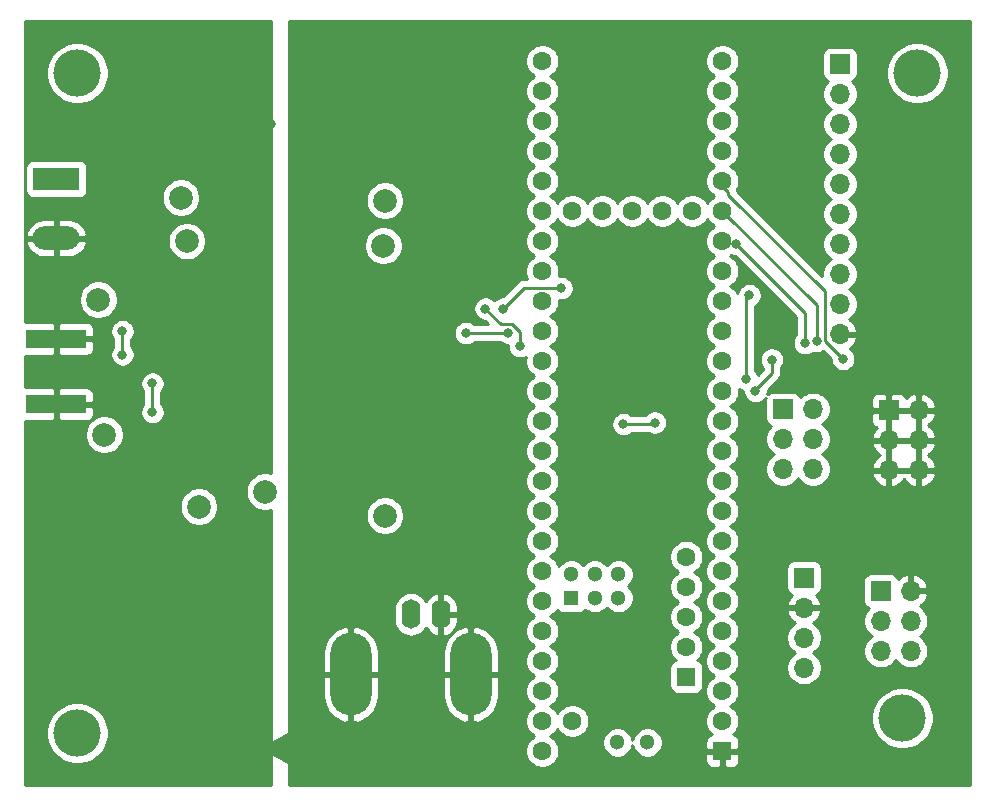
<source format=gbr>
%TF.GenerationSoftware,KiCad,Pcbnew,(5.1.6-0-10_14)*%
%TF.CreationDate,2021-01-13T17:54:44-08:00*%
%TF.ProjectId,MCP35461DevBoard,4d435033-3534-4363-9144-6576426f6172,rev?*%
%TF.SameCoordinates,Original*%
%TF.FileFunction,Copper,L2,Bot*%
%TF.FilePolarity,Positive*%
%FSLAX46Y46*%
G04 Gerber Fmt 4.6, Leading zero omitted, Abs format (unit mm)*
G04 Created by KiCad (PCBNEW (5.1.6-0-10_14)) date 2021-01-13 17:54:44*
%MOMM*%
%LPD*%
G01*
G04 APERTURE LIST*
%TA.AperFunction,ComponentPad*%
%ADD10C,2.000000*%
%TD*%
%TA.AperFunction,ComponentPad*%
%ADD11O,3.500000X7.000000*%
%TD*%
%TA.AperFunction,ComponentPad*%
%ADD12O,1.600000X2.500000*%
%TD*%
%TA.AperFunction,ComponentPad*%
%ADD13O,3.960000X1.980000*%
%TD*%
%TA.AperFunction,ComponentPad*%
%ADD14R,3.960000X1.980000*%
%TD*%
%TA.AperFunction,ComponentPad*%
%ADD15C,1.300000*%
%TD*%
%TA.AperFunction,ComponentPad*%
%ADD16C,1.600000*%
%TD*%
%TA.AperFunction,ComponentPad*%
%ADD17R,1.300000X1.300000*%
%TD*%
%TA.AperFunction,ComponentPad*%
%ADD18R,1.600000X1.600000*%
%TD*%
%TA.AperFunction,ComponentPad*%
%ADD19O,1.700000X1.700000*%
%TD*%
%TA.AperFunction,ComponentPad*%
%ADD20R,1.700000X1.700000*%
%TD*%
%TA.AperFunction,SMDPad,CuDef*%
%ADD21R,5.080000X1.600000*%
%TD*%
%TA.AperFunction,ComponentPad*%
%ADD22C,4.000000*%
%TD*%
%TA.AperFunction,ViaPad*%
%ADD23C,0.800000*%
%TD*%
%TA.AperFunction,Conductor*%
%ADD24C,0.250000*%
%TD*%
%TA.AperFunction,Conductor*%
%ADD25C,0.254000*%
%TD*%
G04 APERTURE END LIST*
D10*
%TO.P,TP9,1*%
%TO.N,/EXT_SYNC*%
X122555000Y-76835000D03*
%TD*%
D11*
%TO.P,J2,2*%
%TO.N,GND*%
X119684800Y-90271600D03*
D12*
%TO.P,J2,1*%
%TO.N,/EXT_SYNCI*%
X124764800Y-85191600D03*
D11*
%TO.P,J2,2*%
%TO.N,GND*%
X129844800Y-90271600D03*
D12*
X127304800Y-85191600D03*
%TD*%
D13*
%TO.P,J8,2*%
%TO.N,GND*%
X94742000Y-53340000D03*
D14*
%TO.P,J8,1*%
%TO.N,Net-(D1-Pad1)*%
X94742000Y-48340000D03*
%TD*%
D15*
%TO.P,U8,67*%
%TO.N,Net-(U8-Pad67)*%
X142240000Y-96044000D03*
%TO.P,U8,66*%
%TO.N,Net-(U8-Pad66)*%
X144780000Y-96044000D03*
D16*
%TO.P,U8,54*%
%TO.N,Net-(U8-Pad54)*%
X138430000Y-51054000D03*
%TO.P,U8,53*%
%TO.N,Net-(U8-Pad53)*%
X140970000Y-51054000D03*
%TO.P,U8,52*%
%TO.N,Net-(U8-Pad52)*%
X143510000Y-51054000D03*
%TO.P,U8,51*%
%TO.N,Net-(U8-Pad51)*%
X146050000Y-51054000D03*
%TO.P,U8,50*%
%TO.N,Net-(U8-Pad50)*%
X148590000Y-51054000D03*
D15*
%TO.P,U8,62*%
%TO.N,Net-(U8-Pad62)*%
X142328400Y-83804000D03*
%TO.P,U8,63*%
%TO.N,Net-(U8-Pad63)*%
X142328400Y-81804000D03*
%TO.P,U8,64*%
%TO.N,Net-(U8-Pad64)*%
X140328400Y-81804000D03*
%TO.P,U8,61*%
%TO.N,Net-(U8-Pad61)*%
X140328400Y-83804000D03*
%TO.P,U8,65*%
%TO.N,Net-(U8-Pad65)*%
X138328400Y-81804000D03*
D17*
%TO.P,U8,60*%
%TO.N,Net-(U8-Pad60)*%
X138328400Y-83804000D03*
D16*
%TO.P,U8,17*%
%TO.N,/MC5*%
X151130000Y-56134000D03*
%TO.P,U8,18*%
%TO.N,/MOSI1*%
X151130000Y-53594000D03*
%TO.P,U8,19*%
%TO.N,/SCK1*%
X151130000Y-51054000D03*
%TO.P,U8,20*%
%TO.N,/CS1*%
X151130000Y-48514000D03*
%TO.P,U8,16*%
%TO.N,/MC6*%
X151130000Y-58674000D03*
%TO.P,U8,15*%
%TO.N,/3V3*%
X151130000Y-61214000D03*
%TO.P,U8,14*%
%TO.N,/MISO*%
X151130000Y-63754000D03*
%TO.P,U8,21*%
%TO.N,/MC4*%
X151130000Y-45974000D03*
%TO.P,U8,22*%
%TO.N,/MC3*%
X151130000Y-43434000D03*
%TO.P,U8,23*%
%TO.N,/MC2*%
X151130000Y-40894000D03*
%TO.P,U8,24*%
%TO.N,/MC1*%
X151130000Y-38354000D03*
%TO.P,U8,25*%
%TO.N,Net-(U8-Pad25)*%
X135890000Y-38354000D03*
%TO.P,U8,26*%
%TO.N,Net-(U8-Pad26)*%
X135890000Y-40894000D03*
%TO.P,U8,27*%
%TO.N,Net-(U8-Pad27)*%
X135890000Y-43434000D03*
%TO.P,U8,28*%
%TO.N,Net-(U8-Pad28)*%
X135890000Y-45974000D03*
%TO.P,U8,29*%
%TO.N,Net-(U8-Pad29)*%
X135890000Y-48514000D03*
%TO.P,U8,30*%
%TO.N,Net-(U8-Pad30)*%
X135890000Y-51054000D03*
%TO.P,U8,31*%
%TO.N,Net-(U8-Pad31)*%
X135890000Y-53594000D03*
%TO.P,U8,32*%
%TO.N,Net-(U8-Pad32)*%
X135890000Y-56134000D03*
%TO.P,U8,33*%
%TO.N,Net-(U8-Pad33)*%
X135890000Y-58674000D03*
%TO.P,U8,34*%
%TO.N,Net-(U8-Pad34)*%
X135890000Y-61214000D03*
%TO.P,U8,13*%
%TO.N,/MOSI*%
X151130000Y-66294000D03*
%TO.P,U8,12*%
%TO.N,/MC7*%
X151130000Y-68834000D03*
%TO.P,U8,11*%
%TO.N,/~CS*%
X151130000Y-71374000D03*
%TO.P,U8,10*%
%TO.N,/~IRQ*%
X151130000Y-73914000D03*
%TO.P,U8,9*%
%TO.N,/MCLK*%
X151130000Y-76454000D03*
%TO.P,U8,8*%
%TO.N,/MC8*%
X151130000Y-78994000D03*
%TO.P,U8,7*%
%TO.N,/EXT_SYNC*%
X151130000Y-81534000D03*
%TO.P,U8,6*%
%TO.N,Net-(U8-Pad6)*%
X151130000Y-84074000D03*
%TO.P,U8,5*%
%TO.N,Net-(U8-Pad5)*%
X151130000Y-86614000D03*
%TO.P,U8,4*%
%TO.N,Net-(U8-Pad4)*%
X151130000Y-89154000D03*
%TO.P,U8,3*%
%TO.N,/MISO1*%
X151130000Y-91694000D03*
%TO.P,U8,2*%
%TO.N,Net-(U8-Pad2)*%
X151130000Y-94234000D03*
D18*
%TO.P,U8,1*%
%TO.N,GND*%
X151130000Y-96774000D03*
D16*
%TO.P,U8,35*%
%TO.N,/SCK*%
X135890000Y-63754000D03*
%TO.P,U8,36*%
%TO.N,Net-(U8-Pad36)*%
X135890000Y-66294000D03*
%TO.P,U8,37*%
%TO.N,Net-(U8-Pad37)*%
X135890000Y-68834000D03*
%TO.P,U8,38*%
%TO.N,Net-(U8-Pad38)*%
X135890000Y-71374000D03*
%TO.P,U8,39*%
%TO.N,Net-(U8-Pad39)*%
X135890000Y-73914000D03*
%TO.P,U8,40*%
%TO.N,/SDA*%
X135890000Y-76454000D03*
%TO.P,U8,41*%
%TO.N,/SCL*%
X135890000Y-78994000D03*
%TO.P,U8,42*%
%TO.N,Net-(U8-Pad42)*%
X135890000Y-81534000D03*
%TO.P,U8,43*%
%TO.N,Net-(U8-Pad43)*%
X135890000Y-84074000D03*
%TO.P,U8,44*%
%TO.N,Net-(U8-Pad44)*%
X135890000Y-86614000D03*
%TO.P,U8,45*%
%TO.N,Net-(U8-Pad45)*%
X135890000Y-89154000D03*
%TO.P,U8,46*%
%TO.N,Net-(U8-Pad46)*%
X135890000Y-91694000D03*
%TO.P,U8,47*%
%TO.N,Net-(U8-Pad47)*%
X135890000Y-94234000D03*
%TO.P,U8,48*%
%TO.N,Net-(U8-Pad48)*%
X135890000Y-96774000D03*
D18*
%TO.P,U8,55*%
%TO.N,Net-(U8-Pad55)*%
X148079200Y-90474800D03*
D16*
%TO.P,U8,56*%
%TO.N,Net-(U8-Pad56)*%
X148079200Y-87934800D03*
%TO.P,U8,57*%
%TO.N,Net-(U8-Pad57)*%
X148079200Y-85394800D03*
%TO.P,U8,58*%
%TO.N,Net-(U8-Pad58)*%
X148079200Y-82854800D03*
%TO.P,U8,59*%
%TO.N,Net-(U8-Pad59)*%
X148079200Y-80314800D03*
%TO.P,U8,49*%
%TO.N,Net-(U8-Pad49)*%
X138430000Y-94234000D03*
%TD*%
D10*
%TO.P,TP8,1*%
%TO.N,/DVDD*%
X122428000Y-53975000D03*
%TD*%
%TO.P,TP7,1*%
%TO.N,/AVDD*%
X105791000Y-53594000D03*
%TD*%
%TO.P,TP6,1*%
%TO.N,/DVDD_U*%
X122555000Y-50165000D03*
%TD*%
%TO.P,TP5,1*%
%TO.N,/AVDD_U*%
X105283000Y-49911000D03*
%TD*%
%TO.P,TP4,1*%
%TO.N,/VREF*%
X112395000Y-74803000D03*
%TD*%
%TO.P,TP3,1*%
%TO.N,/VADC*%
X98806000Y-69977000D03*
%TD*%
%TO.P,TP2,1*%
%TO.N,/VIN*%
X98298000Y-58547000D03*
%TD*%
%TO.P,TP1,1*%
%TO.N,/VOS*%
X106807000Y-76073000D03*
%TD*%
D19*
%TO.P,J7,10*%
%TO.N,GND*%
X161086800Y-61468000D03*
%TO.P,J7,9*%
%TO.N,/3V3*%
X161086800Y-58928000D03*
%TO.P,J7,8*%
%TO.N,/MC8*%
X161086800Y-56388000D03*
%TO.P,J7,7*%
%TO.N,/MC7*%
X161086800Y-53848000D03*
%TO.P,J7,6*%
%TO.N,/MC6*%
X161086800Y-51308000D03*
%TO.P,J7,5*%
%TO.N,/MC5*%
X161086800Y-48768000D03*
%TO.P,J7,4*%
%TO.N,/MC4*%
X161086800Y-46228000D03*
%TO.P,J7,3*%
%TO.N,/MC3*%
X161086800Y-43688000D03*
%TO.P,J7,2*%
%TO.N,/MC2*%
X161086800Y-41148000D03*
D20*
%TO.P,J7,1*%
%TO.N,/MC1*%
X161086800Y-38608000D03*
%TD*%
D19*
%TO.P,J6,6*%
%TO.N,/MOSI1*%
X167081200Y-88290400D03*
%TO.P,J6,5*%
%TO.N,/MISO1*%
X164541200Y-88290400D03*
%TO.P,J6,4*%
%TO.N,/SCK1*%
X167081200Y-85750400D03*
%TO.P,J6,3*%
%TO.N,/CS1*%
X164541200Y-85750400D03*
%TO.P,J6,2*%
%TO.N,GND*%
X167081200Y-83210400D03*
D20*
%TO.P,J6,1*%
%TO.N,/3V3*%
X164541200Y-83210400D03*
%TD*%
D19*
%TO.P,J5,4*%
%TO.N,/SCL*%
X158038800Y-89712800D03*
%TO.P,J5,3*%
%TO.N,/SDA*%
X158038800Y-87172800D03*
%TO.P,J5,2*%
%TO.N,GND*%
X158038800Y-84632800D03*
D20*
%TO.P,J5,1*%
%TO.N,/3V3*%
X158038800Y-82092800D03*
%TD*%
D19*
%TO.P,J4,6*%
%TO.N,GND*%
X167741600Y-72999600D03*
%TO.P,J4,5*%
X165201600Y-72999600D03*
%TO.P,J4,4*%
X167741600Y-70459600D03*
%TO.P,J4,3*%
X165201600Y-70459600D03*
%TO.P,J4,2*%
X167741600Y-67919600D03*
D20*
%TO.P,J4,1*%
X165201600Y-67919600D03*
%TD*%
D19*
%TO.P,J3,6*%
%TO.N,/3V3*%
X158800800Y-72898000D03*
%TO.P,J3,5*%
X156260800Y-72898000D03*
%TO.P,J3,4*%
X158800800Y-70358000D03*
%TO.P,J3,3*%
X156260800Y-70358000D03*
%TO.P,J3,2*%
X158800800Y-67818000D03*
D20*
%TO.P,J3,1*%
X156260800Y-67818000D03*
%TD*%
D21*
%TO.P,J1,2*%
%TO.N,GND*%
X94742000Y-67413000D03*
X94742000Y-61873000D03*
%TD*%
D22*
%TO.P,H4,1*%
%TO.N,N/C*%
X166370000Y-93980000D03*
%TD*%
%TO.P,H3,1*%
%TO.N,N/C*%
X167640000Y-39370000D03*
%TD*%
%TO.P,H2,1*%
%TO.N,N/C*%
X96520000Y-39370000D03*
%TD*%
%TO.P,H1,1*%
%TO.N,N/C*%
X96520000Y-95250000D03*
%TD*%
D23*
%TO.N,GND*%
X101473000Y-64770000D03*
X109220000Y-72517000D03*
X103124000Y-71120000D03*
X110236000Y-61722000D03*
X119253000Y-61595000D03*
X121158000Y-58801000D03*
X108077000Y-58801000D03*
X109982000Y-52451000D03*
X117983000Y-52451000D03*
X112903000Y-43688000D03*
X119253000Y-43561000D03*
X132080000Y-80899000D03*
X120142000Y-71501000D03*
X94488000Y-60071000D03*
X94615000Y-69088000D03*
X118872000Y-54229000D03*
X110236000Y-54102000D03*
X104521000Y-60071000D03*
X108712000Y-67183000D03*
X110236000Y-62611000D03*
X110236000Y-64516000D03*
%TO.N,/AVDD*%
X100330000Y-63209000D03*
X100330000Y-61214000D03*
%TO.N,/MOSI1*%
X152273000Y-53848000D03*
X158115000Y-62230000D03*
%TO.N,/SCK1*%
X159101396Y-62065601D03*
%TO.N,/CS1*%
X161358153Y-63558847D03*
%TO.N,/MC8*%
X155321000Y-63627000D03*
X153924000Y-66294000D03*
%TO.N,/MC7*%
X153162000Y-65278000D03*
X153416000Y-58166000D03*
%TO.N,/VOS*%
X102870000Y-65645001D03*
X102870000Y-68072000D03*
%TO.N,/MISO*%
X137489154Y-57582846D03*
X132583347Y-59304347D03*
%TO.N,/~IRQ*%
X129403694Y-61378000D03*
X132969000Y-61341000D03*
%TO.N,/MCLK*%
X131064000Y-59309000D03*
X133985000Y-62484000D03*
%TO.N,/~CS*%
X142743347Y-69092653D03*
X145415000Y-68961000D03*
%TD*%
D24*
%TO.N,/AVDD*%
X100330000Y-63209000D02*
X100330000Y-61087000D01*
X100330000Y-61087000D02*
X100330000Y-61214000D01*
%TO.N,/MOSI1*%
X152273000Y-53848000D02*
X158115000Y-59690000D01*
X158115000Y-59690000D02*
X158115000Y-62230000D01*
%TO.N,/SCK1*%
X159101396Y-59025396D02*
X151130000Y-51054000D01*
X159101396Y-62065601D02*
X159101396Y-59025396D01*
%TO.N,/CS1*%
X151130000Y-48895000D02*
X151130000Y-48514000D01*
X151638000Y-49403000D02*
X151130000Y-48895000D01*
X159826397Y-57845397D02*
X151638000Y-49657000D01*
X161358153Y-63558847D02*
X159826397Y-62027091D01*
X151638000Y-49657000D02*
X151638000Y-49403000D01*
X159826397Y-62027091D02*
X159826397Y-57845397D01*
%TO.N,/MC8*%
X155321000Y-63627000D02*
X155321000Y-64770000D01*
X153924000Y-66167000D02*
X153924000Y-66294000D01*
X155321000Y-64770000D02*
X153924000Y-66167000D01*
%TO.N,/MC7*%
X153162000Y-65278000D02*
X153162000Y-58293000D01*
X153289000Y-58166000D02*
X153416000Y-58166000D01*
X153162000Y-58293000D02*
X153289000Y-58166000D01*
%TO.N,/VOS*%
X102870000Y-65645001D02*
X102870000Y-68072000D01*
%TO.N,/MISO*%
X134338695Y-57548999D02*
X132583347Y-59304347D01*
X137455307Y-57548999D02*
X134338695Y-57548999D01*
X137489154Y-57582846D02*
X137455307Y-57548999D01*
%TO.N,/~IRQ*%
X132932000Y-61378000D02*
X132969000Y-61341000D01*
X129403694Y-61378000D02*
X132932000Y-61378000D01*
%TO.N,/MCLK*%
X133985000Y-61283998D02*
X133985000Y-62484000D01*
X132370999Y-60615999D02*
X133317001Y-60615999D01*
X133317001Y-60615999D02*
X133985000Y-61283998D01*
X131064000Y-59309000D02*
X132370999Y-60615999D01*
%TO.N,/~CS*%
X142743347Y-69092653D02*
X145283347Y-69092653D01*
X145283347Y-69092653D02*
X145415000Y-68961000D01*
%TD*%
D25*
%TO.N,GND*%
G36*
X112903000Y-73243709D02*
G01*
X112871912Y-73230832D01*
X112556033Y-73168000D01*
X112233967Y-73168000D01*
X111918088Y-73230832D01*
X111620537Y-73354082D01*
X111352748Y-73533013D01*
X111125013Y-73760748D01*
X110946082Y-74028537D01*
X110822832Y-74326088D01*
X110760000Y-74641967D01*
X110760000Y-74964033D01*
X110822832Y-75279912D01*
X110946082Y-75577463D01*
X111125013Y-75845252D01*
X111352748Y-76072987D01*
X111620537Y-76251918D01*
X111918088Y-76375168D01*
X112233967Y-76438000D01*
X112556033Y-76438000D01*
X112871912Y-76375168D01*
X112903000Y-76362291D01*
X112903000Y-95885000D01*
X112905440Y-95909776D01*
X112912667Y-95933601D01*
X112924403Y-95955557D01*
X112940197Y-95974803D01*
X112959443Y-95990597D01*
X112981399Y-96002333D01*
X113005224Y-96009560D01*
X113030000Y-96012000D01*
X113054776Y-96009560D01*
X113086796Y-95998592D01*
X114356796Y-95363592D01*
X114377866Y-95350329D01*
X114395943Y-95333211D01*
X114410333Y-95312894D01*
X114420483Y-95290161D01*
X114426003Y-95265884D01*
X114427000Y-95250000D01*
X114427000Y-90398600D01*
X117299800Y-90398600D01*
X117299800Y-92148600D01*
X117370404Y-92611450D01*
X117529948Y-93051632D01*
X117772302Y-93452231D01*
X118088152Y-93797852D01*
X118465361Y-94075212D01*
X118889432Y-94273653D01*
X119186797Y-94354027D01*
X119557800Y-94244225D01*
X119557800Y-90398600D01*
X119811800Y-90398600D01*
X119811800Y-94244225D01*
X120182803Y-94354027D01*
X120480168Y-94273653D01*
X120904239Y-94075212D01*
X121281448Y-93797852D01*
X121597298Y-93452231D01*
X121839652Y-93051632D01*
X121999196Y-92611450D01*
X122069800Y-92148600D01*
X122069800Y-90398600D01*
X127459800Y-90398600D01*
X127459800Y-92148600D01*
X127530404Y-92611450D01*
X127689948Y-93051632D01*
X127932302Y-93452231D01*
X128248152Y-93797852D01*
X128625361Y-94075212D01*
X129049432Y-94273653D01*
X129346797Y-94354027D01*
X129717800Y-94244225D01*
X129717800Y-90398600D01*
X129971800Y-90398600D01*
X129971800Y-94244225D01*
X130342803Y-94354027D01*
X130640168Y-94273653D01*
X131064239Y-94075212D01*
X131441448Y-93797852D01*
X131757298Y-93452231D01*
X131999652Y-93051632D01*
X132159196Y-92611450D01*
X132229800Y-92148600D01*
X132229800Y-90398600D01*
X129971800Y-90398600D01*
X129717800Y-90398600D01*
X127459800Y-90398600D01*
X122069800Y-90398600D01*
X119811800Y-90398600D01*
X119557800Y-90398600D01*
X117299800Y-90398600D01*
X114427000Y-90398600D01*
X114427000Y-88394600D01*
X117299800Y-88394600D01*
X117299800Y-90144600D01*
X119557800Y-90144600D01*
X119557800Y-86298975D01*
X119811800Y-86298975D01*
X119811800Y-90144600D01*
X122069800Y-90144600D01*
X122069800Y-88394600D01*
X127459800Y-88394600D01*
X127459800Y-90144600D01*
X129717800Y-90144600D01*
X129717800Y-86298975D01*
X129971800Y-86298975D01*
X129971800Y-90144600D01*
X132229800Y-90144600D01*
X132229800Y-88394600D01*
X132159196Y-87931750D01*
X131999652Y-87491568D01*
X131757298Y-87090969D01*
X131441448Y-86745348D01*
X131064239Y-86467988D01*
X130640168Y-86269547D01*
X130342803Y-86189173D01*
X129971800Y-86298975D01*
X129717800Y-86298975D01*
X129346797Y-86189173D01*
X129049432Y-86269547D01*
X128625361Y-86467988D01*
X128248152Y-86745348D01*
X127932302Y-87090969D01*
X127689948Y-87491568D01*
X127530404Y-87931750D01*
X127459800Y-88394600D01*
X122069800Y-88394600D01*
X121999196Y-87931750D01*
X121839652Y-87491568D01*
X121597298Y-87090969D01*
X121281448Y-86745348D01*
X120904239Y-86467988D01*
X120480168Y-86269547D01*
X120182803Y-86189173D01*
X119811800Y-86298975D01*
X119557800Y-86298975D01*
X119186797Y-86189173D01*
X118889432Y-86269547D01*
X118465361Y-86467988D01*
X118088152Y-86745348D01*
X117772302Y-87090969D01*
X117529948Y-87491568D01*
X117370404Y-87931750D01*
X117299800Y-88394600D01*
X114427000Y-88394600D01*
X114427000Y-84671108D01*
X123329800Y-84671108D01*
X123329800Y-85712091D01*
X123350564Y-85922908D01*
X123432618Y-86193407D01*
X123565868Y-86442700D01*
X123745192Y-86661207D01*
X123963699Y-86840532D01*
X124212992Y-86973782D01*
X124483491Y-87055836D01*
X124764800Y-87083543D01*
X125046108Y-87055836D01*
X125316607Y-86973782D01*
X125565900Y-86840532D01*
X125784407Y-86661208D01*
X125963732Y-86442701D01*
X126032065Y-86314859D01*
X126182199Y-86544439D01*
X126379905Y-86746100D01*
X126613154Y-86905315D01*
X126872982Y-87015967D01*
X126955761Y-87033504D01*
X127177800Y-86911515D01*
X127177800Y-85318600D01*
X127431800Y-85318600D01*
X127431800Y-86911515D01*
X127653839Y-87033504D01*
X127736618Y-87015967D01*
X127996446Y-86905315D01*
X128229695Y-86746100D01*
X128427401Y-86544439D01*
X128581966Y-86308083D01*
X128687450Y-86046114D01*
X128739800Y-85768600D01*
X128739800Y-85318600D01*
X127431800Y-85318600D01*
X127177800Y-85318600D01*
X127157800Y-85318600D01*
X127157800Y-85064600D01*
X127177800Y-85064600D01*
X127177800Y-83471685D01*
X127431800Y-83471685D01*
X127431800Y-85064600D01*
X128739800Y-85064600D01*
X128739800Y-84614600D01*
X128687450Y-84337086D01*
X128581966Y-84075117D01*
X128427401Y-83838761D01*
X128229695Y-83637100D01*
X127996446Y-83477885D01*
X127736618Y-83367233D01*
X127653839Y-83349696D01*
X127431800Y-83471685D01*
X127177800Y-83471685D01*
X126955761Y-83349696D01*
X126872982Y-83367233D01*
X126613154Y-83477885D01*
X126379905Y-83637100D01*
X126182199Y-83838761D01*
X126032065Y-84068341D01*
X125963732Y-83940499D01*
X125784408Y-83721992D01*
X125565901Y-83542668D01*
X125316608Y-83409418D01*
X125046109Y-83327364D01*
X124764800Y-83299657D01*
X124483492Y-83327364D01*
X124212993Y-83409418D01*
X123963700Y-83542668D01*
X123745193Y-83721992D01*
X123565868Y-83940499D01*
X123432618Y-84189792D01*
X123350564Y-84460291D01*
X123329800Y-84671108D01*
X114427000Y-84671108D01*
X114427000Y-76673967D01*
X120920000Y-76673967D01*
X120920000Y-76996033D01*
X120982832Y-77311912D01*
X121106082Y-77609463D01*
X121285013Y-77877252D01*
X121512748Y-78104987D01*
X121780537Y-78283918D01*
X122078088Y-78407168D01*
X122393967Y-78470000D01*
X122716033Y-78470000D01*
X123031912Y-78407168D01*
X123329463Y-78283918D01*
X123597252Y-78104987D01*
X123824987Y-77877252D01*
X124003918Y-77609463D01*
X124127168Y-77311912D01*
X124190000Y-76996033D01*
X124190000Y-76673967D01*
X124127168Y-76358088D01*
X124003918Y-76060537D01*
X123824987Y-75792748D01*
X123597252Y-75565013D01*
X123329463Y-75386082D01*
X123031912Y-75262832D01*
X122716033Y-75200000D01*
X122393967Y-75200000D01*
X122078088Y-75262832D01*
X121780537Y-75386082D01*
X121512748Y-75565013D01*
X121285013Y-75792748D01*
X121106082Y-76060537D01*
X120982832Y-76358088D01*
X120920000Y-76673967D01*
X114427000Y-76673967D01*
X114427000Y-61276061D01*
X128368694Y-61276061D01*
X128368694Y-61479939D01*
X128408468Y-61679898D01*
X128486489Y-61868256D01*
X128599757Y-62037774D01*
X128743920Y-62181937D01*
X128913438Y-62295205D01*
X129101796Y-62373226D01*
X129301755Y-62413000D01*
X129505633Y-62413000D01*
X129705592Y-62373226D01*
X129893950Y-62295205D01*
X130063468Y-62181937D01*
X130107405Y-62138000D01*
X132302289Y-62138000D01*
X132309226Y-62144937D01*
X132478744Y-62258205D01*
X132667102Y-62336226D01*
X132867061Y-62376000D01*
X132951206Y-62376000D01*
X132950000Y-62382061D01*
X132950000Y-62585939D01*
X132989774Y-62785898D01*
X133067795Y-62974256D01*
X133181063Y-63143774D01*
X133325226Y-63287937D01*
X133494744Y-63401205D01*
X133683102Y-63479226D01*
X133883061Y-63519000D01*
X134086939Y-63519000D01*
X134286898Y-63479226D01*
X134475256Y-63401205D01*
X134500405Y-63384401D01*
X134455000Y-63612665D01*
X134455000Y-63895335D01*
X134510147Y-64172574D01*
X134618320Y-64433727D01*
X134775363Y-64668759D01*
X134975241Y-64868637D01*
X135207759Y-65024000D01*
X134975241Y-65179363D01*
X134775363Y-65379241D01*
X134618320Y-65614273D01*
X134510147Y-65875426D01*
X134455000Y-66152665D01*
X134455000Y-66435335D01*
X134510147Y-66712574D01*
X134618320Y-66973727D01*
X134775363Y-67208759D01*
X134975241Y-67408637D01*
X135207759Y-67564000D01*
X134975241Y-67719363D01*
X134775363Y-67919241D01*
X134618320Y-68154273D01*
X134510147Y-68415426D01*
X134455000Y-68692665D01*
X134455000Y-68975335D01*
X134510147Y-69252574D01*
X134618320Y-69513727D01*
X134775363Y-69748759D01*
X134975241Y-69948637D01*
X135207759Y-70104000D01*
X134975241Y-70259363D01*
X134775363Y-70459241D01*
X134618320Y-70694273D01*
X134510147Y-70955426D01*
X134455000Y-71232665D01*
X134455000Y-71515335D01*
X134510147Y-71792574D01*
X134618320Y-72053727D01*
X134775363Y-72288759D01*
X134975241Y-72488637D01*
X135207759Y-72644000D01*
X134975241Y-72799363D01*
X134775363Y-72999241D01*
X134618320Y-73234273D01*
X134510147Y-73495426D01*
X134455000Y-73772665D01*
X134455000Y-74055335D01*
X134510147Y-74332574D01*
X134618320Y-74593727D01*
X134775363Y-74828759D01*
X134975241Y-75028637D01*
X135207759Y-75184000D01*
X134975241Y-75339363D01*
X134775363Y-75539241D01*
X134618320Y-75774273D01*
X134510147Y-76035426D01*
X134455000Y-76312665D01*
X134455000Y-76595335D01*
X134510147Y-76872574D01*
X134618320Y-77133727D01*
X134775363Y-77368759D01*
X134975241Y-77568637D01*
X135207759Y-77724000D01*
X134975241Y-77879363D01*
X134775363Y-78079241D01*
X134618320Y-78314273D01*
X134510147Y-78575426D01*
X134455000Y-78852665D01*
X134455000Y-79135335D01*
X134510147Y-79412574D01*
X134618320Y-79673727D01*
X134775363Y-79908759D01*
X134975241Y-80108637D01*
X135207759Y-80264000D01*
X134975241Y-80419363D01*
X134775363Y-80619241D01*
X134618320Y-80854273D01*
X134510147Y-81115426D01*
X134455000Y-81392665D01*
X134455000Y-81675335D01*
X134510147Y-81952574D01*
X134618320Y-82213727D01*
X134775363Y-82448759D01*
X134975241Y-82648637D01*
X135207759Y-82804000D01*
X134975241Y-82959363D01*
X134775363Y-83159241D01*
X134618320Y-83394273D01*
X134510147Y-83655426D01*
X134455000Y-83932665D01*
X134455000Y-84215335D01*
X134510147Y-84492574D01*
X134618320Y-84753727D01*
X134775363Y-84988759D01*
X134975241Y-85188637D01*
X135207759Y-85344000D01*
X134975241Y-85499363D01*
X134775363Y-85699241D01*
X134618320Y-85934273D01*
X134510147Y-86195426D01*
X134455000Y-86472665D01*
X134455000Y-86755335D01*
X134510147Y-87032574D01*
X134618320Y-87293727D01*
X134775363Y-87528759D01*
X134975241Y-87728637D01*
X135207759Y-87884000D01*
X134975241Y-88039363D01*
X134775363Y-88239241D01*
X134618320Y-88474273D01*
X134510147Y-88735426D01*
X134455000Y-89012665D01*
X134455000Y-89295335D01*
X134510147Y-89572574D01*
X134618320Y-89833727D01*
X134775363Y-90068759D01*
X134975241Y-90268637D01*
X135207759Y-90424000D01*
X134975241Y-90579363D01*
X134775363Y-90779241D01*
X134618320Y-91014273D01*
X134510147Y-91275426D01*
X134455000Y-91552665D01*
X134455000Y-91835335D01*
X134510147Y-92112574D01*
X134618320Y-92373727D01*
X134775363Y-92608759D01*
X134975241Y-92808637D01*
X135207759Y-92964000D01*
X134975241Y-93119363D01*
X134775363Y-93319241D01*
X134618320Y-93554273D01*
X134510147Y-93815426D01*
X134455000Y-94092665D01*
X134455000Y-94375335D01*
X134510147Y-94652574D01*
X134618320Y-94913727D01*
X134775363Y-95148759D01*
X134975241Y-95348637D01*
X135207759Y-95504000D01*
X134975241Y-95659363D01*
X134775363Y-95859241D01*
X134618320Y-96094273D01*
X134510147Y-96355426D01*
X134455000Y-96632665D01*
X134455000Y-96915335D01*
X134510147Y-97192574D01*
X134618320Y-97453727D01*
X134775363Y-97688759D01*
X134975241Y-97888637D01*
X135210273Y-98045680D01*
X135471426Y-98153853D01*
X135748665Y-98209000D01*
X136031335Y-98209000D01*
X136308574Y-98153853D01*
X136569727Y-98045680D01*
X136804759Y-97888637D01*
X137004637Y-97688759D01*
X137081316Y-97574000D01*
X149691928Y-97574000D01*
X149704188Y-97698482D01*
X149740498Y-97818180D01*
X149799463Y-97928494D01*
X149878815Y-98025185D01*
X149975506Y-98104537D01*
X150085820Y-98163502D01*
X150205518Y-98199812D01*
X150330000Y-98212072D01*
X150844250Y-98209000D01*
X151003000Y-98050250D01*
X151003000Y-96901000D01*
X151257000Y-96901000D01*
X151257000Y-98050250D01*
X151415750Y-98209000D01*
X151930000Y-98212072D01*
X152054482Y-98199812D01*
X152174180Y-98163502D01*
X152284494Y-98104537D01*
X152381185Y-98025185D01*
X152460537Y-97928494D01*
X152519502Y-97818180D01*
X152555812Y-97698482D01*
X152568072Y-97574000D01*
X152565000Y-97059750D01*
X152406250Y-96901000D01*
X151257000Y-96901000D01*
X151003000Y-96901000D01*
X149853750Y-96901000D01*
X149695000Y-97059750D01*
X149691928Y-97574000D01*
X137081316Y-97574000D01*
X137161680Y-97453727D01*
X137269853Y-97192574D01*
X137325000Y-96915335D01*
X137325000Y-96632665D01*
X137269853Y-96355426D01*
X137161680Y-96094273D01*
X137043524Y-95917439D01*
X140955000Y-95917439D01*
X140955000Y-96170561D01*
X141004381Y-96418821D01*
X141101247Y-96652676D01*
X141241875Y-96863140D01*
X141420860Y-97042125D01*
X141631324Y-97182753D01*
X141865179Y-97279619D01*
X142113439Y-97329000D01*
X142366561Y-97329000D01*
X142614821Y-97279619D01*
X142848676Y-97182753D01*
X143059140Y-97042125D01*
X143238125Y-96863140D01*
X143378753Y-96652676D01*
X143475619Y-96418821D01*
X143510000Y-96245973D01*
X143544381Y-96418821D01*
X143641247Y-96652676D01*
X143781875Y-96863140D01*
X143960860Y-97042125D01*
X144171324Y-97182753D01*
X144405179Y-97279619D01*
X144653439Y-97329000D01*
X144906561Y-97329000D01*
X145154821Y-97279619D01*
X145388676Y-97182753D01*
X145599140Y-97042125D01*
X145778125Y-96863140D01*
X145918753Y-96652676D01*
X146015619Y-96418821D01*
X146065000Y-96170561D01*
X146065000Y-95917439D01*
X146015619Y-95669179D01*
X145918753Y-95435324D01*
X145778125Y-95224860D01*
X145599140Y-95045875D01*
X145388676Y-94905247D01*
X145154821Y-94808381D01*
X144906561Y-94759000D01*
X144653439Y-94759000D01*
X144405179Y-94808381D01*
X144171324Y-94905247D01*
X143960860Y-95045875D01*
X143781875Y-95224860D01*
X143641247Y-95435324D01*
X143544381Y-95669179D01*
X143510000Y-95842027D01*
X143475619Y-95669179D01*
X143378753Y-95435324D01*
X143238125Y-95224860D01*
X143059140Y-95045875D01*
X142848676Y-94905247D01*
X142614821Y-94808381D01*
X142366561Y-94759000D01*
X142113439Y-94759000D01*
X141865179Y-94808381D01*
X141631324Y-94905247D01*
X141420860Y-95045875D01*
X141241875Y-95224860D01*
X141101247Y-95435324D01*
X141004381Y-95669179D01*
X140955000Y-95917439D01*
X137043524Y-95917439D01*
X137004637Y-95859241D01*
X136804759Y-95659363D01*
X136572241Y-95504000D01*
X136804759Y-95348637D01*
X137004637Y-95148759D01*
X137160000Y-94916241D01*
X137315363Y-95148759D01*
X137515241Y-95348637D01*
X137750273Y-95505680D01*
X138011426Y-95613853D01*
X138288665Y-95669000D01*
X138571335Y-95669000D01*
X138848574Y-95613853D01*
X139109727Y-95505680D01*
X139344759Y-95348637D01*
X139544637Y-95148759D01*
X139701680Y-94913727D01*
X139809853Y-94652574D01*
X139865000Y-94375335D01*
X139865000Y-94092665D01*
X139809853Y-93815426D01*
X139701680Y-93554273D01*
X139544637Y-93319241D01*
X139344759Y-93119363D01*
X139109727Y-92962320D01*
X138848574Y-92854147D01*
X138571335Y-92799000D01*
X138288665Y-92799000D01*
X138011426Y-92854147D01*
X137750273Y-92962320D01*
X137515241Y-93119363D01*
X137315363Y-93319241D01*
X137160000Y-93551759D01*
X137004637Y-93319241D01*
X136804759Y-93119363D01*
X136572241Y-92964000D01*
X136804759Y-92808637D01*
X137004637Y-92608759D01*
X137161680Y-92373727D01*
X137269853Y-92112574D01*
X137325000Y-91835335D01*
X137325000Y-91552665D01*
X137269853Y-91275426D01*
X137161680Y-91014273D01*
X137004637Y-90779241D01*
X136804759Y-90579363D01*
X136572241Y-90424000D01*
X136804759Y-90268637D01*
X137004637Y-90068759D01*
X137161680Y-89833727D01*
X137227509Y-89674800D01*
X146641128Y-89674800D01*
X146641128Y-91274800D01*
X146653388Y-91399282D01*
X146689698Y-91518980D01*
X146748663Y-91629294D01*
X146828015Y-91725985D01*
X146924706Y-91805337D01*
X147035020Y-91864302D01*
X147154718Y-91900612D01*
X147279200Y-91912872D01*
X148879200Y-91912872D01*
X149003682Y-91900612D01*
X149123380Y-91864302D01*
X149233694Y-91805337D01*
X149330385Y-91725985D01*
X149409737Y-91629294D01*
X149468702Y-91518980D01*
X149505012Y-91399282D01*
X149517272Y-91274800D01*
X149517272Y-89674800D01*
X149505012Y-89550318D01*
X149468702Y-89430620D01*
X149409737Y-89320306D01*
X149330385Y-89223615D01*
X149233694Y-89144263D01*
X149123380Y-89085298D01*
X149003682Y-89048988D01*
X148995239Y-89048157D01*
X149193837Y-88849559D01*
X149350880Y-88614527D01*
X149459053Y-88353374D01*
X149514200Y-88076135D01*
X149514200Y-87793465D01*
X149459053Y-87516226D01*
X149350880Y-87255073D01*
X149193837Y-87020041D01*
X148993959Y-86820163D01*
X148761441Y-86664800D01*
X148993959Y-86509437D01*
X149193837Y-86309559D01*
X149350880Y-86074527D01*
X149459053Y-85813374D01*
X149514200Y-85536135D01*
X149514200Y-85253465D01*
X149459053Y-84976226D01*
X149350880Y-84715073D01*
X149193837Y-84480041D01*
X148993959Y-84280163D01*
X148761441Y-84124800D01*
X148993959Y-83969437D01*
X149193837Y-83769559D01*
X149350880Y-83534527D01*
X149459053Y-83273374D01*
X149514200Y-82996135D01*
X149514200Y-82713465D01*
X149459053Y-82436226D01*
X149350880Y-82175073D01*
X149193837Y-81940041D01*
X148993959Y-81740163D01*
X148761441Y-81584800D01*
X148993959Y-81429437D01*
X149193837Y-81229559D01*
X149350880Y-80994527D01*
X149459053Y-80733374D01*
X149514200Y-80456135D01*
X149514200Y-80173465D01*
X149459053Y-79896226D01*
X149350880Y-79635073D01*
X149193837Y-79400041D01*
X148993959Y-79200163D01*
X148758927Y-79043120D01*
X148497774Y-78934947D01*
X148220535Y-78879800D01*
X147937865Y-78879800D01*
X147660626Y-78934947D01*
X147399473Y-79043120D01*
X147164441Y-79200163D01*
X146964563Y-79400041D01*
X146807520Y-79635073D01*
X146699347Y-79896226D01*
X146644200Y-80173465D01*
X146644200Y-80456135D01*
X146699347Y-80733374D01*
X146807520Y-80994527D01*
X146964563Y-81229559D01*
X147164441Y-81429437D01*
X147396959Y-81584800D01*
X147164441Y-81740163D01*
X146964563Y-81940041D01*
X146807520Y-82175073D01*
X146699347Y-82436226D01*
X146644200Y-82713465D01*
X146644200Y-82996135D01*
X146699347Y-83273374D01*
X146807520Y-83534527D01*
X146964563Y-83769559D01*
X147164441Y-83969437D01*
X147396959Y-84124800D01*
X147164441Y-84280163D01*
X146964563Y-84480041D01*
X146807520Y-84715073D01*
X146699347Y-84976226D01*
X146644200Y-85253465D01*
X146644200Y-85536135D01*
X146699347Y-85813374D01*
X146807520Y-86074527D01*
X146964563Y-86309559D01*
X147164441Y-86509437D01*
X147396959Y-86664800D01*
X147164441Y-86820163D01*
X146964563Y-87020041D01*
X146807520Y-87255073D01*
X146699347Y-87516226D01*
X146644200Y-87793465D01*
X146644200Y-88076135D01*
X146699347Y-88353374D01*
X146807520Y-88614527D01*
X146964563Y-88849559D01*
X147163161Y-89048157D01*
X147154718Y-89048988D01*
X147035020Y-89085298D01*
X146924706Y-89144263D01*
X146828015Y-89223615D01*
X146748663Y-89320306D01*
X146689698Y-89430620D01*
X146653388Y-89550318D01*
X146641128Y-89674800D01*
X137227509Y-89674800D01*
X137269853Y-89572574D01*
X137325000Y-89295335D01*
X137325000Y-89012665D01*
X137269853Y-88735426D01*
X137161680Y-88474273D01*
X137004637Y-88239241D01*
X136804759Y-88039363D01*
X136572241Y-87884000D01*
X136804759Y-87728637D01*
X137004637Y-87528759D01*
X137161680Y-87293727D01*
X137269853Y-87032574D01*
X137325000Y-86755335D01*
X137325000Y-86472665D01*
X137269853Y-86195426D01*
X137161680Y-85934273D01*
X137004637Y-85699241D01*
X136804759Y-85499363D01*
X136572241Y-85344000D01*
X136804759Y-85188637D01*
X137004637Y-84988759D01*
X137137740Y-84789556D01*
X137147863Y-84808494D01*
X137227215Y-84905185D01*
X137323906Y-84984537D01*
X137434220Y-85043502D01*
X137553918Y-85079812D01*
X137678400Y-85092072D01*
X138978400Y-85092072D01*
X139102882Y-85079812D01*
X139222580Y-85043502D01*
X139332894Y-84984537D01*
X139429585Y-84905185D01*
X139508937Y-84808494D01*
X139511530Y-84803642D01*
X139719724Y-84942753D01*
X139953579Y-85039619D01*
X140201839Y-85089000D01*
X140454961Y-85089000D01*
X140703221Y-85039619D01*
X140937076Y-84942753D01*
X141147540Y-84802125D01*
X141326525Y-84623140D01*
X141328400Y-84620334D01*
X141330275Y-84623140D01*
X141509260Y-84802125D01*
X141719724Y-84942753D01*
X141953579Y-85039619D01*
X142201839Y-85089000D01*
X142454961Y-85089000D01*
X142703221Y-85039619D01*
X142937076Y-84942753D01*
X143147540Y-84802125D01*
X143326525Y-84623140D01*
X143467153Y-84412676D01*
X143564019Y-84178821D01*
X143613400Y-83930561D01*
X143613400Y-83677439D01*
X143564019Y-83429179D01*
X143467153Y-83195324D01*
X143326525Y-82984860D01*
X143147540Y-82805875D01*
X143144734Y-82804000D01*
X143147540Y-82802125D01*
X143326525Y-82623140D01*
X143467153Y-82412676D01*
X143564019Y-82178821D01*
X143613400Y-81930561D01*
X143613400Y-81677439D01*
X143564019Y-81429179D01*
X143467153Y-81195324D01*
X143326525Y-80984860D01*
X143147540Y-80805875D01*
X142937076Y-80665247D01*
X142703221Y-80568381D01*
X142454961Y-80519000D01*
X142201839Y-80519000D01*
X141953579Y-80568381D01*
X141719724Y-80665247D01*
X141509260Y-80805875D01*
X141330275Y-80984860D01*
X141328400Y-80987666D01*
X141326525Y-80984860D01*
X141147540Y-80805875D01*
X140937076Y-80665247D01*
X140703221Y-80568381D01*
X140454961Y-80519000D01*
X140201839Y-80519000D01*
X139953579Y-80568381D01*
X139719724Y-80665247D01*
X139509260Y-80805875D01*
X139330275Y-80984860D01*
X139328400Y-80987666D01*
X139326525Y-80984860D01*
X139147540Y-80805875D01*
X138937076Y-80665247D01*
X138703221Y-80568381D01*
X138454961Y-80519000D01*
X138201839Y-80519000D01*
X137953579Y-80568381D01*
X137719724Y-80665247D01*
X137509260Y-80805875D01*
X137330275Y-80984860D01*
X137259590Y-81090648D01*
X137161680Y-80854273D01*
X137004637Y-80619241D01*
X136804759Y-80419363D01*
X136572241Y-80264000D01*
X136804759Y-80108637D01*
X137004637Y-79908759D01*
X137161680Y-79673727D01*
X137269853Y-79412574D01*
X137325000Y-79135335D01*
X137325000Y-78852665D01*
X137269853Y-78575426D01*
X137161680Y-78314273D01*
X137004637Y-78079241D01*
X136804759Y-77879363D01*
X136572241Y-77724000D01*
X136804759Y-77568637D01*
X137004637Y-77368759D01*
X137161680Y-77133727D01*
X137269853Y-76872574D01*
X137325000Y-76595335D01*
X137325000Y-76312665D01*
X137269853Y-76035426D01*
X137161680Y-75774273D01*
X137004637Y-75539241D01*
X136804759Y-75339363D01*
X136572241Y-75184000D01*
X136804759Y-75028637D01*
X137004637Y-74828759D01*
X137161680Y-74593727D01*
X137269853Y-74332574D01*
X137325000Y-74055335D01*
X137325000Y-73772665D01*
X137269853Y-73495426D01*
X137161680Y-73234273D01*
X137004637Y-72999241D01*
X136804759Y-72799363D01*
X136572241Y-72644000D01*
X136804759Y-72488637D01*
X137004637Y-72288759D01*
X137161680Y-72053727D01*
X137269853Y-71792574D01*
X137325000Y-71515335D01*
X137325000Y-71232665D01*
X137269853Y-70955426D01*
X137161680Y-70694273D01*
X137004637Y-70459241D01*
X136804759Y-70259363D01*
X136572241Y-70104000D01*
X136804759Y-69948637D01*
X137004637Y-69748759D01*
X137161680Y-69513727D01*
X137269853Y-69252574D01*
X137321940Y-68990714D01*
X141708347Y-68990714D01*
X141708347Y-69194592D01*
X141748121Y-69394551D01*
X141826142Y-69582909D01*
X141939410Y-69752427D01*
X142083573Y-69896590D01*
X142253091Y-70009858D01*
X142441449Y-70087879D01*
X142641408Y-70127653D01*
X142845286Y-70127653D01*
X143045245Y-70087879D01*
X143233603Y-70009858D01*
X143403121Y-69896590D01*
X143447058Y-69852653D01*
X144886503Y-69852653D01*
X144924744Y-69878205D01*
X145113102Y-69956226D01*
X145313061Y-69996000D01*
X145516939Y-69996000D01*
X145716898Y-69956226D01*
X145905256Y-69878205D01*
X146074774Y-69764937D01*
X146218937Y-69620774D01*
X146332205Y-69451256D01*
X146410226Y-69262898D01*
X146450000Y-69062939D01*
X146450000Y-68859061D01*
X146410226Y-68659102D01*
X146332205Y-68470744D01*
X146218937Y-68301226D01*
X146074774Y-68157063D01*
X145905256Y-68043795D01*
X145716898Y-67965774D01*
X145516939Y-67926000D01*
X145313061Y-67926000D01*
X145113102Y-67965774D01*
X144924744Y-68043795D01*
X144755226Y-68157063D01*
X144611063Y-68301226D01*
X144590064Y-68332653D01*
X143447058Y-68332653D01*
X143403121Y-68288716D01*
X143233603Y-68175448D01*
X143045245Y-68097427D01*
X142845286Y-68057653D01*
X142641408Y-68057653D01*
X142441449Y-68097427D01*
X142253091Y-68175448D01*
X142083573Y-68288716D01*
X141939410Y-68432879D01*
X141826142Y-68602397D01*
X141748121Y-68790755D01*
X141708347Y-68990714D01*
X137321940Y-68990714D01*
X137325000Y-68975335D01*
X137325000Y-68692665D01*
X137269853Y-68415426D01*
X137161680Y-68154273D01*
X137004637Y-67919241D01*
X136804759Y-67719363D01*
X136572241Y-67564000D01*
X136804759Y-67408637D01*
X137004637Y-67208759D01*
X137161680Y-66973727D01*
X137269853Y-66712574D01*
X137325000Y-66435335D01*
X137325000Y-66152665D01*
X137269853Y-65875426D01*
X137161680Y-65614273D01*
X137004637Y-65379241D01*
X136804759Y-65179363D01*
X136572241Y-65024000D01*
X136804759Y-64868637D01*
X137004637Y-64668759D01*
X137161680Y-64433727D01*
X137269853Y-64172574D01*
X137325000Y-63895335D01*
X137325000Y-63612665D01*
X137269853Y-63335426D01*
X137161680Y-63074273D01*
X137004637Y-62839241D01*
X136804759Y-62639363D01*
X136572241Y-62484000D01*
X136804759Y-62328637D01*
X137004637Y-62128759D01*
X137161680Y-61893727D01*
X137269853Y-61632574D01*
X137325000Y-61355335D01*
X137325000Y-61072665D01*
X137269853Y-60795426D01*
X137161680Y-60534273D01*
X137004637Y-60299241D01*
X136804759Y-60099363D01*
X136572241Y-59944000D01*
X136804759Y-59788637D01*
X137004637Y-59588759D01*
X137161680Y-59353727D01*
X137269853Y-59092574D01*
X137325000Y-58815335D01*
X137325000Y-58605471D01*
X137387215Y-58617846D01*
X137591093Y-58617846D01*
X137791052Y-58578072D01*
X137979410Y-58500051D01*
X138148928Y-58386783D01*
X138293091Y-58242620D01*
X138406359Y-58073102D01*
X138484380Y-57884744D01*
X138524154Y-57684785D01*
X138524154Y-57480907D01*
X138484380Y-57280948D01*
X138406359Y-57092590D01*
X138293091Y-56923072D01*
X138148928Y-56778909D01*
X137979410Y-56665641D01*
X137791052Y-56587620D01*
X137591093Y-56547846D01*
X137387215Y-56547846D01*
X137261449Y-56572862D01*
X137269853Y-56552574D01*
X137325000Y-56275335D01*
X137325000Y-55992665D01*
X137269853Y-55715426D01*
X137161680Y-55454273D01*
X137004637Y-55219241D01*
X136804759Y-55019363D01*
X136572241Y-54864000D01*
X136804759Y-54708637D01*
X137004637Y-54508759D01*
X137161680Y-54273727D01*
X137269853Y-54012574D01*
X137325000Y-53735335D01*
X137325000Y-53452665D01*
X137269853Y-53175426D01*
X137161680Y-52914273D01*
X137004637Y-52679241D01*
X136804759Y-52479363D01*
X136572241Y-52324000D01*
X136804759Y-52168637D01*
X137004637Y-51968759D01*
X137160000Y-51736241D01*
X137315363Y-51968759D01*
X137515241Y-52168637D01*
X137750273Y-52325680D01*
X138011426Y-52433853D01*
X138288665Y-52489000D01*
X138571335Y-52489000D01*
X138848574Y-52433853D01*
X139109727Y-52325680D01*
X139344759Y-52168637D01*
X139544637Y-51968759D01*
X139700000Y-51736241D01*
X139855363Y-51968759D01*
X140055241Y-52168637D01*
X140290273Y-52325680D01*
X140551426Y-52433853D01*
X140828665Y-52489000D01*
X141111335Y-52489000D01*
X141388574Y-52433853D01*
X141649727Y-52325680D01*
X141884759Y-52168637D01*
X142084637Y-51968759D01*
X142240000Y-51736241D01*
X142395363Y-51968759D01*
X142595241Y-52168637D01*
X142830273Y-52325680D01*
X143091426Y-52433853D01*
X143368665Y-52489000D01*
X143651335Y-52489000D01*
X143928574Y-52433853D01*
X144189727Y-52325680D01*
X144424759Y-52168637D01*
X144624637Y-51968759D01*
X144780000Y-51736241D01*
X144935363Y-51968759D01*
X145135241Y-52168637D01*
X145370273Y-52325680D01*
X145631426Y-52433853D01*
X145908665Y-52489000D01*
X146191335Y-52489000D01*
X146468574Y-52433853D01*
X146729727Y-52325680D01*
X146964759Y-52168637D01*
X147164637Y-51968759D01*
X147320000Y-51736241D01*
X147475363Y-51968759D01*
X147675241Y-52168637D01*
X147910273Y-52325680D01*
X148171426Y-52433853D01*
X148448665Y-52489000D01*
X148731335Y-52489000D01*
X149008574Y-52433853D01*
X149269727Y-52325680D01*
X149504759Y-52168637D01*
X149704637Y-51968759D01*
X149860000Y-51736241D01*
X150015363Y-51968759D01*
X150215241Y-52168637D01*
X150447759Y-52324000D01*
X150215241Y-52479363D01*
X150015363Y-52679241D01*
X149858320Y-52914273D01*
X149750147Y-53175426D01*
X149695000Y-53452665D01*
X149695000Y-53735335D01*
X149750147Y-54012574D01*
X149858320Y-54273727D01*
X150015363Y-54508759D01*
X150215241Y-54708637D01*
X150447759Y-54864000D01*
X150215241Y-55019363D01*
X150015363Y-55219241D01*
X149858320Y-55454273D01*
X149750147Y-55715426D01*
X149695000Y-55992665D01*
X149695000Y-56275335D01*
X149750147Y-56552574D01*
X149858320Y-56813727D01*
X150015363Y-57048759D01*
X150215241Y-57248637D01*
X150447759Y-57404000D01*
X150215241Y-57559363D01*
X150015363Y-57759241D01*
X149858320Y-57994273D01*
X149750147Y-58255426D01*
X149695000Y-58532665D01*
X149695000Y-58815335D01*
X149750147Y-59092574D01*
X149858320Y-59353727D01*
X150015363Y-59588759D01*
X150215241Y-59788637D01*
X150447759Y-59944000D01*
X150215241Y-60099363D01*
X150015363Y-60299241D01*
X149858320Y-60534273D01*
X149750147Y-60795426D01*
X149695000Y-61072665D01*
X149695000Y-61355335D01*
X149750147Y-61632574D01*
X149858320Y-61893727D01*
X150015363Y-62128759D01*
X150215241Y-62328637D01*
X150447759Y-62484000D01*
X150215241Y-62639363D01*
X150015363Y-62839241D01*
X149858320Y-63074273D01*
X149750147Y-63335426D01*
X149695000Y-63612665D01*
X149695000Y-63895335D01*
X149750147Y-64172574D01*
X149858320Y-64433727D01*
X150015363Y-64668759D01*
X150215241Y-64868637D01*
X150447759Y-65024000D01*
X150215241Y-65179363D01*
X150015363Y-65379241D01*
X149858320Y-65614273D01*
X149750147Y-65875426D01*
X149695000Y-66152665D01*
X149695000Y-66435335D01*
X149750147Y-66712574D01*
X149858320Y-66973727D01*
X150015363Y-67208759D01*
X150215241Y-67408637D01*
X150447759Y-67564000D01*
X150215241Y-67719363D01*
X150015363Y-67919241D01*
X149858320Y-68154273D01*
X149750147Y-68415426D01*
X149695000Y-68692665D01*
X149695000Y-68975335D01*
X149750147Y-69252574D01*
X149858320Y-69513727D01*
X150015363Y-69748759D01*
X150215241Y-69948637D01*
X150447759Y-70104000D01*
X150215241Y-70259363D01*
X150015363Y-70459241D01*
X149858320Y-70694273D01*
X149750147Y-70955426D01*
X149695000Y-71232665D01*
X149695000Y-71515335D01*
X149750147Y-71792574D01*
X149858320Y-72053727D01*
X150015363Y-72288759D01*
X150215241Y-72488637D01*
X150447759Y-72644000D01*
X150215241Y-72799363D01*
X150015363Y-72999241D01*
X149858320Y-73234273D01*
X149750147Y-73495426D01*
X149695000Y-73772665D01*
X149695000Y-74055335D01*
X149750147Y-74332574D01*
X149858320Y-74593727D01*
X150015363Y-74828759D01*
X150215241Y-75028637D01*
X150447759Y-75184000D01*
X150215241Y-75339363D01*
X150015363Y-75539241D01*
X149858320Y-75774273D01*
X149750147Y-76035426D01*
X149695000Y-76312665D01*
X149695000Y-76595335D01*
X149750147Y-76872574D01*
X149858320Y-77133727D01*
X150015363Y-77368759D01*
X150215241Y-77568637D01*
X150447759Y-77724000D01*
X150215241Y-77879363D01*
X150015363Y-78079241D01*
X149858320Y-78314273D01*
X149750147Y-78575426D01*
X149695000Y-78852665D01*
X149695000Y-79135335D01*
X149750147Y-79412574D01*
X149858320Y-79673727D01*
X150015363Y-79908759D01*
X150215241Y-80108637D01*
X150447759Y-80264000D01*
X150215241Y-80419363D01*
X150015363Y-80619241D01*
X149858320Y-80854273D01*
X149750147Y-81115426D01*
X149695000Y-81392665D01*
X149695000Y-81675335D01*
X149750147Y-81952574D01*
X149858320Y-82213727D01*
X150015363Y-82448759D01*
X150215241Y-82648637D01*
X150447759Y-82804000D01*
X150215241Y-82959363D01*
X150015363Y-83159241D01*
X149858320Y-83394273D01*
X149750147Y-83655426D01*
X149695000Y-83932665D01*
X149695000Y-84215335D01*
X149750147Y-84492574D01*
X149858320Y-84753727D01*
X150015363Y-84988759D01*
X150215241Y-85188637D01*
X150447759Y-85344000D01*
X150215241Y-85499363D01*
X150015363Y-85699241D01*
X149858320Y-85934273D01*
X149750147Y-86195426D01*
X149695000Y-86472665D01*
X149695000Y-86755335D01*
X149750147Y-87032574D01*
X149858320Y-87293727D01*
X150015363Y-87528759D01*
X150215241Y-87728637D01*
X150447759Y-87884000D01*
X150215241Y-88039363D01*
X150015363Y-88239241D01*
X149858320Y-88474273D01*
X149750147Y-88735426D01*
X149695000Y-89012665D01*
X149695000Y-89295335D01*
X149750147Y-89572574D01*
X149858320Y-89833727D01*
X150015363Y-90068759D01*
X150215241Y-90268637D01*
X150447759Y-90424000D01*
X150215241Y-90579363D01*
X150015363Y-90779241D01*
X149858320Y-91014273D01*
X149750147Y-91275426D01*
X149695000Y-91552665D01*
X149695000Y-91835335D01*
X149750147Y-92112574D01*
X149858320Y-92373727D01*
X150015363Y-92608759D01*
X150215241Y-92808637D01*
X150447759Y-92964000D01*
X150215241Y-93119363D01*
X150015363Y-93319241D01*
X149858320Y-93554273D01*
X149750147Y-93815426D01*
X149695000Y-94092665D01*
X149695000Y-94375335D01*
X149750147Y-94652574D01*
X149858320Y-94913727D01*
X150015363Y-95148759D01*
X150213961Y-95347357D01*
X150205518Y-95348188D01*
X150085820Y-95384498D01*
X149975506Y-95443463D01*
X149878815Y-95522815D01*
X149799463Y-95619506D01*
X149740498Y-95729820D01*
X149704188Y-95849518D01*
X149691928Y-95974000D01*
X149695000Y-96488250D01*
X149853750Y-96647000D01*
X151003000Y-96647000D01*
X151003000Y-96627000D01*
X151257000Y-96627000D01*
X151257000Y-96647000D01*
X152406250Y-96647000D01*
X152565000Y-96488250D01*
X152568072Y-95974000D01*
X152555812Y-95849518D01*
X152519502Y-95729820D01*
X152460537Y-95619506D01*
X152381185Y-95522815D01*
X152284494Y-95443463D01*
X152174180Y-95384498D01*
X152054482Y-95348188D01*
X152046039Y-95347357D01*
X152244637Y-95148759D01*
X152401680Y-94913727D01*
X152509853Y-94652574D01*
X152565000Y-94375335D01*
X152565000Y-94092665D01*
X152509853Y-93815426D01*
X152470524Y-93720475D01*
X163735000Y-93720475D01*
X163735000Y-94239525D01*
X163836261Y-94748601D01*
X164034893Y-95228141D01*
X164323262Y-95659715D01*
X164690285Y-96026738D01*
X165121859Y-96315107D01*
X165601399Y-96513739D01*
X166110475Y-96615000D01*
X166629525Y-96615000D01*
X167138601Y-96513739D01*
X167618141Y-96315107D01*
X168049715Y-96026738D01*
X168416738Y-95659715D01*
X168705107Y-95228141D01*
X168903739Y-94748601D01*
X169005000Y-94239525D01*
X169005000Y-93720475D01*
X168903739Y-93211399D01*
X168705107Y-92731859D01*
X168416738Y-92300285D01*
X168049715Y-91933262D01*
X167618141Y-91644893D01*
X167138601Y-91446261D01*
X166629525Y-91345000D01*
X166110475Y-91345000D01*
X165601399Y-91446261D01*
X165121859Y-91644893D01*
X164690285Y-91933262D01*
X164323262Y-92300285D01*
X164034893Y-92731859D01*
X163836261Y-93211399D01*
X163735000Y-93720475D01*
X152470524Y-93720475D01*
X152401680Y-93554273D01*
X152244637Y-93319241D01*
X152044759Y-93119363D01*
X151812241Y-92964000D01*
X152044759Y-92808637D01*
X152244637Y-92608759D01*
X152401680Y-92373727D01*
X152509853Y-92112574D01*
X152565000Y-91835335D01*
X152565000Y-91552665D01*
X152509853Y-91275426D01*
X152401680Y-91014273D01*
X152244637Y-90779241D01*
X152044759Y-90579363D01*
X151812241Y-90424000D01*
X152044759Y-90268637D01*
X152244637Y-90068759D01*
X152401680Y-89833727D01*
X152509853Y-89572574D01*
X152565000Y-89295335D01*
X152565000Y-89012665D01*
X152509853Y-88735426D01*
X152401680Y-88474273D01*
X152244637Y-88239241D01*
X152044759Y-88039363D01*
X151812241Y-87884000D01*
X152044759Y-87728637D01*
X152244637Y-87528759D01*
X152401680Y-87293727D01*
X152509853Y-87032574D01*
X152511053Y-87026540D01*
X156553800Y-87026540D01*
X156553800Y-87319060D01*
X156610868Y-87605958D01*
X156722810Y-87876211D01*
X156885325Y-88119432D01*
X157092168Y-88326275D01*
X157266560Y-88442800D01*
X157092168Y-88559325D01*
X156885325Y-88766168D01*
X156722810Y-89009389D01*
X156610868Y-89279642D01*
X156553800Y-89566540D01*
X156553800Y-89859060D01*
X156610868Y-90145958D01*
X156722810Y-90416211D01*
X156885325Y-90659432D01*
X157092168Y-90866275D01*
X157335389Y-91028790D01*
X157605642Y-91140732D01*
X157892540Y-91197800D01*
X158185060Y-91197800D01*
X158471958Y-91140732D01*
X158742211Y-91028790D01*
X158985432Y-90866275D01*
X159192275Y-90659432D01*
X159354790Y-90416211D01*
X159466732Y-90145958D01*
X159523800Y-89859060D01*
X159523800Y-89566540D01*
X159466732Y-89279642D01*
X159354790Y-89009389D01*
X159192275Y-88766168D01*
X158985432Y-88559325D01*
X158811040Y-88442800D01*
X158985432Y-88326275D01*
X159192275Y-88119432D01*
X159354790Y-87876211D01*
X159466732Y-87605958D01*
X159523800Y-87319060D01*
X159523800Y-87026540D01*
X159466732Y-86739642D01*
X159354790Y-86469389D01*
X159192275Y-86226168D01*
X158985432Y-86019325D01*
X158803266Y-85897605D01*
X158920155Y-85827978D01*
X159136388Y-85633069D01*
X159310441Y-85399720D01*
X159435625Y-85136899D01*
X159480276Y-84989690D01*
X159358955Y-84759800D01*
X158165800Y-84759800D01*
X158165800Y-84779800D01*
X157911800Y-84779800D01*
X157911800Y-84759800D01*
X156718645Y-84759800D01*
X156597324Y-84989690D01*
X156641975Y-85136899D01*
X156767159Y-85399720D01*
X156941212Y-85633069D01*
X157157445Y-85827978D01*
X157274334Y-85897605D01*
X157092168Y-86019325D01*
X156885325Y-86226168D01*
X156722810Y-86469389D01*
X156610868Y-86739642D01*
X156553800Y-87026540D01*
X152511053Y-87026540D01*
X152565000Y-86755335D01*
X152565000Y-86472665D01*
X152509853Y-86195426D01*
X152401680Y-85934273D01*
X152244637Y-85699241D01*
X152044759Y-85499363D01*
X151812241Y-85344000D01*
X152044759Y-85188637D01*
X152244637Y-84988759D01*
X152401680Y-84753727D01*
X152509853Y-84492574D01*
X152565000Y-84215335D01*
X152565000Y-83932665D01*
X152509853Y-83655426D01*
X152401680Y-83394273D01*
X152244637Y-83159241D01*
X152044759Y-82959363D01*
X151812241Y-82804000D01*
X152044759Y-82648637D01*
X152244637Y-82448759D01*
X152401680Y-82213727D01*
X152509853Y-81952574D01*
X152565000Y-81675335D01*
X152565000Y-81392665D01*
X152535190Y-81242800D01*
X156550728Y-81242800D01*
X156550728Y-82942800D01*
X156562988Y-83067282D01*
X156599298Y-83186980D01*
X156658263Y-83297294D01*
X156737615Y-83393985D01*
X156834306Y-83473337D01*
X156944620Y-83532302D01*
X157025266Y-83556766D01*
X156941212Y-83632531D01*
X156767159Y-83865880D01*
X156641975Y-84128701D01*
X156597324Y-84275910D01*
X156718645Y-84505800D01*
X157911800Y-84505800D01*
X157911800Y-84485800D01*
X158165800Y-84485800D01*
X158165800Y-84505800D01*
X159358955Y-84505800D01*
X159480276Y-84275910D01*
X159435625Y-84128701D01*
X159310441Y-83865880D01*
X159136388Y-83632531D01*
X159052334Y-83556766D01*
X159132980Y-83532302D01*
X159243294Y-83473337D01*
X159339985Y-83393985D01*
X159419337Y-83297294D01*
X159478302Y-83186980D01*
X159514612Y-83067282D01*
X159526872Y-82942800D01*
X159526872Y-82360400D01*
X163053128Y-82360400D01*
X163053128Y-84060400D01*
X163065388Y-84184882D01*
X163101698Y-84304580D01*
X163160663Y-84414894D01*
X163240015Y-84511585D01*
X163336706Y-84590937D01*
X163447020Y-84649902D01*
X163519580Y-84671913D01*
X163387725Y-84803768D01*
X163225210Y-85046989D01*
X163113268Y-85317242D01*
X163056200Y-85604140D01*
X163056200Y-85896660D01*
X163113268Y-86183558D01*
X163225210Y-86453811D01*
X163387725Y-86697032D01*
X163594568Y-86903875D01*
X163768960Y-87020400D01*
X163594568Y-87136925D01*
X163387725Y-87343768D01*
X163225210Y-87586989D01*
X163113268Y-87857242D01*
X163056200Y-88144140D01*
X163056200Y-88436660D01*
X163113268Y-88723558D01*
X163225210Y-88993811D01*
X163387725Y-89237032D01*
X163594568Y-89443875D01*
X163837789Y-89606390D01*
X164108042Y-89718332D01*
X164394940Y-89775400D01*
X164687460Y-89775400D01*
X164974358Y-89718332D01*
X165244611Y-89606390D01*
X165487832Y-89443875D01*
X165694675Y-89237032D01*
X165811200Y-89062640D01*
X165927725Y-89237032D01*
X166134568Y-89443875D01*
X166377789Y-89606390D01*
X166648042Y-89718332D01*
X166934940Y-89775400D01*
X167227460Y-89775400D01*
X167514358Y-89718332D01*
X167784611Y-89606390D01*
X168027832Y-89443875D01*
X168234675Y-89237032D01*
X168397190Y-88993811D01*
X168509132Y-88723558D01*
X168566200Y-88436660D01*
X168566200Y-88144140D01*
X168509132Y-87857242D01*
X168397190Y-87586989D01*
X168234675Y-87343768D01*
X168027832Y-87136925D01*
X167853440Y-87020400D01*
X168027832Y-86903875D01*
X168234675Y-86697032D01*
X168397190Y-86453811D01*
X168509132Y-86183558D01*
X168566200Y-85896660D01*
X168566200Y-85604140D01*
X168509132Y-85317242D01*
X168397190Y-85046989D01*
X168234675Y-84803768D01*
X168027832Y-84596925D01*
X167845666Y-84475205D01*
X167962555Y-84405578D01*
X168178788Y-84210669D01*
X168352841Y-83977320D01*
X168478025Y-83714499D01*
X168522676Y-83567290D01*
X168401355Y-83337400D01*
X167208200Y-83337400D01*
X167208200Y-83357400D01*
X166954200Y-83357400D01*
X166954200Y-83337400D01*
X166934200Y-83337400D01*
X166934200Y-83083400D01*
X166954200Y-83083400D01*
X166954200Y-81889586D01*
X167208200Y-81889586D01*
X167208200Y-83083400D01*
X168401355Y-83083400D01*
X168522676Y-82853510D01*
X168478025Y-82706301D01*
X168352841Y-82443480D01*
X168178788Y-82210131D01*
X167962555Y-82015222D01*
X167712452Y-81866243D01*
X167438091Y-81768919D01*
X167208200Y-81889586D01*
X166954200Y-81889586D01*
X166724309Y-81768919D01*
X166449948Y-81866243D01*
X166199845Y-82015222D01*
X166003698Y-82192026D01*
X165980702Y-82116220D01*
X165921737Y-82005906D01*
X165842385Y-81909215D01*
X165745694Y-81829863D01*
X165635380Y-81770898D01*
X165515682Y-81734588D01*
X165391200Y-81722328D01*
X163691200Y-81722328D01*
X163566718Y-81734588D01*
X163447020Y-81770898D01*
X163336706Y-81829863D01*
X163240015Y-81909215D01*
X163160663Y-82005906D01*
X163101698Y-82116220D01*
X163065388Y-82235918D01*
X163053128Y-82360400D01*
X159526872Y-82360400D01*
X159526872Y-81242800D01*
X159514612Y-81118318D01*
X159478302Y-80998620D01*
X159419337Y-80888306D01*
X159339985Y-80791615D01*
X159243294Y-80712263D01*
X159132980Y-80653298D01*
X159013282Y-80616988D01*
X158888800Y-80604728D01*
X157188800Y-80604728D01*
X157064318Y-80616988D01*
X156944620Y-80653298D01*
X156834306Y-80712263D01*
X156737615Y-80791615D01*
X156658263Y-80888306D01*
X156599298Y-80998620D01*
X156562988Y-81118318D01*
X156550728Y-81242800D01*
X152535190Y-81242800D01*
X152509853Y-81115426D01*
X152401680Y-80854273D01*
X152244637Y-80619241D01*
X152044759Y-80419363D01*
X151812241Y-80264000D01*
X152044759Y-80108637D01*
X152244637Y-79908759D01*
X152401680Y-79673727D01*
X152509853Y-79412574D01*
X152565000Y-79135335D01*
X152565000Y-78852665D01*
X152509853Y-78575426D01*
X152401680Y-78314273D01*
X152244637Y-78079241D01*
X152044759Y-77879363D01*
X151812241Y-77724000D01*
X152044759Y-77568637D01*
X152244637Y-77368759D01*
X152401680Y-77133727D01*
X152509853Y-76872574D01*
X152565000Y-76595335D01*
X152565000Y-76312665D01*
X152509853Y-76035426D01*
X152401680Y-75774273D01*
X152244637Y-75539241D01*
X152044759Y-75339363D01*
X151812241Y-75184000D01*
X152044759Y-75028637D01*
X152244637Y-74828759D01*
X152401680Y-74593727D01*
X152509853Y-74332574D01*
X152565000Y-74055335D01*
X152565000Y-73772665D01*
X152509853Y-73495426D01*
X152401680Y-73234273D01*
X152244637Y-72999241D01*
X152044759Y-72799363D01*
X151812241Y-72644000D01*
X152044759Y-72488637D01*
X152244637Y-72288759D01*
X152401680Y-72053727D01*
X152509853Y-71792574D01*
X152565000Y-71515335D01*
X152565000Y-71232665D01*
X152509853Y-70955426D01*
X152401680Y-70694273D01*
X152244637Y-70459241D01*
X152044759Y-70259363D01*
X151812241Y-70104000D01*
X152044759Y-69948637D01*
X152244637Y-69748759D01*
X152401680Y-69513727D01*
X152509853Y-69252574D01*
X152565000Y-68975335D01*
X152565000Y-68692665D01*
X152509853Y-68415426D01*
X152401680Y-68154273D01*
X152244637Y-67919241D01*
X152044759Y-67719363D01*
X151812241Y-67564000D01*
X152044759Y-67408637D01*
X152244637Y-67208759D01*
X152401680Y-66973727D01*
X152509853Y-66712574D01*
X152565000Y-66435335D01*
X152565000Y-66152665D01*
X152558397Y-66119469D01*
X152671744Y-66195205D01*
X152860102Y-66273226D01*
X152889000Y-66278974D01*
X152889000Y-66395939D01*
X152928774Y-66595898D01*
X153006795Y-66784256D01*
X153120063Y-66953774D01*
X153264226Y-67097937D01*
X153433744Y-67211205D01*
X153622102Y-67289226D01*
X153822061Y-67329000D01*
X154025939Y-67329000D01*
X154225898Y-67289226D01*
X154414256Y-67211205D01*
X154583774Y-67097937D01*
X154727937Y-66953774D01*
X154782115Y-66872691D01*
X154772728Y-66968000D01*
X154772728Y-68668000D01*
X154784988Y-68792482D01*
X154821298Y-68912180D01*
X154880263Y-69022494D01*
X154959615Y-69119185D01*
X155056306Y-69198537D01*
X155166620Y-69257502D01*
X155239180Y-69279513D01*
X155107325Y-69411368D01*
X154944810Y-69654589D01*
X154832868Y-69924842D01*
X154775800Y-70211740D01*
X154775800Y-70504260D01*
X154832868Y-70791158D01*
X154944810Y-71061411D01*
X155107325Y-71304632D01*
X155314168Y-71511475D01*
X155488560Y-71628000D01*
X155314168Y-71744525D01*
X155107325Y-71951368D01*
X154944810Y-72194589D01*
X154832868Y-72464842D01*
X154775800Y-72751740D01*
X154775800Y-73044260D01*
X154832868Y-73331158D01*
X154944810Y-73601411D01*
X155107325Y-73844632D01*
X155314168Y-74051475D01*
X155557389Y-74213990D01*
X155827642Y-74325932D01*
X156114540Y-74383000D01*
X156407060Y-74383000D01*
X156693958Y-74325932D01*
X156964211Y-74213990D01*
X157207432Y-74051475D01*
X157414275Y-73844632D01*
X157530800Y-73670240D01*
X157647325Y-73844632D01*
X157854168Y-74051475D01*
X158097389Y-74213990D01*
X158367642Y-74325932D01*
X158654540Y-74383000D01*
X158947060Y-74383000D01*
X159233958Y-74325932D01*
X159504211Y-74213990D01*
X159747432Y-74051475D01*
X159954275Y-73844632D01*
X160116790Y-73601411D01*
X160218239Y-73356490D01*
X163760124Y-73356490D01*
X163804775Y-73503699D01*
X163929959Y-73766520D01*
X164104012Y-73999869D01*
X164320245Y-74194778D01*
X164570348Y-74343757D01*
X164844709Y-74441081D01*
X165074600Y-74320414D01*
X165074600Y-73126600D01*
X165328600Y-73126600D01*
X165328600Y-74320414D01*
X165558491Y-74441081D01*
X165832852Y-74343757D01*
X166082955Y-74194778D01*
X166299188Y-73999869D01*
X166471600Y-73768720D01*
X166644012Y-73999869D01*
X166860245Y-74194778D01*
X167110348Y-74343757D01*
X167384709Y-74441081D01*
X167614600Y-74320414D01*
X167614600Y-73126600D01*
X167868600Y-73126600D01*
X167868600Y-74320414D01*
X168098491Y-74441081D01*
X168372852Y-74343757D01*
X168622955Y-74194778D01*
X168839188Y-73999869D01*
X169013241Y-73766520D01*
X169138425Y-73503699D01*
X169183076Y-73356490D01*
X169061755Y-73126600D01*
X167868600Y-73126600D01*
X167614600Y-73126600D01*
X165328600Y-73126600D01*
X165074600Y-73126600D01*
X163881445Y-73126600D01*
X163760124Y-73356490D01*
X160218239Y-73356490D01*
X160228732Y-73331158D01*
X160285800Y-73044260D01*
X160285800Y-72751740D01*
X160228732Y-72464842D01*
X160116790Y-72194589D01*
X159954275Y-71951368D01*
X159747432Y-71744525D01*
X159573040Y-71628000D01*
X159747432Y-71511475D01*
X159954275Y-71304632D01*
X160116790Y-71061411D01*
X160218239Y-70816490D01*
X163760124Y-70816490D01*
X163804775Y-70963699D01*
X163929959Y-71226520D01*
X164104012Y-71459869D01*
X164320245Y-71654778D01*
X164445855Y-71729600D01*
X164320245Y-71804422D01*
X164104012Y-71999331D01*
X163929959Y-72232680D01*
X163804775Y-72495501D01*
X163760124Y-72642710D01*
X163881445Y-72872600D01*
X165074600Y-72872600D01*
X165074600Y-70586600D01*
X165328600Y-70586600D01*
X165328600Y-72872600D01*
X167614600Y-72872600D01*
X167614600Y-70586600D01*
X167868600Y-70586600D01*
X167868600Y-72872600D01*
X169061755Y-72872600D01*
X169183076Y-72642710D01*
X169138425Y-72495501D01*
X169013241Y-72232680D01*
X168839188Y-71999331D01*
X168622955Y-71804422D01*
X168497345Y-71729600D01*
X168622955Y-71654778D01*
X168839188Y-71459869D01*
X169013241Y-71226520D01*
X169138425Y-70963699D01*
X169183076Y-70816490D01*
X169061755Y-70586600D01*
X167868600Y-70586600D01*
X167614600Y-70586600D01*
X165328600Y-70586600D01*
X165074600Y-70586600D01*
X163881445Y-70586600D01*
X163760124Y-70816490D01*
X160218239Y-70816490D01*
X160228732Y-70791158D01*
X160285800Y-70504260D01*
X160285800Y-70211740D01*
X160228732Y-69924842D01*
X160116790Y-69654589D01*
X159954275Y-69411368D01*
X159747432Y-69204525D01*
X159573040Y-69088000D01*
X159747432Y-68971475D01*
X159949307Y-68769600D01*
X163713528Y-68769600D01*
X163725788Y-68894082D01*
X163762098Y-69013780D01*
X163821063Y-69124094D01*
X163900415Y-69220785D01*
X163997106Y-69300137D01*
X164107420Y-69359102D01*
X164188066Y-69383566D01*
X164104012Y-69459331D01*
X163929959Y-69692680D01*
X163804775Y-69955501D01*
X163760124Y-70102710D01*
X163881445Y-70332600D01*
X165074600Y-70332600D01*
X165074600Y-68046600D01*
X165328600Y-68046600D01*
X165328600Y-70332600D01*
X167614600Y-70332600D01*
X167614600Y-68046600D01*
X167868600Y-68046600D01*
X167868600Y-70332600D01*
X169061755Y-70332600D01*
X169183076Y-70102710D01*
X169138425Y-69955501D01*
X169013241Y-69692680D01*
X168839188Y-69459331D01*
X168622955Y-69264422D01*
X168497345Y-69189600D01*
X168622955Y-69114778D01*
X168839188Y-68919869D01*
X169013241Y-68686520D01*
X169138425Y-68423699D01*
X169183076Y-68276490D01*
X169061755Y-68046600D01*
X167868600Y-68046600D01*
X167614600Y-68046600D01*
X165328600Y-68046600D01*
X165074600Y-68046600D01*
X163875350Y-68046600D01*
X163716600Y-68205350D01*
X163713528Y-68769600D01*
X159949307Y-68769600D01*
X159954275Y-68764632D01*
X160116790Y-68521411D01*
X160228732Y-68251158D01*
X160285800Y-67964260D01*
X160285800Y-67671740D01*
X160228732Y-67384842D01*
X160116790Y-67114589D01*
X160086730Y-67069600D01*
X163713528Y-67069600D01*
X163716600Y-67633850D01*
X163875350Y-67792600D01*
X165074600Y-67792600D01*
X165074600Y-66593350D01*
X165328600Y-66593350D01*
X165328600Y-67792600D01*
X167614600Y-67792600D01*
X167614600Y-66598786D01*
X167868600Y-66598786D01*
X167868600Y-67792600D01*
X169061755Y-67792600D01*
X169183076Y-67562710D01*
X169138425Y-67415501D01*
X169013241Y-67152680D01*
X168839188Y-66919331D01*
X168622955Y-66724422D01*
X168372852Y-66575443D01*
X168098491Y-66478119D01*
X167868600Y-66598786D01*
X167614600Y-66598786D01*
X167384709Y-66478119D01*
X167110348Y-66575443D01*
X166860245Y-66724422D01*
X166664098Y-66901226D01*
X166641102Y-66825420D01*
X166582137Y-66715106D01*
X166502785Y-66618415D01*
X166406094Y-66539063D01*
X166295780Y-66480098D01*
X166176082Y-66443788D01*
X166051600Y-66431528D01*
X165487350Y-66434600D01*
X165328600Y-66593350D01*
X165074600Y-66593350D01*
X164915850Y-66434600D01*
X164351600Y-66431528D01*
X164227118Y-66443788D01*
X164107420Y-66480098D01*
X163997106Y-66539063D01*
X163900415Y-66618415D01*
X163821063Y-66715106D01*
X163762098Y-66825420D01*
X163725788Y-66945118D01*
X163713528Y-67069600D01*
X160086730Y-67069600D01*
X159954275Y-66871368D01*
X159747432Y-66664525D01*
X159504211Y-66502010D01*
X159233958Y-66390068D01*
X158947060Y-66333000D01*
X158654540Y-66333000D01*
X158367642Y-66390068D01*
X158097389Y-66502010D01*
X157854168Y-66664525D01*
X157722313Y-66796380D01*
X157700302Y-66723820D01*
X157641337Y-66613506D01*
X157561985Y-66516815D01*
X157465294Y-66437463D01*
X157354980Y-66378498D01*
X157235282Y-66342188D01*
X157110800Y-66329928D01*
X155410800Y-66329928D01*
X155286318Y-66342188D01*
X155166620Y-66378498D01*
X155056306Y-66437463D01*
X154959615Y-66516815D01*
X154927068Y-66556474D01*
X154959000Y-66395939D01*
X154959000Y-66206801D01*
X155832003Y-65333799D01*
X155861001Y-65310001D01*
X155955974Y-65194276D01*
X156026546Y-65062247D01*
X156070003Y-64918986D01*
X156081000Y-64807333D01*
X156081000Y-64807324D01*
X156084676Y-64770001D01*
X156081000Y-64732678D01*
X156081000Y-64330711D01*
X156124937Y-64286774D01*
X156238205Y-64117256D01*
X156316226Y-63928898D01*
X156356000Y-63728939D01*
X156356000Y-63525061D01*
X156316226Y-63325102D01*
X156238205Y-63136744D01*
X156124937Y-62967226D01*
X155980774Y-62823063D01*
X155811256Y-62709795D01*
X155622898Y-62631774D01*
X155422939Y-62592000D01*
X155219061Y-62592000D01*
X155019102Y-62631774D01*
X154830744Y-62709795D01*
X154661226Y-62823063D01*
X154517063Y-62967226D01*
X154403795Y-63136744D01*
X154325774Y-63325102D01*
X154286000Y-63525061D01*
X154286000Y-63728939D01*
X154325774Y-63928898D01*
X154403795Y-64117256D01*
X154517063Y-64286774D01*
X154561001Y-64330712D01*
X154561001Y-64455197D01*
X154122919Y-64893279D01*
X154079205Y-64787744D01*
X153965937Y-64618226D01*
X153922000Y-64574289D01*
X153922000Y-59072685D01*
X154075774Y-58969937D01*
X154219937Y-58825774D01*
X154333205Y-58656256D01*
X154411226Y-58467898D01*
X154451000Y-58267939D01*
X154451000Y-58064061D01*
X154411226Y-57864102D01*
X154333205Y-57675744D01*
X154219937Y-57506226D01*
X154075774Y-57362063D01*
X153906256Y-57248795D01*
X153717898Y-57170774D01*
X153517939Y-57131000D01*
X153314061Y-57131000D01*
X153114102Y-57170774D01*
X152925744Y-57248795D01*
X152756226Y-57362063D01*
X152612063Y-57506226D01*
X152498795Y-57675744D01*
X152420774Y-57864102D01*
X152396441Y-57986432D01*
X152244637Y-57759241D01*
X152044759Y-57559363D01*
X151812241Y-57404000D01*
X152044759Y-57248637D01*
X152244637Y-57048759D01*
X152401680Y-56813727D01*
X152509853Y-56552574D01*
X152565000Y-56275335D01*
X152565000Y-55992665D01*
X152509853Y-55715426D01*
X152401680Y-55454273D01*
X152244637Y-55219241D01*
X152044759Y-55019363D01*
X151812241Y-54864000D01*
X151892228Y-54810555D01*
X151971102Y-54843226D01*
X152171061Y-54883000D01*
X152233199Y-54883000D01*
X157355000Y-60004802D01*
X157355001Y-61526288D01*
X157311063Y-61570226D01*
X157197795Y-61739744D01*
X157119774Y-61928102D01*
X157080000Y-62128061D01*
X157080000Y-62331939D01*
X157119774Y-62531898D01*
X157197795Y-62720256D01*
X157311063Y-62889774D01*
X157455226Y-63033937D01*
X157624744Y-63147205D01*
X157813102Y-63225226D01*
X158013061Y-63265000D01*
X158216939Y-63265000D01*
X158416898Y-63225226D01*
X158605256Y-63147205D01*
X158759392Y-63044215D01*
X158799498Y-63060827D01*
X158999457Y-63100601D01*
X159203335Y-63100601D01*
X159403294Y-63060827D01*
X159591652Y-62982806D01*
X159660984Y-62936480D01*
X160323153Y-63598649D01*
X160323153Y-63660786D01*
X160362927Y-63860745D01*
X160440948Y-64049103D01*
X160554216Y-64218621D01*
X160698379Y-64362784D01*
X160867897Y-64476052D01*
X161056255Y-64554073D01*
X161256214Y-64593847D01*
X161460092Y-64593847D01*
X161660051Y-64554073D01*
X161848409Y-64476052D01*
X162017927Y-64362784D01*
X162162090Y-64218621D01*
X162275358Y-64049103D01*
X162353379Y-63860745D01*
X162393153Y-63660786D01*
X162393153Y-63456908D01*
X162353379Y-63256949D01*
X162275358Y-63068591D01*
X162162090Y-62899073D01*
X162017927Y-62754910D01*
X161921887Y-62690738D01*
X161968155Y-62663178D01*
X162184388Y-62468269D01*
X162358441Y-62234920D01*
X162483625Y-61972099D01*
X162528276Y-61824890D01*
X162406955Y-61595000D01*
X161213800Y-61595000D01*
X161213800Y-61615000D01*
X160959800Y-61615000D01*
X160959800Y-61595000D01*
X160939800Y-61595000D01*
X160939800Y-61341000D01*
X160959800Y-61341000D01*
X160959800Y-61321000D01*
X161213800Y-61321000D01*
X161213800Y-61341000D01*
X162406955Y-61341000D01*
X162528276Y-61111110D01*
X162483625Y-60963901D01*
X162358441Y-60701080D01*
X162184388Y-60467731D01*
X161968155Y-60272822D01*
X161851266Y-60203195D01*
X162033432Y-60081475D01*
X162240275Y-59874632D01*
X162402790Y-59631411D01*
X162514732Y-59361158D01*
X162571800Y-59074260D01*
X162571800Y-58781740D01*
X162514732Y-58494842D01*
X162402790Y-58224589D01*
X162240275Y-57981368D01*
X162033432Y-57774525D01*
X161859040Y-57658000D01*
X162033432Y-57541475D01*
X162240275Y-57334632D01*
X162402790Y-57091411D01*
X162514732Y-56821158D01*
X162571800Y-56534260D01*
X162571800Y-56241740D01*
X162514732Y-55954842D01*
X162402790Y-55684589D01*
X162240275Y-55441368D01*
X162033432Y-55234525D01*
X161859040Y-55118000D01*
X162033432Y-55001475D01*
X162240275Y-54794632D01*
X162402790Y-54551411D01*
X162514732Y-54281158D01*
X162571800Y-53994260D01*
X162571800Y-53701740D01*
X162514732Y-53414842D01*
X162402790Y-53144589D01*
X162240275Y-52901368D01*
X162033432Y-52694525D01*
X161859040Y-52578000D01*
X162033432Y-52461475D01*
X162240275Y-52254632D01*
X162402790Y-52011411D01*
X162514732Y-51741158D01*
X162571800Y-51454260D01*
X162571800Y-51161740D01*
X162514732Y-50874842D01*
X162402790Y-50604589D01*
X162240275Y-50361368D01*
X162033432Y-50154525D01*
X161859040Y-50038000D01*
X162033432Y-49921475D01*
X162240275Y-49714632D01*
X162402790Y-49471411D01*
X162514732Y-49201158D01*
X162571800Y-48914260D01*
X162571800Y-48621740D01*
X162514732Y-48334842D01*
X162402790Y-48064589D01*
X162240275Y-47821368D01*
X162033432Y-47614525D01*
X161859040Y-47498000D01*
X162033432Y-47381475D01*
X162240275Y-47174632D01*
X162402790Y-46931411D01*
X162514732Y-46661158D01*
X162571800Y-46374260D01*
X162571800Y-46081740D01*
X162514732Y-45794842D01*
X162402790Y-45524589D01*
X162240275Y-45281368D01*
X162033432Y-45074525D01*
X161859040Y-44958000D01*
X162033432Y-44841475D01*
X162240275Y-44634632D01*
X162402790Y-44391411D01*
X162514732Y-44121158D01*
X162571800Y-43834260D01*
X162571800Y-43541740D01*
X162514732Y-43254842D01*
X162402790Y-42984589D01*
X162240275Y-42741368D01*
X162033432Y-42534525D01*
X161859040Y-42418000D01*
X162033432Y-42301475D01*
X162240275Y-42094632D01*
X162402790Y-41851411D01*
X162514732Y-41581158D01*
X162571800Y-41294260D01*
X162571800Y-41001740D01*
X162514732Y-40714842D01*
X162402790Y-40444589D01*
X162240275Y-40201368D01*
X162108420Y-40069513D01*
X162180980Y-40047502D01*
X162291294Y-39988537D01*
X162387985Y-39909185D01*
X162467337Y-39812494D01*
X162526302Y-39702180D01*
X162562612Y-39582482D01*
X162574872Y-39458000D01*
X162574872Y-39110475D01*
X165005000Y-39110475D01*
X165005000Y-39629525D01*
X165106261Y-40138601D01*
X165304893Y-40618141D01*
X165593262Y-41049715D01*
X165960285Y-41416738D01*
X166391859Y-41705107D01*
X166871399Y-41903739D01*
X167380475Y-42005000D01*
X167899525Y-42005000D01*
X168408601Y-41903739D01*
X168888141Y-41705107D01*
X169319715Y-41416738D01*
X169686738Y-41049715D01*
X169975107Y-40618141D01*
X170173739Y-40138601D01*
X170275000Y-39629525D01*
X170275000Y-39110475D01*
X170173739Y-38601399D01*
X169975107Y-38121859D01*
X169686738Y-37690285D01*
X169319715Y-37323262D01*
X168888141Y-37034893D01*
X168408601Y-36836261D01*
X167899525Y-36735000D01*
X167380475Y-36735000D01*
X166871399Y-36836261D01*
X166391859Y-37034893D01*
X165960285Y-37323262D01*
X165593262Y-37690285D01*
X165304893Y-38121859D01*
X165106261Y-38601399D01*
X165005000Y-39110475D01*
X162574872Y-39110475D01*
X162574872Y-37758000D01*
X162562612Y-37633518D01*
X162526302Y-37513820D01*
X162467337Y-37403506D01*
X162387985Y-37306815D01*
X162291294Y-37227463D01*
X162180980Y-37168498D01*
X162061282Y-37132188D01*
X161936800Y-37119928D01*
X160236800Y-37119928D01*
X160112318Y-37132188D01*
X159992620Y-37168498D01*
X159882306Y-37227463D01*
X159785615Y-37306815D01*
X159706263Y-37403506D01*
X159647298Y-37513820D01*
X159610988Y-37633518D01*
X159598728Y-37758000D01*
X159598728Y-39458000D01*
X159610988Y-39582482D01*
X159647298Y-39702180D01*
X159706263Y-39812494D01*
X159785615Y-39909185D01*
X159882306Y-39988537D01*
X159992620Y-40047502D01*
X160065180Y-40069513D01*
X159933325Y-40201368D01*
X159770810Y-40444589D01*
X159658868Y-40714842D01*
X159601800Y-41001740D01*
X159601800Y-41294260D01*
X159658868Y-41581158D01*
X159770810Y-41851411D01*
X159933325Y-42094632D01*
X160140168Y-42301475D01*
X160314560Y-42418000D01*
X160140168Y-42534525D01*
X159933325Y-42741368D01*
X159770810Y-42984589D01*
X159658868Y-43254842D01*
X159601800Y-43541740D01*
X159601800Y-43834260D01*
X159658868Y-44121158D01*
X159770810Y-44391411D01*
X159933325Y-44634632D01*
X160140168Y-44841475D01*
X160314560Y-44958000D01*
X160140168Y-45074525D01*
X159933325Y-45281368D01*
X159770810Y-45524589D01*
X159658868Y-45794842D01*
X159601800Y-46081740D01*
X159601800Y-46374260D01*
X159658868Y-46661158D01*
X159770810Y-46931411D01*
X159933325Y-47174632D01*
X160140168Y-47381475D01*
X160314560Y-47498000D01*
X160140168Y-47614525D01*
X159933325Y-47821368D01*
X159770810Y-48064589D01*
X159658868Y-48334842D01*
X159601800Y-48621740D01*
X159601800Y-48914260D01*
X159658868Y-49201158D01*
X159770810Y-49471411D01*
X159933325Y-49714632D01*
X160140168Y-49921475D01*
X160314560Y-50038000D01*
X160140168Y-50154525D01*
X159933325Y-50361368D01*
X159770810Y-50604589D01*
X159658868Y-50874842D01*
X159601800Y-51161740D01*
X159601800Y-51454260D01*
X159658868Y-51741158D01*
X159770810Y-52011411D01*
X159933325Y-52254632D01*
X160140168Y-52461475D01*
X160314560Y-52578000D01*
X160140168Y-52694525D01*
X159933325Y-52901368D01*
X159770810Y-53144589D01*
X159658868Y-53414842D01*
X159601800Y-53701740D01*
X159601800Y-53994260D01*
X159658868Y-54281158D01*
X159770810Y-54551411D01*
X159933325Y-54794632D01*
X160140168Y-55001475D01*
X160314560Y-55118000D01*
X160140168Y-55234525D01*
X159933325Y-55441368D01*
X159770810Y-55684589D01*
X159658868Y-55954842D01*
X159601800Y-56241740D01*
X159601800Y-56534260D01*
X159604715Y-56548913D01*
X152395436Y-49339635D01*
X152387003Y-49254015D01*
X152379008Y-49227658D01*
X152401680Y-49193727D01*
X152509853Y-48932574D01*
X152565000Y-48655335D01*
X152565000Y-48372665D01*
X152509853Y-48095426D01*
X152401680Y-47834273D01*
X152244637Y-47599241D01*
X152044759Y-47399363D01*
X151812241Y-47244000D01*
X152044759Y-47088637D01*
X152244637Y-46888759D01*
X152401680Y-46653727D01*
X152509853Y-46392574D01*
X152565000Y-46115335D01*
X152565000Y-45832665D01*
X152509853Y-45555426D01*
X152401680Y-45294273D01*
X152244637Y-45059241D01*
X152044759Y-44859363D01*
X151812241Y-44704000D01*
X152044759Y-44548637D01*
X152244637Y-44348759D01*
X152401680Y-44113727D01*
X152509853Y-43852574D01*
X152565000Y-43575335D01*
X152565000Y-43292665D01*
X152509853Y-43015426D01*
X152401680Y-42754273D01*
X152244637Y-42519241D01*
X152044759Y-42319363D01*
X151812241Y-42164000D01*
X152044759Y-42008637D01*
X152244637Y-41808759D01*
X152401680Y-41573727D01*
X152509853Y-41312574D01*
X152565000Y-41035335D01*
X152565000Y-40752665D01*
X152509853Y-40475426D01*
X152401680Y-40214273D01*
X152244637Y-39979241D01*
X152044759Y-39779363D01*
X151812241Y-39624000D01*
X152044759Y-39468637D01*
X152244637Y-39268759D01*
X152401680Y-39033727D01*
X152509853Y-38772574D01*
X152565000Y-38495335D01*
X152565000Y-38212665D01*
X152509853Y-37935426D01*
X152401680Y-37674273D01*
X152244637Y-37439241D01*
X152044759Y-37239363D01*
X151809727Y-37082320D01*
X151548574Y-36974147D01*
X151271335Y-36919000D01*
X150988665Y-36919000D01*
X150711426Y-36974147D01*
X150450273Y-37082320D01*
X150215241Y-37239363D01*
X150015363Y-37439241D01*
X149858320Y-37674273D01*
X149750147Y-37935426D01*
X149695000Y-38212665D01*
X149695000Y-38495335D01*
X149750147Y-38772574D01*
X149858320Y-39033727D01*
X150015363Y-39268759D01*
X150215241Y-39468637D01*
X150447759Y-39624000D01*
X150215241Y-39779363D01*
X150015363Y-39979241D01*
X149858320Y-40214273D01*
X149750147Y-40475426D01*
X149695000Y-40752665D01*
X149695000Y-41035335D01*
X149750147Y-41312574D01*
X149858320Y-41573727D01*
X150015363Y-41808759D01*
X150215241Y-42008637D01*
X150447759Y-42164000D01*
X150215241Y-42319363D01*
X150015363Y-42519241D01*
X149858320Y-42754273D01*
X149750147Y-43015426D01*
X149695000Y-43292665D01*
X149695000Y-43575335D01*
X149750147Y-43852574D01*
X149858320Y-44113727D01*
X150015363Y-44348759D01*
X150215241Y-44548637D01*
X150447759Y-44704000D01*
X150215241Y-44859363D01*
X150015363Y-45059241D01*
X149858320Y-45294273D01*
X149750147Y-45555426D01*
X149695000Y-45832665D01*
X149695000Y-46115335D01*
X149750147Y-46392574D01*
X149858320Y-46653727D01*
X150015363Y-46888759D01*
X150215241Y-47088637D01*
X150447759Y-47244000D01*
X150215241Y-47399363D01*
X150015363Y-47599241D01*
X149858320Y-47834273D01*
X149750147Y-48095426D01*
X149695000Y-48372665D01*
X149695000Y-48655335D01*
X149750147Y-48932574D01*
X149858320Y-49193727D01*
X150015363Y-49428759D01*
X150215241Y-49628637D01*
X150447759Y-49784000D01*
X150215241Y-49939363D01*
X150015363Y-50139241D01*
X149860000Y-50371759D01*
X149704637Y-50139241D01*
X149504759Y-49939363D01*
X149269727Y-49782320D01*
X149008574Y-49674147D01*
X148731335Y-49619000D01*
X148448665Y-49619000D01*
X148171426Y-49674147D01*
X147910273Y-49782320D01*
X147675241Y-49939363D01*
X147475363Y-50139241D01*
X147320000Y-50371759D01*
X147164637Y-50139241D01*
X146964759Y-49939363D01*
X146729727Y-49782320D01*
X146468574Y-49674147D01*
X146191335Y-49619000D01*
X145908665Y-49619000D01*
X145631426Y-49674147D01*
X145370273Y-49782320D01*
X145135241Y-49939363D01*
X144935363Y-50139241D01*
X144780000Y-50371759D01*
X144624637Y-50139241D01*
X144424759Y-49939363D01*
X144189727Y-49782320D01*
X143928574Y-49674147D01*
X143651335Y-49619000D01*
X143368665Y-49619000D01*
X143091426Y-49674147D01*
X142830273Y-49782320D01*
X142595241Y-49939363D01*
X142395363Y-50139241D01*
X142240000Y-50371759D01*
X142084637Y-50139241D01*
X141884759Y-49939363D01*
X141649727Y-49782320D01*
X141388574Y-49674147D01*
X141111335Y-49619000D01*
X140828665Y-49619000D01*
X140551426Y-49674147D01*
X140290273Y-49782320D01*
X140055241Y-49939363D01*
X139855363Y-50139241D01*
X139700000Y-50371759D01*
X139544637Y-50139241D01*
X139344759Y-49939363D01*
X139109727Y-49782320D01*
X138848574Y-49674147D01*
X138571335Y-49619000D01*
X138288665Y-49619000D01*
X138011426Y-49674147D01*
X137750273Y-49782320D01*
X137515241Y-49939363D01*
X137315363Y-50139241D01*
X137160000Y-50371759D01*
X137004637Y-50139241D01*
X136804759Y-49939363D01*
X136572241Y-49784000D01*
X136804759Y-49628637D01*
X137004637Y-49428759D01*
X137161680Y-49193727D01*
X137269853Y-48932574D01*
X137325000Y-48655335D01*
X137325000Y-48372665D01*
X137269853Y-48095426D01*
X137161680Y-47834273D01*
X137004637Y-47599241D01*
X136804759Y-47399363D01*
X136572241Y-47244000D01*
X136804759Y-47088637D01*
X137004637Y-46888759D01*
X137161680Y-46653727D01*
X137269853Y-46392574D01*
X137325000Y-46115335D01*
X137325000Y-45832665D01*
X137269853Y-45555426D01*
X137161680Y-45294273D01*
X137004637Y-45059241D01*
X136804759Y-44859363D01*
X136572241Y-44704000D01*
X136804759Y-44548637D01*
X137004637Y-44348759D01*
X137161680Y-44113727D01*
X137269853Y-43852574D01*
X137325000Y-43575335D01*
X137325000Y-43292665D01*
X137269853Y-43015426D01*
X137161680Y-42754273D01*
X137004637Y-42519241D01*
X136804759Y-42319363D01*
X136572241Y-42164000D01*
X136804759Y-42008637D01*
X137004637Y-41808759D01*
X137161680Y-41573727D01*
X137269853Y-41312574D01*
X137325000Y-41035335D01*
X137325000Y-40752665D01*
X137269853Y-40475426D01*
X137161680Y-40214273D01*
X137004637Y-39979241D01*
X136804759Y-39779363D01*
X136572241Y-39624000D01*
X136804759Y-39468637D01*
X137004637Y-39268759D01*
X137161680Y-39033727D01*
X137269853Y-38772574D01*
X137325000Y-38495335D01*
X137325000Y-38212665D01*
X137269853Y-37935426D01*
X137161680Y-37674273D01*
X137004637Y-37439241D01*
X136804759Y-37239363D01*
X136569727Y-37082320D01*
X136308574Y-36974147D01*
X136031335Y-36919000D01*
X135748665Y-36919000D01*
X135471426Y-36974147D01*
X135210273Y-37082320D01*
X134975241Y-37239363D01*
X134775363Y-37439241D01*
X134618320Y-37674273D01*
X134510147Y-37935426D01*
X134455000Y-38212665D01*
X134455000Y-38495335D01*
X134510147Y-38772574D01*
X134618320Y-39033727D01*
X134775363Y-39268759D01*
X134975241Y-39468637D01*
X135207759Y-39624000D01*
X134975241Y-39779363D01*
X134775363Y-39979241D01*
X134618320Y-40214273D01*
X134510147Y-40475426D01*
X134455000Y-40752665D01*
X134455000Y-41035335D01*
X134510147Y-41312574D01*
X134618320Y-41573727D01*
X134775363Y-41808759D01*
X134975241Y-42008637D01*
X135207759Y-42164000D01*
X134975241Y-42319363D01*
X134775363Y-42519241D01*
X134618320Y-42754273D01*
X134510147Y-43015426D01*
X134455000Y-43292665D01*
X134455000Y-43575335D01*
X134510147Y-43852574D01*
X134618320Y-44113727D01*
X134775363Y-44348759D01*
X134975241Y-44548637D01*
X135207759Y-44704000D01*
X134975241Y-44859363D01*
X134775363Y-45059241D01*
X134618320Y-45294273D01*
X134510147Y-45555426D01*
X134455000Y-45832665D01*
X134455000Y-46115335D01*
X134510147Y-46392574D01*
X134618320Y-46653727D01*
X134775363Y-46888759D01*
X134975241Y-47088637D01*
X135207759Y-47244000D01*
X134975241Y-47399363D01*
X134775363Y-47599241D01*
X134618320Y-47834273D01*
X134510147Y-48095426D01*
X134455000Y-48372665D01*
X134455000Y-48655335D01*
X134510147Y-48932574D01*
X134618320Y-49193727D01*
X134775363Y-49428759D01*
X134975241Y-49628637D01*
X135207759Y-49784000D01*
X134975241Y-49939363D01*
X134775363Y-50139241D01*
X134618320Y-50374273D01*
X134510147Y-50635426D01*
X134455000Y-50912665D01*
X134455000Y-51195335D01*
X134510147Y-51472574D01*
X134618320Y-51733727D01*
X134775363Y-51968759D01*
X134975241Y-52168637D01*
X135207759Y-52324000D01*
X134975241Y-52479363D01*
X134775363Y-52679241D01*
X134618320Y-52914273D01*
X134510147Y-53175426D01*
X134455000Y-53452665D01*
X134455000Y-53735335D01*
X134510147Y-54012574D01*
X134618320Y-54273727D01*
X134775363Y-54508759D01*
X134975241Y-54708637D01*
X135207759Y-54864000D01*
X134975241Y-55019363D01*
X134775363Y-55219241D01*
X134618320Y-55454273D01*
X134510147Y-55715426D01*
X134455000Y-55992665D01*
X134455000Y-56275335D01*
X134510147Y-56552574D01*
X134608077Y-56788999D01*
X134376018Y-56788999D01*
X134338695Y-56785323D01*
X134301372Y-56788999D01*
X134301362Y-56788999D01*
X134189709Y-56799996D01*
X134046448Y-56843453D01*
X133914418Y-56914025D01*
X133840325Y-56974832D01*
X133798694Y-57008998D01*
X133774896Y-57037996D01*
X132543546Y-58269347D01*
X132481408Y-58269347D01*
X132281449Y-58309121D01*
X132093091Y-58387142D01*
X131923573Y-58500410D01*
X131821347Y-58602636D01*
X131723774Y-58505063D01*
X131554256Y-58391795D01*
X131365898Y-58313774D01*
X131165939Y-58274000D01*
X130962061Y-58274000D01*
X130762102Y-58313774D01*
X130573744Y-58391795D01*
X130404226Y-58505063D01*
X130260063Y-58649226D01*
X130146795Y-58818744D01*
X130068774Y-59007102D01*
X130029000Y-59207061D01*
X130029000Y-59410939D01*
X130068774Y-59610898D01*
X130146795Y-59799256D01*
X130260063Y-59968774D01*
X130404226Y-60112937D01*
X130573744Y-60226205D01*
X130762102Y-60304226D01*
X130962061Y-60344000D01*
X131024199Y-60344000D01*
X131298198Y-60618000D01*
X130107405Y-60618000D01*
X130063468Y-60574063D01*
X129893950Y-60460795D01*
X129705592Y-60382774D01*
X129505633Y-60343000D01*
X129301755Y-60343000D01*
X129101796Y-60382774D01*
X128913438Y-60460795D01*
X128743920Y-60574063D01*
X128599757Y-60718226D01*
X128486489Y-60887744D01*
X128408468Y-61076102D01*
X128368694Y-61276061D01*
X114427000Y-61276061D01*
X114427000Y-53813967D01*
X120793000Y-53813967D01*
X120793000Y-54136033D01*
X120855832Y-54451912D01*
X120979082Y-54749463D01*
X121158013Y-55017252D01*
X121385748Y-55244987D01*
X121653537Y-55423918D01*
X121951088Y-55547168D01*
X122266967Y-55610000D01*
X122589033Y-55610000D01*
X122904912Y-55547168D01*
X123202463Y-55423918D01*
X123470252Y-55244987D01*
X123697987Y-55017252D01*
X123876918Y-54749463D01*
X124000168Y-54451912D01*
X124063000Y-54136033D01*
X124063000Y-53813967D01*
X124000168Y-53498088D01*
X123876918Y-53200537D01*
X123697987Y-52932748D01*
X123470252Y-52705013D01*
X123202463Y-52526082D01*
X122904912Y-52402832D01*
X122589033Y-52340000D01*
X122266967Y-52340000D01*
X121951088Y-52402832D01*
X121653537Y-52526082D01*
X121385748Y-52705013D01*
X121158013Y-52932748D01*
X120979082Y-53200537D01*
X120855832Y-53498088D01*
X120793000Y-53813967D01*
X114427000Y-53813967D01*
X114427000Y-50003967D01*
X120920000Y-50003967D01*
X120920000Y-50326033D01*
X120982832Y-50641912D01*
X121106082Y-50939463D01*
X121285013Y-51207252D01*
X121512748Y-51434987D01*
X121780537Y-51613918D01*
X122078088Y-51737168D01*
X122393967Y-51800000D01*
X122716033Y-51800000D01*
X123031912Y-51737168D01*
X123329463Y-51613918D01*
X123597252Y-51434987D01*
X123824987Y-51207252D01*
X124003918Y-50939463D01*
X124127168Y-50641912D01*
X124190000Y-50326033D01*
X124190000Y-50003967D01*
X124127168Y-49688088D01*
X124003918Y-49390537D01*
X123824987Y-49122748D01*
X123597252Y-48895013D01*
X123329463Y-48716082D01*
X123031912Y-48592832D01*
X122716033Y-48530000D01*
X122393967Y-48530000D01*
X122078088Y-48592832D01*
X121780537Y-48716082D01*
X121512748Y-48895013D01*
X121285013Y-49122748D01*
X121106082Y-49390537D01*
X120982832Y-49688088D01*
X120920000Y-50003967D01*
X114427000Y-50003967D01*
X114427000Y-34950000D01*
X172060001Y-34950000D01*
X172060000Y-99670000D01*
X114427000Y-99670000D01*
X114427000Y-97790000D01*
X114424560Y-97765224D01*
X114417333Y-97741399D01*
X114405597Y-97719443D01*
X114389803Y-97700197D01*
X114370557Y-97684403D01*
X114356796Y-97676408D01*
X113086796Y-97041408D01*
X113063544Y-97032510D01*
X113039003Y-97028320D01*
X113014116Y-97028997D01*
X112989839Y-97034517D01*
X112967106Y-97044667D01*
X112946789Y-97059057D01*
X112929671Y-97077134D01*
X112916408Y-97098204D01*
X112907510Y-97121456D01*
X112903000Y-97155000D01*
X112903000Y-99670000D01*
X92100000Y-99670000D01*
X92100000Y-94990475D01*
X93885000Y-94990475D01*
X93885000Y-95509525D01*
X93986261Y-96018601D01*
X94184893Y-96498141D01*
X94473262Y-96929715D01*
X94840285Y-97296738D01*
X95271859Y-97585107D01*
X95751399Y-97783739D01*
X96260475Y-97885000D01*
X96779525Y-97885000D01*
X97288601Y-97783739D01*
X97768141Y-97585107D01*
X98199715Y-97296738D01*
X98566738Y-96929715D01*
X98855107Y-96498141D01*
X99053739Y-96018601D01*
X99155000Y-95509525D01*
X99155000Y-94990475D01*
X99053739Y-94481399D01*
X98855107Y-94001859D01*
X98566738Y-93570285D01*
X98199715Y-93203262D01*
X97768141Y-92914893D01*
X97288601Y-92716261D01*
X96779525Y-92615000D01*
X96260475Y-92615000D01*
X95751399Y-92716261D01*
X95271859Y-92914893D01*
X94840285Y-93203262D01*
X94473262Y-93570285D01*
X94184893Y-94001859D01*
X93986261Y-94481399D01*
X93885000Y-94990475D01*
X92100000Y-94990475D01*
X92100000Y-75911967D01*
X105172000Y-75911967D01*
X105172000Y-76234033D01*
X105234832Y-76549912D01*
X105358082Y-76847463D01*
X105537013Y-77115252D01*
X105764748Y-77342987D01*
X106032537Y-77521918D01*
X106330088Y-77645168D01*
X106645967Y-77708000D01*
X106968033Y-77708000D01*
X107283912Y-77645168D01*
X107581463Y-77521918D01*
X107849252Y-77342987D01*
X108076987Y-77115252D01*
X108255918Y-76847463D01*
X108379168Y-76549912D01*
X108442000Y-76234033D01*
X108442000Y-75911967D01*
X108379168Y-75596088D01*
X108255918Y-75298537D01*
X108076987Y-75030748D01*
X107849252Y-74803013D01*
X107581463Y-74624082D01*
X107283912Y-74500832D01*
X106968033Y-74438000D01*
X106645967Y-74438000D01*
X106330088Y-74500832D01*
X106032537Y-74624082D01*
X105764748Y-74803013D01*
X105537013Y-75030748D01*
X105358082Y-75298537D01*
X105234832Y-75596088D01*
X105172000Y-75911967D01*
X92100000Y-75911967D01*
X92100000Y-69815967D01*
X97171000Y-69815967D01*
X97171000Y-70138033D01*
X97233832Y-70453912D01*
X97357082Y-70751463D01*
X97536013Y-71019252D01*
X97763748Y-71246987D01*
X98031537Y-71425918D01*
X98329088Y-71549168D01*
X98644967Y-71612000D01*
X98967033Y-71612000D01*
X99282912Y-71549168D01*
X99580463Y-71425918D01*
X99848252Y-71246987D01*
X100075987Y-71019252D01*
X100254918Y-70751463D01*
X100378168Y-70453912D01*
X100441000Y-70138033D01*
X100441000Y-69815967D01*
X100378168Y-69500088D01*
X100254918Y-69202537D01*
X100075987Y-68934748D01*
X99848252Y-68707013D01*
X99580463Y-68528082D01*
X99282912Y-68404832D01*
X98967033Y-68342000D01*
X98644967Y-68342000D01*
X98329088Y-68404832D01*
X98031537Y-68528082D01*
X97763748Y-68707013D01*
X97536013Y-68934748D01*
X97357082Y-69202537D01*
X97233832Y-69500088D01*
X97171000Y-69815967D01*
X92100000Y-69815967D01*
X92100000Y-68841026D01*
X92202000Y-68851072D01*
X94456250Y-68848000D01*
X94615000Y-68689250D01*
X94615000Y-67540000D01*
X94869000Y-67540000D01*
X94869000Y-68689250D01*
X95027750Y-68848000D01*
X97282000Y-68851072D01*
X97406482Y-68838812D01*
X97526180Y-68802502D01*
X97636494Y-68743537D01*
X97733185Y-68664185D01*
X97812537Y-68567494D01*
X97871502Y-68457180D01*
X97907812Y-68337482D01*
X97920072Y-68213000D01*
X97917000Y-67698750D01*
X97758250Y-67540000D01*
X94869000Y-67540000D01*
X94615000Y-67540000D01*
X94595000Y-67540000D01*
X94595000Y-67286000D01*
X94615000Y-67286000D01*
X94615000Y-66136750D01*
X94869000Y-66136750D01*
X94869000Y-67286000D01*
X97758250Y-67286000D01*
X97917000Y-67127250D01*
X97920072Y-66613000D01*
X97907812Y-66488518D01*
X97871502Y-66368820D01*
X97812537Y-66258506D01*
X97733185Y-66161815D01*
X97636494Y-66082463D01*
X97526180Y-66023498D01*
X97406482Y-65987188D01*
X97282000Y-65974928D01*
X95027750Y-65978000D01*
X94869000Y-66136750D01*
X94615000Y-66136750D01*
X94456250Y-65978000D01*
X92202000Y-65974928D01*
X92100000Y-65984974D01*
X92100000Y-65543062D01*
X101835000Y-65543062D01*
X101835000Y-65746940D01*
X101874774Y-65946899D01*
X101952795Y-66135257D01*
X102066063Y-66304775D01*
X102110000Y-66348712D01*
X102110001Y-67368288D01*
X102066063Y-67412226D01*
X101952795Y-67581744D01*
X101874774Y-67770102D01*
X101835000Y-67970061D01*
X101835000Y-68173939D01*
X101874774Y-68373898D01*
X101952795Y-68562256D01*
X102066063Y-68731774D01*
X102210226Y-68875937D01*
X102379744Y-68989205D01*
X102568102Y-69067226D01*
X102768061Y-69107000D01*
X102971939Y-69107000D01*
X103171898Y-69067226D01*
X103360256Y-68989205D01*
X103529774Y-68875937D01*
X103673937Y-68731774D01*
X103787205Y-68562256D01*
X103865226Y-68373898D01*
X103905000Y-68173939D01*
X103905000Y-67970061D01*
X103865226Y-67770102D01*
X103787205Y-67581744D01*
X103673937Y-67412226D01*
X103630000Y-67368289D01*
X103630000Y-66348712D01*
X103673937Y-66304775D01*
X103787205Y-66135257D01*
X103865226Y-65946899D01*
X103905000Y-65746940D01*
X103905000Y-65543062D01*
X103865226Y-65343103D01*
X103787205Y-65154745D01*
X103673937Y-64985227D01*
X103529774Y-64841064D01*
X103360256Y-64727796D01*
X103171898Y-64649775D01*
X102971939Y-64610001D01*
X102768061Y-64610001D01*
X102568102Y-64649775D01*
X102379744Y-64727796D01*
X102210226Y-64841064D01*
X102066063Y-64985227D01*
X101952795Y-65154745D01*
X101874774Y-65343103D01*
X101835000Y-65543062D01*
X92100000Y-65543062D01*
X92100000Y-63301026D01*
X92202000Y-63311072D01*
X94456250Y-63308000D01*
X94615000Y-63149250D01*
X94615000Y-62000000D01*
X94869000Y-62000000D01*
X94869000Y-63149250D01*
X95027750Y-63308000D01*
X97282000Y-63311072D01*
X97406482Y-63298812D01*
X97526180Y-63262502D01*
X97636494Y-63203537D01*
X97733185Y-63124185D01*
X97812537Y-63027494D01*
X97871502Y-62917180D01*
X97907812Y-62797482D01*
X97920072Y-62673000D01*
X97917000Y-62158750D01*
X97758250Y-62000000D01*
X94869000Y-62000000D01*
X94615000Y-62000000D01*
X94595000Y-62000000D01*
X94595000Y-61746000D01*
X94615000Y-61746000D01*
X94615000Y-60596750D01*
X94869000Y-60596750D01*
X94869000Y-61746000D01*
X97758250Y-61746000D01*
X97917000Y-61587250D01*
X97919838Y-61112061D01*
X99295000Y-61112061D01*
X99295000Y-61315939D01*
X99334774Y-61515898D01*
X99412795Y-61704256D01*
X99526063Y-61873774D01*
X99570001Y-61917712D01*
X99570000Y-62505289D01*
X99526063Y-62549226D01*
X99412795Y-62718744D01*
X99334774Y-62907102D01*
X99295000Y-63107061D01*
X99295000Y-63310939D01*
X99334774Y-63510898D01*
X99412795Y-63699256D01*
X99526063Y-63868774D01*
X99670226Y-64012937D01*
X99839744Y-64126205D01*
X100028102Y-64204226D01*
X100228061Y-64244000D01*
X100431939Y-64244000D01*
X100631898Y-64204226D01*
X100820256Y-64126205D01*
X100989774Y-64012937D01*
X101133937Y-63868774D01*
X101247205Y-63699256D01*
X101325226Y-63510898D01*
X101365000Y-63310939D01*
X101365000Y-63107061D01*
X101325226Y-62907102D01*
X101247205Y-62718744D01*
X101133937Y-62549226D01*
X101090000Y-62505289D01*
X101090000Y-61917711D01*
X101133937Y-61873774D01*
X101247205Y-61704256D01*
X101325226Y-61515898D01*
X101365000Y-61315939D01*
X101365000Y-61112061D01*
X101325226Y-60912102D01*
X101247205Y-60723744D01*
X101133937Y-60554226D01*
X100989774Y-60410063D01*
X100820256Y-60296795D01*
X100631898Y-60218774D01*
X100431939Y-60179000D01*
X100228061Y-60179000D01*
X100028102Y-60218774D01*
X99839744Y-60296795D01*
X99670226Y-60410063D01*
X99526063Y-60554226D01*
X99412795Y-60723744D01*
X99334774Y-60912102D01*
X99295000Y-61112061D01*
X97919838Y-61112061D01*
X97920072Y-61073000D01*
X97907812Y-60948518D01*
X97871502Y-60828820D01*
X97812537Y-60718506D01*
X97733185Y-60621815D01*
X97636494Y-60542463D01*
X97526180Y-60483498D01*
X97406482Y-60447188D01*
X97282000Y-60434928D01*
X95027750Y-60438000D01*
X94869000Y-60596750D01*
X94615000Y-60596750D01*
X94456250Y-60438000D01*
X92202000Y-60434928D01*
X92100000Y-60444974D01*
X92100000Y-58385967D01*
X96663000Y-58385967D01*
X96663000Y-58708033D01*
X96725832Y-59023912D01*
X96849082Y-59321463D01*
X97028013Y-59589252D01*
X97255748Y-59816987D01*
X97523537Y-59995918D01*
X97821088Y-60119168D01*
X98136967Y-60182000D01*
X98459033Y-60182000D01*
X98774912Y-60119168D01*
X99072463Y-59995918D01*
X99340252Y-59816987D01*
X99567987Y-59589252D01*
X99746918Y-59321463D01*
X99870168Y-59023912D01*
X99933000Y-58708033D01*
X99933000Y-58385967D01*
X99870168Y-58070088D01*
X99746918Y-57772537D01*
X99567987Y-57504748D01*
X99340252Y-57277013D01*
X99072463Y-57098082D01*
X98774912Y-56974832D01*
X98459033Y-56912000D01*
X98136967Y-56912000D01*
X97821088Y-56974832D01*
X97523537Y-57098082D01*
X97255748Y-57277013D01*
X97028013Y-57504748D01*
X96849082Y-57772537D01*
X96725832Y-58070088D01*
X96663000Y-58385967D01*
X92100000Y-58385967D01*
X92100000Y-53718865D01*
X92171782Y-53718865D01*
X92202095Y-53844528D01*
X92330304Y-54137205D01*
X92513148Y-54399246D01*
X92743601Y-54620581D01*
X93012806Y-54792704D01*
X93310418Y-54909000D01*
X93625000Y-54965000D01*
X94615000Y-54965000D01*
X94615000Y-53467000D01*
X94869000Y-53467000D01*
X94869000Y-54965000D01*
X95859000Y-54965000D01*
X96173582Y-54909000D01*
X96471194Y-54792704D01*
X96740399Y-54620581D01*
X96970852Y-54399246D01*
X97153696Y-54137205D01*
X97281905Y-53844528D01*
X97312218Y-53718865D01*
X97192740Y-53467000D01*
X94869000Y-53467000D01*
X94615000Y-53467000D01*
X92291260Y-53467000D01*
X92171782Y-53718865D01*
X92100000Y-53718865D01*
X92100000Y-53432967D01*
X104156000Y-53432967D01*
X104156000Y-53755033D01*
X104218832Y-54070912D01*
X104342082Y-54368463D01*
X104521013Y-54636252D01*
X104748748Y-54863987D01*
X105016537Y-55042918D01*
X105314088Y-55166168D01*
X105629967Y-55229000D01*
X105952033Y-55229000D01*
X106267912Y-55166168D01*
X106565463Y-55042918D01*
X106833252Y-54863987D01*
X107060987Y-54636252D01*
X107239918Y-54368463D01*
X107363168Y-54070912D01*
X107426000Y-53755033D01*
X107426000Y-53432967D01*
X107363168Y-53117088D01*
X107239918Y-52819537D01*
X107060987Y-52551748D01*
X106833252Y-52324013D01*
X106565463Y-52145082D01*
X106267912Y-52021832D01*
X105952033Y-51959000D01*
X105629967Y-51959000D01*
X105314088Y-52021832D01*
X105016537Y-52145082D01*
X104748748Y-52324013D01*
X104521013Y-52551748D01*
X104342082Y-52819537D01*
X104218832Y-53117088D01*
X104156000Y-53432967D01*
X92100000Y-53432967D01*
X92100000Y-52961135D01*
X92171782Y-52961135D01*
X92291260Y-53213000D01*
X94615000Y-53213000D01*
X94615000Y-51715000D01*
X94869000Y-51715000D01*
X94869000Y-53213000D01*
X97192740Y-53213000D01*
X97312218Y-52961135D01*
X97281905Y-52835472D01*
X97153696Y-52542795D01*
X96970852Y-52280754D01*
X96740399Y-52059419D01*
X96471194Y-51887296D01*
X96173582Y-51771000D01*
X95859000Y-51715000D01*
X94869000Y-51715000D01*
X94615000Y-51715000D01*
X93625000Y-51715000D01*
X93310418Y-51771000D01*
X93012806Y-51887296D01*
X92743601Y-52059419D01*
X92513148Y-52280754D01*
X92330304Y-52542795D01*
X92202095Y-52835472D01*
X92171782Y-52961135D01*
X92100000Y-52961135D01*
X92100000Y-47350000D01*
X92123928Y-47350000D01*
X92123928Y-49330000D01*
X92136188Y-49454482D01*
X92172498Y-49574180D01*
X92231463Y-49684494D01*
X92310815Y-49781185D01*
X92407506Y-49860537D01*
X92517820Y-49919502D01*
X92637518Y-49955812D01*
X92762000Y-49968072D01*
X96722000Y-49968072D01*
X96846482Y-49955812D01*
X96966180Y-49919502D01*
X97076494Y-49860537D01*
X97173185Y-49781185D01*
X97198804Y-49749967D01*
X103648000Y-49749967D01*
X103648000Y-50072033D01*
X103710832Y-50387912D01*
X103834082Y-50685463D01*
X104013013Y-50953252D01*
X104240748Y-51180987D01*
X104508537Y-51359918D01*
X104806088Y-51483168D01*
X105121967Y-51546000D01*
X105444033Y-51546000D01*
X105759912Y-51483168D01*
X106057463Y-51359918D01*
X106325252Y-51180987D01*
X106552987Y-50953252D01*
X106731918Y-50685463D01*
X106855168Y-50387912D01*
X106918000Y-50072033D01*
X106918000Y-49749967D01*
X106855168Y-49434088D01*
X106731918Y-49136537D01*
X106552987Y-48868748D01*
X106325252Y-48641013D01*
X106057463Y-48462082D01*
X105759912Y-48338832D01*
X105444033Y-48276000D01*
X105121967Y-48276000D01*
X104806088Y-48338832D01*
X104508537Y-48462082D01*
X104240748Y-48641013D01*
X104013013Y-48868748D01*
X103834082Y-49136537D01*
X103710832Y-49434088D01*
X103648000Y-49749967D01*
X97198804Y-49749967D01*
X97252537Y-49684494D01*
X97311502Y-49574180D01*
X97347812Y-49454482D01*
X97360072Y-49330000D01*
X97360072Y-47350000D01*
X97347812Y-47225518D01*
X97311502Y-47105820D01*
X97252537Y-46995506D01*
X97173185Y-46898815D01*
X97076494Y-46819463D01*
X96966180Y-46760498D01*
X96846482Y-46724188D01*
X96722000Y-46711928D01*
X92762000Y-46711928D01*
X92637518Y-46724188D01*
X92517820Y-46760498D01*
X92407506Y-46819463D01*
X92310815Y-46898815D01*
X92231463Y-46995506D01*
X92172498Y-47105820D01*
X92136188Y-47225518D01*
X92123928Y-47350000D01*
X92100000Y-47350000D01*
X92100000Y-39110475D01*
X93885000Y-39110475D01*
X93885000Y-39629525D01*
X93986261Y-40138601D01*
X94184893Y-40618141D01*
X94473262Y-41049715D01*
X94840285Y-41416738D01*
X95271859Y-41705107D01*
X95751399Y-41903739D01*
X96260475Y-42005000D01*
X96779525Y-42005000D01*
X97288601Y-41903739D01*
X97768141Y-41705107D01*
X98199715Y-41416738D01*
X98566738Y-41049715D01*
X98855107Y-40618141D01*
X99053739Y-40138601D01*
X99155000Y-39629525D01*
X99155000Y-39110475D01*
X99053739Y-38601399D01*
X98855107Y-38121859D01*
X98566738Y-37690285D01*
X98199715Y-37323262D01*
X97768141Y-37034893D01*
X97288601Y-36836261D01*
X96779525Y-36735000D01*
X96260475Y-36735000D01*
X95751399Y-36836261D01*
X95271859Y-37034893D01*
X94840285Y-37323262D01*
X94473262Y-37690285D01*
X94184893Y-38121859D01*
X93986261Y-38601399D01*
X93885000Y-39110475D01*
X92100000Y-39110475D01*
X92100000Y-34950000D01*
X112903000Y-34950000D01*
X112903000Y-73243709D01*
G37*
X112903000Y-73243709D02*
X112871912Y-73230832D01*
X112556033Y-73168000D01*
X112233967Y-73168000D01*
X111918088Y-73230832D01*
X111620537Y-73354082D01*
X111352748Y-73533013D01*
X111125013Y-73760748D01*
X110946082Y-74028537D01*
X110822832Y-74326088D01*
X110760000Y-74641967D01*
X110760000Y-74964033D01*
X110822832Y-75279912D01*
X110946082Y-75577463D01*
X111125013Y-75845252D01*
X111352748Y-76072987D01*
X111620537Y-76251918D01*
X111918088Y-76375168D01*
X112233967Y-76438000D01*
X112556033Y-76438000D01*
X112871912Y-76375168D01*
X112903000Y-76362291D01*
X112903000Y-95885000D01*
X112905440Y-95909776D01*
X112912667Y-95933601D01*
X112924403Y-95955557D01*
X112940197Y-95974803D01*
X112959443Y-95990597D01*
X112981399Y-96002333D01*
X113005224Y-96009560D01*
X113030000Y-96012000D01*
X113054776Y-96009560D01*
X113086796Y-95998592D01*
X114356796Y-95363592D01*
X114377866Y-95350329D01*
X114395943Y-95333211D01*
X114410333Y-95312894D01*
X114420483Y-95290161D01*
X114426003Y-95265884D01*
X114427000Y-95250000D01*
X114427000Y-90398600D01*
X117299800Y-90398600D01*
X117299800Y-92148600D01*
X117370404Y-92611450D01*
X117529948Y-93051632D01*
X117772302Y-93452231D01*
X118088152Y-93797852D01*
X118465361Y-94075212D01*
X118889432Y-94273653D01*
X119186797Y-94354027D01*
X119557800Y-94244225D01*
X119557800Y-90398600D01*
X119811800Y-90398600D01*
X119811800Y-94244225D01*
X120182803Y-94354027D01*
X120480168Y-94273653D01*
X120904239Y-94075212D01*
X121281448Y-93797852D01*
X121597298Y-93452231D01*
X121839652Y-93051632D01*
X121999196Y-92611450D01*
X122069800Y-92148600D01*
X122069800Y-90398600D01*
X127459800Y-90398600D01*
X127459800Y-92148600D01*
X127530404Y-92611450D01*
X127689948Y-93051632D01*
X127932302Y-93452231D01*
X128248152Y-93797852D01*
X128625361Y-94075212D01*
X129049432Y-94273653D01*
X129346797Y-94354027D01*
X129717800Y-94244225D01*
X129717800Y-90398600D01*
X129971800Y-90398600D01*
X129971800Y-94244225D01*
X130342803Y-94354027D01*
X130640168Y-94273653D01*
X131064239Y-94075212D01*
X131441448Y-93797852D01*
X131757298Y-93452231D01*
X131999652Y-93051632D01*
X132159196Y-92611450D01*
X132229800Y-92148600D01*
X132229800Y-90398600D01*
X129971800Y-90398600D01*
X129717800Y-90398600D01*
X127459800Y-90398600D01*
X122069800Y-90398600D01*
X119811800Y-90398600D01*
X119557800Y-90398600D01*
X117299800Y-90398600D01*
X114427000Y-90398600D01*
X114427000Y-88394600D01*
X117299800Y-88394600D01*
X117299800Y-90144600D01*
X119557800Y-90144600D01*
X119557800Y-86298975D01*
X119811800Y-86298975D01*
X119811800Y-90144600D01*
X122069800Y-90144600D01*
X122069800Y-88394600D01*
X127459800Y-88394600D01*
X127459800Y-90144600D01*
X129717800Y-90144600D01*
X129717800Y-86298975D01*
X129971800Y-86298975D01*
X129971800Y-90144600D01*
X132229800Y-90144600D01*
X132229800Y-88394600D01*
X132159196Y-87931750D01*
X131999652Y-87491568D01*
X131757298Y-87090969D01*
X131441448Y-86745348D01*
X131064239Y-86467988D01*
X130640168Y-86269547D01*
X130342803Y-86189173D01*
X129971800Y-86298975D01*
X129717800Y-86298975D01*
X129346797Y-86189173D01*
X129049432Y-86269547D01*
X128625361Y-86467988D01*
X128248152Y-86745348D01*
X127932302Y-87090969D01*
X127689948Y-87491568D01*
X127530404Y-87931750D01*
X127459800Y-88394600D01*
X122069800Y-88394600D01*
X121999196Y-87931750D01*
X121839652Y-87491568D01*
X121597298Y-87090969D01*
X121281448Y-86745348D01*
X120904239Y-86467988D01*
X120480168Y-86269547D01*
X120182803Y-86189173D01*
X119811800Y-86298975D01*
X119557800Y-86298975D01*
X119186797Y-86189173D01*
X118889432Y-86269547D01*
X118465361Y-86467988D01*
X118088152Y-86745348D01*
X117772302Y-87090969D01*
X117529948Y-87491568D01*
X117370404Y-87931750D01*
X117299800Y-88394600D01*
X114427000Y-88394600D01*
X114427000Y-84671108D01*
X123329800Y-84671108D01*
X123329800Y-85712091D01*
X123350564Y-85922908D01*
X123432618Y-86193407D01*
X123565868Y-86442700D01*
X123745192Y-86661207D01*
X123963699Y-86840532D01*
X124212992Y-86973782D01*
X124483491Y-87055836D01*
X124764800Y-87083543D01*
X125046108Y-87055836D01*
X125316607Y-86973782D01*
X125565900Y-86840532D01*
X125784407Y-86661208D01*
X125963732Y-86442701D01*
X126032065Y-86314859D01*
X126182199Y-86544439D01*
X126379905Y-86746100D01*
X126613154Y-86905315D01*
X126872982Y-87015967D01*
X126955761Y-87033504D01*
X127177800Y-86911515D01*
X127177800Y-85318600D01*
X127431800Y-85318600D01*
X127431800Y-86911515D01*
X127653839Y-87033504D01*
X127736618Y-87015967D01*
X127996446Y-86905315D01*
X128229695Y-86746100D01*
X128427401Y-86544439D01*
X128581966Y-86308083D01*
X128687450Y-86046114D01*
X128739800Y-85768600D01*
X128739800Y-85318600D01*
X127431800Y-85318600D01*
X127177800Y-85318600D01*
X127157800Y-85318600D01*
X127157800Y-85064600D01*
X127177800Y-85064600D01*
X127177800Y-83471685D01*
X127431800Y-83471685D01*
X127431800Y-85064600D01*
X128739800Y-85064600D01*
X128739800Y-84614600D01*
X128687450Y-84337086D01*
X128581966Y-84075117D01*
X128427401Y-83838761D01*
X128229695Y-83637100D01*
X127996446Y-83477885D01*
X127736618Y-83367233D01*
X127653839Y-83349696D01*
X127431800Y-83471685D01*
X127177800Y-83471685D01*
X126955761Y-83349696D01*
X126872982Y-83367233D01*
X126613154Y-83477885D01*
X126379905Y-83637100D01*
X126182199Y-83838761D01*
X126032065Y-84068341D01*
X125963732Y-83940499D01*
X125784408Y-83721992D01*
X125565901Y-83542668D01*
X125316608Y-83409418D01*
X125046109Y-83327364D01*
X124764800Y-83299657D01*
X124483492Y-83327364D01*
X124212993Y-83409418D01*
X123963700Y-83542668D01*
X123745193Y-83721992D01*
X123565868Y-83940499D01*
X123432618Y-84189792D01*
X123350564Y-84460291D01*
X123329800Y-84671108D01*
X114427000Y-84671108D01*
X114427000Y-76673967D01*
X120920000Y-76673967D01*
X120920000Y-76996033D01*
X120982832Y-77311912D01*
X121106082Y-77609463D01*
X121285013Y-77877252D01*
X121512748Y-78104987D01*
X121780537Y-78283918D01*
X122078088Y-78407168D01*
X122393967Y-78470000D01*
X122716033Y-78470000D01*
X123031912Y-78407168D01*
X123329463Y-78283918D01*
X123597252Y-78104987D01*
X123824987Y-77877252D01*
X124003918Y-77609463D01*
X124127168Y-77311912D01*
X124190000Y-76996033D01*
X124190000Y-76673967D01*
X124127168Y-76358088D01*
X124003918Y-76060537D01*
X123824987Y-75792748D01*
X123597252Y-75565013D01*
X123329463Y-75386082D01*
X123031912Y-75262832D01*
X122716033Y-75200000D01*
X122393967Y-75200000D01*
X122078088Y-75262832D01*
X121780537Y-75386082D01*
X121512748Y-75565013D01*
X121285013Y-75792748D01*
X121106082Y-76060537D01*
X120982832Y-76358088D01*
X120920000Y-76673967D01*
X114427000Y-76673967D01*
X114427000Y-61276061D01*
X128368694Y-61276061D01*
X128368694Y-61479939D01*
X128408468Y-61679898D01*
X128486489Y-61868256D01*
X128599757Y-62037774D01*
X128743920Y-62181937D01*
X128913438Y-62295205D01*
X129101796Y-62373226D01*
X129301755Y-62413000D01*
X129505633Y-62413000D01*
X129705592Y-62373226D01*
X129893950Y-62295205D01*
X130063468Y-62181937D01*
X130107405Y-62138000D01*
X132302289Y-62138000D01*
X132309226Y-62144937D01*
X132478744Y-62258205D01*
X132667102Y-62336226D01*
X132867061Y-62376000D01*
X132951206Y-62376000D01*
X132950000Y-62382061D01*
X132950000Y-62585939D01*
X132989774Y-62785898D01*
X133067795Y-62974256D01*
X133181063Y-63143774D01*
X133325226Y-63287937D01*
X133494744Y-63401205D01*
X133683102Y-63479226D01*
X133883061Y-63519000D01*
X134086939Y-63519000D01*
X134286898Y-63479226D01*
X134475256Y-63401205D01*
X134500405Y-63384401D01*
X134455000Y-63612665D01*
X134455000Y-63895335D01*
X134510147Y-64172574D01*
X134618320Y-64433727D01*
X134775363Y-64668759D01*
X134975241Y-64868637D01*
X135207759Y-65024000D01*
X134975241Y-65179363D01*
X134775363Y-65379241D01*
X134618320Y-65614273D01*
X134510147Y-65875426D01*
X134455000Y-66152665D01*
X134455000Y-66435335D01*
X134510147Y-66712574D01*
X134618320Y-66973727D01*
X134775363Y-67208759D01*
X134975241Y-67408637D01*
X135207759Y-67564000D01*
X134975241Y-67719363D01*
X134775363Y-67919241D01*
X134618320Y-68154273D01*
X134510147Y-68415426D01*
X134455000Y-68692665D01*
X134455000Y-68975335D01*
X134510147Y-69252574D01*
X134618320Y-69513727D01*
X134775363Y-69748759D01*
X134975241Y-69948637D01*
X135207759Y-70104000D01*
X134975241Y-70259363D01*
X134775363Y-70459241D01*
X134618320Y-70694273D01*
X134510147Y-70955426D01*
X134455000Y-71232665D01*
X134455000Y-71515335D01*
X134510147Y-71792574D01*
X134618320Y-72053727D01*
X134775363Y-72288759D01*
X134975241Y-72488637D01*
X135207759Y-72644000D01*
X134975241Y-72799363D01*
X134775363Y-72999241D01*
X134618320Y-73234273D01*
X134510147Y-73495426D01*
X134455000Y-73772665D01*
X134455000Y-74055335D01*
X134510147Y-74332574D01*
X134618320Y-74593727D01*
X134775363Y-74828759D01*
X134975241Y-75028637D01*
X135207759Y-75184000D01*
X134975241Y-75339363D01*
X134775363Y-75539241D01*
X134618320Y-75774273D01*
X134510147Y-76035426D01*
X134455000Y-76312665D01*
X134455000Y-76595335D01*
X134510147Y-76872574D01*
X134618320Y-77133727D01*
X134775363Y-77368759D01*
X134975241Y-77568637D01*
X135207759Y-77724000D01*
X134975241Y-77879363D01*
X134775363Y-78079241D01*
X134618320Y-78314273D01*
X134510147Y-78575426D01*
X134455000Y-78852665D01*
X134455000Y-79135335D01*
X134510147Y-79412574D01*
X134618320Y-79673727D01*
X134775363Y-79908759D01*
X134975241Y-80108637D01*
X135207759Y-80264000D01*
X134975241Y-80419363D01*
X134775363Y-80619241D01*
X134618320Y-80854273D01*
X134510147Y-81115426D01*
X134455000Y-81392665D01*
X134455000Y-81675335D01*
X134510147Y-81952574D01*
X134618320Y-82213727D01*
X134775363Y-82448759D01*
X134975241Y-82648637D01*
X135207759Y-82804000D01*
X134975241Y-82959363D01*
X134775363Y-83159241D01*
X134618320Y-83394273D01*
X134510147Y-83655426D01*
X134455000Y-83932665D01*
X134455000Y-84215335D01*
X134510147Y-84492574D01*
X134618320Y-84753727D01*
X134775363Y-84988759D01*
X134975241Y-85188637D01*
X135207759Y-85344000D01*
X134975241Y-85499363D01*
X134775363Y-85699241D01*
X134618320Y-85934273D01*
X134510147Y-86195426D01*
X134455000Y-86472665D01*
X134455000Y-86755335D01*
X134510147Y-87032574D01*
X134618320Y-87293727D01*
X134775363Y-87528759D01*
X134975241Y-87728637D01*
X135207759Y-87884000D01*
X134975241Y-88039363D01*
X134775363Y-88239241D01*
X134618320Y-88474273D01*
X134510147Y-88735426D01*
X134455000Y-89012665D01*
X134455000Y-89295335D01*
X134510147Y-89572574D01*
X134618320Y-89833727D01*
X134775363Y-90068759D01*
X134975241Y-90268637D01*
X135207759Y-90424000D01*
X134975241Y-90579363D01*
X134775363Y-90779241D01*
X134618320Y-91014273D01*
X134510147Y-91275426D01*
X134455000Y-91552665D01*
X134455000Y-91835335D01*
X134510147Y-92112574D01*
X134618320Y-92373727D01*
X134775363Y-92608759D01*
X134975241Y-92808637D01*
X135207759Y-92964000D01*
X134975241Y-93119363D01*
X134775363Y-93319241D01*
X134618320Y-93554273D01*
X134510147Y-93815426D01*
X134455000Y-94092665D01*
X134455000Y-94375335D01*
X134510147Y-94652574D01*
X134618320Y-94913727D01*
X134775363Y-95148759D01*
X134975241Y-95348637D01*
X135207759Y-95504000D01*
X134975241Y-95659363D01*
X134775363Y-95859241D01*
X134618320Y-96094273D01*
X134510147Y-96355426D01*
X134455000Y-96632665D01*
X134455000Y-96915335D01*
X134510147Y-97192574D01*
X134618320Y-97453727D01*
X134775363Y-97688759D01*
X134975241Y-97888637D01*
X135210273Y-98045680D01*
X135471426Y-98153853D01*
X135748665Y-98209000D01*
X136031335Y-98209000D01*
X136308574Y-98153853D01*
X136569727Y-98045680D01*
X136804759Y-97888637D01*
X137004637Y-97688759D01*
X137081316Y-97574000D01*
X149691928Y-97574000D01*
X149704188Y-97698482D01*
X149740498Y-97818180D01*
X149799463Y-97928494D01*
X149878815Y-98025185D01*
X149975506Y-98104537D01*
X150085820Y-98163502D01*
X150205518Y-98199812D01*
X150330000Y-98212072D01*
X150844250Y-98209000D01*
X151003000Y-98050250D01*
X151003000Y-96901000D01*
X151257000Y-96901000D01*
X151257000Y-98050250D01*
X151415750Y-98209000D01*
X151930000Y-98212072D01*
X152054482Y-98199812D01*
X152174180Y-98163502D01*
X152284494Y-98104537D01*
X152381185Y-98025185D01*
X152460537Y-97928494D01*
X152519502Y-97818180D01*
X152555812Y-97698482D01*
X152568072Y-97574000D01*
X152565000Y-97059750D01*
X152406250Y-96901000D01*
X151257000Y-96901000D01*
X151003000Y-96901000D01*
X149853750Y-96901000D01*
X149695000Y-97059750D01*
X149691928Y-97574000D01*
X137081316Y-97574000D01*
X137161680Y-97453727D01*
X137269853Y-97192574D01*
X137325000Y-96915335D01*
X137325000Y-96632665D01*
X137269853Y-96355426D01*
X137161680Y-96094273D01*
X137043524Y-95917439D01*
X140955000Y-95917439D01*
X140955000Y-96170561D01*
X141004381Y-96418821D01*
X141101247Y-96652676D01*
X141241875Y-96863140D01*
X141420860Y-97042125D01*
X141631324Y-97182753D01*
X141865179Y-97279619D01*
X142113439Y-97329000D01*
X142366561Y-97329000D01*
X142614821Y-97279619D01*
X142848676Y-97182753D01*
X143059140Y-97042125D01*
X143238125Y-96863140D01*
X143378753Y-96652676D01*
X143475619Y-96418821D01*
X143510000Y-96245973D01*
X143544381Y-96418821D01*
X143641247Y-96652676D01*
X143781875Y-96863140D01*
X143960860Y-97042125D01*
X144171324Y-97182753D01*
X144405179Y-97279619D01*
X144653439Y-97329000D01*
X144906561Y-97329000D01*
X145154821Y-97279619D01*
X145388676Y-97182753D01*
X145599140Y-97042125D01*
X145778125Y-96863140D01*
X145918753Y-96652676D01*
X146015619Y-96418821D01*
X146065000Y-96170561D01*
X146065000Y-95917439D01*
X146015619Y-95669179D01*
X145918753Y-95435324D01*
X145778125Y-95224860D01*
X145599140Y-95045875D01*
X145388676Y-94905247D01*
X145154821Y-94808381D01*
X144906561Y-94759000D01*
X144653439Y-94759000D01*
X144405179Y-94808381D01*
X144171324Y-94905247D01*
X143960860Y-95045875D01*
X143781875Y-95224860D01*
X143641247Y-95435324D01*
X143544381Y-95669179D01*
X143510000Y-95842027D01*
X143475619Y-95669179D01*
X143378753Y-95435324D01*
X143238125Y-95224860D01*
X143059140Y-95045875D01*
X142848676Y-94905247D01*
X142614821Y-94808381D01*
X142366561Y-94759000D01*
X142113439Y-94759000D01*
X141865179Y-94808381D01*
X141631324Y-94905247D01*
X141420860Y-95045875D01*
X141241875Y-95224860D01*
X141101247Y-95435324D01*
X141004381Y-95669179D01*
X140955000Y-95917439D01*
X137043524Y-95917439D01*
X137004637Y-95859241D01*
X136804759Y-95659363D01*
X136572241Y-95504000D01*
X136804759Y-95348637D01*
X137004637Y-95148759D01*
X137160000Y-94916241D01*
X137315363Y-95148759D01*
X137515241Y-95348637D01*
X137750273Y-95505680D01*
X138011426Y-95613853D01*
X138288665Y-95669000D01*
X138571335Y-95669000D01*
X138848574Y-95613853D01*
X139109727Y-95505680D01*
X139344759Y-95348637D01*
X139544637Y-95148759D01*
X139701680Y-94913727D01*
X139809853Y-94652574D01*
X139865000Y-94375335D01*
X139865000Y-94092665D01*
X139809853Y-93815426D01*
X139701680Y-93554273D01*
X139544637Y-93319241D01*
X139344759Y-93119363D01*
X139109727Y-92962320D01*
X138848574Y-92854147D01*
X138571335Y-92799000D01*
X138288665Y-92799000D01*
X138011426Y-92854147D01*
X137750273Y-92962320D01*
X137515241Y-93119363D01*
X137315363Y-93319241D01*
X137160000Y-93551759D01*
X137004637Y-93319241D01*
X136804759Y-93119363D01*
X136572241Y-92964000D01*
X136804759Y-92808637D01*
X137004637Y-92608759D01*
X137161680Y-92373727D01*
X137269853Y-92112574D01*
X137325000Y-91835335D01*
X137325000Y-91552665D01*
X137269853Y-91275426D01*
X137161680Y-91014273D01*
X137004637Y-90779241D01*
X136804759Y-90579363D01*
X136572241Y-90424000D01*
X136804759Y-90268637D01*
X137004637Y-90068759D01*
X137161680Y-89833727D01*
X137227509Y-89674800D01*
X146641128Y-89674800D01*
X146641128Y-91274800D01*
X146653388Y-91399282D01*
X146689698Y-91518980D01*
X146748663Y-91629294D01*
X146828015Y-91725985D01*
X146924706Y-91805337D01*
X147035020Y-91864302D01*
X147154718Y-91900612D01*
X147279200Y-91912872D01*
X148879200Y-91912872D01*
X149003682Y-91900612D01*
X149123380Y-91864302D01*
X149233694Y-91805337D01*
X149330385Y-91725985D01*
X149409737Y-91629294D01*
X149468702Y-91518980D01*
X149505012Y-91399282D01*
X149517272Y-91274800D01*
X149517272Y-89674800D01*
X149505012Y-89550318D01*
X149468702Y-89430620D01*
X149409737Y-89320306D01*
X149330385Y-89223615D01*
X149233694Y-89144263D01*
X149123380Y-89085298D01*
X149003682Y-89048988D01*
X148995239Y-89048157D01*
X149193837Y-88849559D01*
X149350880Y-88614527D01*
X149459053Y-88353374D01*
X149514200Y-88076135D01*
X149514200Y-87793465D01*
X149459053Y-87516226D01*
X149350880Y-87255073D01*
X149193837Y-87020041D01*
X148993959Y-86820163D01*
X148761441Y-86664800D01*
X148993959Y-86509437D01*
X149193837Y-86309559D01*
X149350880Y-86074527D01*
X149459053Y-85813374D01*
X149514200Y-85536135D01*
X149514200Y-85253465D01*
X149459053Y-84976226D01*
X149350880Y-84715073D01*
X149193837Y-84480041D01*
X148993959Y-84280163D01*
X148761441Y-84124800D01*
X148993959Y-83969437D01*
X149193837Y-83769559D01*
X149350880Y-83534527D01*
X149459053Y-83273374D01*
X149514200Y-82996135D01*
X149514200Y-82713465D01*
X149459053Y-82436226D01*
X149350880Y-82175073D01*
X149193837Y-81940041D01*
X148993959Y-81740163D01*
X148761441Y-81584800D01*
X148993959Y-81429437D01*
X149193837Y-81229559D01*
X149350880Y-80994527D01*
X149459053Y-80733374D01*
X149514200Y-80456135D01*
X149514200Y-80173465D01*
X149459053Y-79896226D01*
X149350880Y-79635073D01*
X149193837Y-79400041D01*
X148993959Y-79200163D01*
X148758927Y-79043120D01*
X148497774Y-78934947D01*
X148220535Y-78879800D01*
X147937865Y-78879800D01*
X147660626Y-78934947D01*
X147399473Y-79043120D01*
X147164441Y-79200163D01*
X146964563Y-79400041D01*
X146807520Y-79635073D01*
X146699347Y-79896226D01*
X146644200Y-80173465D01*
X146644200Y-80456135D01*
X146699347Y-80733374D01*
X146807520Y-80994527D01*
X146964563Y-81229559D01*
X147164441Y-81429437D01*
X147396959Y-81584800D01*
X147164441Y-81740163D01*
X146964563Y-81940041D01*
X146807520Y-82175073D01*
X146699347Y-82436226D01*
X146644200Y-82713465D01*
X146644200Y-82996135D01*
X146699347Y-83273374D01*
X146807520Y-83534527D01*
X146964563Y-83769559D01*
X147164441Y-83969437D01*
X147396959Y-84124800D01*
X147164441Y-84280163D01*
X146964563Y-84480041D01*
X146807520Y-84715073D01*
X146699347Y-84976226D01*
X146644200Y-85253465D01*
X146644200Y-85536135D01*
X146699347Y-85813374D01*
X146807520Y-86074527D01*
X146964563Y-86309559D01*
X147164441Y-86509437D01*
X147396959Y-86664800D01*
X147164441Y-86820163D01*
X146964563Y-87020041D01*
X146807520Y-87255073D01*
X146699347Y-87516226D01*
X146644200Y-87793465D01*
X146644200Y-88076135D01*
X146699347Y-88353374D01*
X146807520Y-88614527D01*
X146964563Y-88849559D01*
X147163161Y-89048157D01*
X147154718Y-89048988D01*
X147035020Y-89085298D01*
X146924706Y-89144263D01*
X146828015Y-89223615D01*
X146748663Y-89320306D01*
X146689698Y-89430620D01*
X146653388Y-89550318D01*
X146641128Y-89674800D01*
X137227509Y-89674800D01*
X137269853Y-89572574D01*
X137325000Y-89295335D01*
X137325000Y-89012665D01*
X137269853Y-88735426D01*
X137161680Y-88474273D01*
X137004637Y-88239241D01*
X136804759Y-88039363D01*
X136572241Y-87884000D01*
X136804759Y-87728637D01*
X137004637Y-87528759D01*
X137161680Y-87293727D01*
X137269853Y-87032574D01*
X137325000Y-86755335D01*
X137325000Y-86472665D01*
X137269853Y-86195426D01*
X137161680Y-85934273D01*
X137004637Y-85699241D01*
X136804759Y-85499363D01*
X136572241Y-85344000D01*
X136804759Y-85188637D01*
X137004637Y-84988759D01*
X137137740Y-84789556D01*
X137147863Y-84808494D01*
X137227215Y-84905185D01*
X137323906Y-84984537D01*
X137434220Y-85043502D01*
X137553918Y-85079812D01*
X137678400Y-85092072D01*
X138978400Y-85092072D01*
X139102882Y-85079812D01*
X139222580Y-85043502D01*
X139332894Y-84984537D01*
X139429585Y-84905185D01*
X139508937Y-84808494D01*
X139511530Y-84803642D01*
X139719724Y-84942753D01*
X139953579Y-85039619D01*
X140201839Y-85089000D01*
X140454961Y-85089000D01*
X140703221Y-85039619D01*
X140937076Y-84942753D01*
X141147540Y-84802125D01*
X141326525Y-84623140D01*
X141328400Y-84620334D01*
X141330275Y-84623140D01*
X141509260Y-84802125D01*
X141719724Y-84942753D01*
X141953579Y-85039619D01*
X142201839Y-85089000D01*
X142454961Y-85089000D01*
X142703221Y-85039619D01*
X142937076Y-84942753D01*
X143147540Y-84802125D01*
X143326525Y-84623140D01*
X143467153Y-84412676D01*
X143564019Y-84178821D01*
X143613400Y-83930561D01*
X143613400Y-83677439D01*
X143564019Y-83429179D01*
X143467153Y-83195324D01*
X143326525Y-82984860D01*
X143147540Y-82805875D01*
X143144734Y-82804000D01*
X143147540Y-82802125D01*
X143326525Y-82623140D01*
X143467153Y-82412676D01*
X143564019Y-82178821D01*
X143613400Y-81930561D01*
X143613400Y-81677439D01*
X143564019Y-81429179D01*
X143467153Y-81195324D01*
X143326525Y-80984860D01*
X143147540Y-80805875D01*
X142937076Y-80665247D01*
X142703221Y-80568381D01*
X142454961Y-80519000D01*
X142201839Y-80519000D01*
X141953579Y-80568381D01*
X141719724Y-80665247D01*
X141509260Y-80805875D01*
X141330275Y-80984860D01*
X141328400Y-80987666D01*
X141326525Y-80984860D01*
X141147540Y-80805875D01*
X140937076Y-80665247D01*
X140703221Y-80568381D01*
X140454961Y-80519000D01*
X140201839Y-80519000D01*
X139953579Y-80568381D01*
X139719724Y-80665247D01*
X139509260Y-80805875D01*
X139330275Y-80984860D01*
X139328400Y-80987666D01*
X139326525Y-80984860D01*
X139147540Y-80805875D01*
X138937076Y-80665247D01*
X138703221Y-80568381D01*
X138454961Y-80519000D01*
X138201839Y-80519000D01*
X137953579Y-80568381D01*
X137719724Y-80665247D01*
X137509260Y-80805875D01*
X137330275Y-80984860D01*
X137259590Y-81090648D01*
X137161680Y-80854273D01*
X137004637Y-80619241D01*
X136804759Y-80419363D01*
X136572241Y-80264000D01*
X136804759Y-80108637D01*
X137004637Y-79908759D01*
X137161680Y-79673727D01*
X137269853Y-79412574D01*
X137325000Y-79135335D01*
X137325000Y-78852665D01*
X137269853Y-78575426D01*
X137161680Y-78314273D01*
X137004637Y-78079241D01*
X136804759Y-77879363D01*
X136572241Y-77724000D01*
X136804759Y-77568637D01*
X137004637Y-77368759D01*
X137161680Y-77133727D01*
X137269853Y-76872574D01*
X137325000Y-76595335D01*
X137325000Y-76312665D01*
X137269853Y-76035426D01*
X137161680Y-75774273D01*
X137004637Y-75539241D01*
X136804759Y-75339363D01*
X136572241Y-75184000D01*
X136804759Y-75028637D01*
X137004637Y-74828759D01*
X137161680Y-74593727D01*
X137269853Y-74332574D01*
X137325000Y-74055335D01*
X137325000Y-73772665D01*
X137269853Y-73495426D01*
X137161680Y-73234273D01*
X137004637Y-72999241D01*
X136804759Y-72799363D01*
X136572241Y-72644000D01*
X136804759Y-72488637D01*
X137004637Y-72288759D01*
X137161680Y-72053727D01*
X137269853Y-71792574D01*
X137325000Y-71515335D01*
X137325000Y-71232665D01*
X137269853Y-70955426D01*
X137161680Y-70694273D01*
X137004637Y-70459241D01*
X136804759Y-70259363D01*
X136572241Y-70104000D01*
X136804759Y-69948637D01*
X137004637Y-69748759D01*
X137161680Y-69513727D01*
X137269853Y-69252574D01*
X137321940Y-68990714D01*
X141708347Y-68990714D01*
X141708347Y-69194592D01*
X141748121Y-69394551D01*
X141826142Y-69582909D01*
X141939410Y-69752427D01*
X142083573Y-69896590D01*
X142253091Y-70009858D01*
X142441449Y-70087879D01*
X142641408Y-70127653D01*
X142845286Y-70127653D01*
X143045245Y-70087879D01*
X143233603Y-70009858D01*
X143403121Y-69896590D01*
X143447058Y-69852653D01*
X144886503Y-69852653D01*
X144924744Y-69878205D01*
X145113102Y-69956226D01*
X145313061Y-69996000D01*
X145516939Y-69996000D01*
X145716898Y-69956226D01*
X145905256Y-69878205D01*
X146074774Y-69764937D01*
X146218937Y-69620774D01*
X146332205Y-69451256D01*
X146410226Y-69262898D01*
X146450000Y-69062939D01*
X146450000Y-68859061D01*
X146410226Y-68659102D01*
X146332205Y-68470744D01*
X146218937Y-68301226D01*
X146074774Y-68157063D01*
X145905256Y-68043795D01*
X145716898Y-67965774D01*
X145516939Y-67926000D01*
X145313061Y-67926000D01*
X145113102Y-67965774D01*
X144924744Y-68043795D01*
X144755226Y-68157063D01*
X144611063Y-68301226D01*
X144590064Y-68332653D01*
X143447058Y-68332653D01*
X143403121Y-68288716D01*
X143233603Y-68175448D01*
X143045245Y-68097427D01*
X142845286Y-68057653D01*
X142641408Y-68057653D01*
X142441449Y-68097427D01*
X142253091Y-68175448D01*
X142083573Y-68288716D01*
X141939410Y-68432879D01*
X141826142Y-68602397D01*
X141748121Y-68790755D01*
X141708347Y-68990714D01*
X137321940Y-68990714D01*
X137325000Y-68975335D01*
X137325000Y-68692665D01*
X137269853Y-68415426D01*
X137161680Y-68154273D01*
X137004637Y-67919241D01*
X136804759Y-67719363D01*
X136572241Y-67564000D01*
X136804759Y-67408637D01*
X137004637Y-67208759D01*
X137161680Y-66973727D01*
X137269853Y-66712574D01*
X137325000Y-66435335D01*
X137325000Y-66152665D01*
X137269853Y-65875426D01*
X137161680Y-65614273D01*
X137004637Y-65379241D01*
X136804759Y-65179363D01*
X136572241Y-65024000D01*
X136804759Y-64868637D01*
X137004637Y-64668759D01*
X137161680Y-64433727D01*
X137269853Y-64172574D01*
X137325000Y-63895335D01*
X137325000Y-63612665D01*
X137269853Y-63335426D01*
X137161680Y-63074273D01*
X137004637Y-62839241D01*
X136804759Y-62639363D01*
X136572241Y-62484000D01*
X136804759Y-62328637D01*
X137004637Y-62128759D01*
X137161680Y-61893727D01*
X137269853Y-61632574D01*
X137325000Y-61355335D01*
X137325000Y-61072665D01*
X137269853Y-60795426D01*
X137161680Y-60534273D01*
X137004637Y-60299241D01*
X136804759Y-60099363D01*
X136572241Y-59944000D01*
X136804759Y-59788637D01*
X137004637Y-59588759D01*
X137161680Y-59353727D01*
X137269853Y-59092574D01*
X137325000Y-58815335D01*
X137325000Y-58605471D01*
X137387215Y-58617846D01*
X137591093Y-58617846D01*
X137791052Y-58578072D01*
X137979410Y-58500051D01*
X138148928Y-58386783D01*
X138293091Y-58242620D01*
X138406359Y-58073102D01*
X138484380Y-57884744D01*
X138524154Y-57684785D01*
X138524154Y-57480907D01*
X138484380Y-57280948D01*
X138406359Y-57092590D01*
X138293091Y-56923072D01*
X138148928Y-56778909D01*
X137979410Y-56665641D01*
X137791052Y-56587620D01*
X137591093Y-56547846D01*
X137387215Y-56547846D01*
X137261449Y-56572862D01*
X137269853Y-56552574D01*
X137325000Y-56275335D01*
X137325000Y-55992665D01*
X137269853Y-55715426D01*
X137161680Y-55454273D01*
X137004637Y-55219241D01*
X136804759Y-55019363D01*
X136572241Y-54864000D01*
X136804759Y-54708637D01*
X137004637Y-54508759D01*
X137161680Y-54273727D01*
X137269853Y-54012574D01*
X137325000Y-53735335D01*
X137325000Y-53452665D01*
X137269853Y-53175426D01*
X137161680Y-52914273D01*
X137004637Y-52679241D01*
X136804759Y-52479363D01*
X136572241Y-52324000D01*
X136804759Y-52168637D01*
X137004637Y-51968759D01*
X137160000Y-51736241D01*
X137315363Y-51968759D01*
X137515241Y-52168637D01*
X137750273Y-52325680D01*
X138011426Y-52433853D01*
X138288665Y-52489000D01*
X138571335Y-52489000D01*
X138848574Y-52433853D01*
X139109727Y-52325680D01*
X139344759Y-52168637D01*
X139544637Y-51968759D01*
X139700000Y-51736241D01*
X139855363Y-51968759D01*
X140055241Y-52168637D01*
X140290273Y-52325680D01*
X140551426Y-52433853D01*
X140828665Y-52489000D01*
X141111335Y-52489000D01*
X141388574Y-52433853D01*
X141649727Y-52325680D01*
X141884759Y-52168637D01*
X142084637Y-51968759D01*
X142240000Y-51736241D01*
X142395363Y-51968759D01*
X142595241Y-52168637D01*
X142830273Y-52325680D01*
X143091426Y-52433853D01*
X143368665Y-52489000D01*
X143651335Y-52489000D01*
X143928574Y-52433853D01*
X144189727Y-52325680D01*
X144424759Y-52168637D01*
X144624637Y-51968759D01*
X144780000Y-51736241D01*
X144935363Y-51968759D01*
X145135241Y-52168637D01*
X145370273Y-52325680D01*
X145631426Y-52433853D01*
X145908665Y-52489000D01*
X146191335Y-52489000D01*
X146468574Y-52433853D01*
X146729727Y-52325680D01*
X146964759Y-52168637D01*
X147164637Y-51968759D01*
X147320000Y-51736241D01*
X147475363Y-51968759D01*
X147675241Y-52168637D01*
X147910273Y-52325680D01*
X148171426Y-52433853D01*
X148448665Y-52489000D01*
X148731335Y-52489000D01*
X149008574Y-52433853D01*
X149269727Y-52325680D01*
X149504759Y-52168637D01*
X149704637Y-51968759D01*
X149860000Y-51736241D01*
X150015363Y-51968759D01*
X150215241Y-52168637D01*
X150447759Y-52324000D01*
X150215241Y-52479363D01*
X150015363Y-52679241D01*
X149858320Y-52914273D01*
X149750147Y-53175426D01*
X149695000Y-53452665D01*
X149695000Y-53735335D01*
X149750147Y-54012574D01*
X149858320Y-54273727D01*
X150015363Y-54508759D01*
X150215241Y-54708637D01*
X150447759Y-54864000D01*
X150215241Y-55019363D01*
X150015363Y-55219241D01*
X149858320Y-55454273D01*
X149750147Y-55715426D01*
X149695000Y-55992665D01*
X149695000Y-56275335D01*
X149750147Y-56552574D01*
X149858320Y-56813727D01*
X150015363Y-57048759D01*
X150215241Y-57248637D01*
X150447759Y-57404000D01*
X150215241Y-57559363D01*
X150015363Y-57759241D01*
X149858320Y-57994273D01*
X149750147Y-58255426D01*
X149695000Y-58532665D01*
X149695000Y-58815335D01*
X149750147Y-59092574D01*
X149858320Y-59353727D01*
X150015363Y-59588759D01*
X150215241Y-59788637D01*
X150447759Y-59944000D01*
X150215241Y-60099363D01*
X150015363Y-60299241D01*
X149858320Y-60534273D01*
X149750147Y-60795426D01*
X149695000Y-61072665D01*
X149695000Y-61355335D01*
X149750147Y-61632574D01*
X149858320Y-61893727D01*
X150015363Y-62128759D01*
X150215241Y-62328637D01*
X150447759Y-62484000D01*
X150215241Y-62639363D01*
X150015363Y-62839241D01*
X149858320Y-63074273D01*
X149750147Y-63335426D01*
X149695000Y-63612665D01*
X149695000Y-63895335D01*
X149750147Y-64172574D01*
X149858320Y-64433727D01*
X150015363Y-64668759D01*
X150215241Y-64868637D01*
X150447759Y-65024000D01*
X150215241Y-65179363D01*
X150015363Y-65379241D01*
X149858320Y-65614273D01*
X149750147Y-65875426D01*
X149695000Y-66152665D01*
X149695000Y-66435335D01*
X149750147Y-66712574D01*
X149858320Y-66973727D01*
X150015363Y-67208759D01*
X150215241Y-67408637D01*
X150447759Y-67564000D01*
X150215241Y-67719363D01*
X150015363Y-67919241D01*
X149858320Y-68154273D01*
X149750147Y-68415426D01*
X149695000Y-68692665D01*
X149695000Y-68975335D01*
X149750147Y-69252574D01*
X149858320Y-69513727D01*
X150015363Y-69748759D01*
X150215241Y-69948637D01*
X150447759Y-70104000D01*
X150215241Y-70259363D01*
X150015363Y-70459241D01*
X149858320Y-70694273D01*
X149750147Y-70955426D01*
X149695000Y-71232665D01*
X149695000Y-71515335D01*
X149750147Y-71792574D01*
X149858320Y-72053727D01*
X150015363Y-72288759D01*
X150215241Y-72488637D01*
X150447759Y-72644000D01*
X150215241Y-72799363D01*
X150015363Y-72999241D01*
X149858320Y-73234273D01*
X149750147Y-73495426D01*
X149695000Y-73772665D01*
X149695000Y-74055335D01*
X149750147Y-74332574D01*
X149858320Y-74593727D01*
X150015363Y-74828759D01*
X150215241Y-75028637D01*
X150447759Y-75184000D01*
X150215241Y-75339363D01*
X150015363Y-75539241D01*
X149858320Y-75774273D01*
X149750147Y-76035426D01*
X149695000Y-76312665D01*
X149695000Y-76595335D01*
X149750147Y-76872574D01*
X149858320Y-77133727D01*
X150015363Y-77368759D01*
X150215241Y-77568637D01*
X150447759Y-77724000D01*
X150215241Y-77879363D01*
X150015363Y-78079241D01*
X149858320Y-78314273D01*
X149750147Y-78575426D01*
X149695000Y-78852665D01*
X149695000Y-79135335D01*
X149750147Y-79412574D01*
X149858320Y-79673727D01*
X150015363Y-79908759D01*
X150215241Y-80108637D01*
X150447759Y-80264000D01*
X150215241Y-80419363D01*
X150015363Y-80619241D01*
X149858320Y-80854273D01*
X149750147Y-81115426D01*
X149695000Y-81392665D01*
X149695000Y-81675335D01*
X149750147Y-81952574D01*
X149858320Y-82213727D01*
X150015363Y-82448759D01*
X150215241Y-82648637D01*
X150447759Y-82804000D01*
X150215241Y-82959363D01*
X150015363Y-83159241D01*
X149858320Y-83394273D01*
X149750147Y-83655426D01*
X149695000Y-83932665D01*
X149695000Y-84215335D01*
X149750147Y-84492574D01*
X149858320Y-84753727D01*
X150015363Y-84988759D01*
X150215241Y-85188637D01*
X150447759Y-85344000D01*
X150215241Y-85499363D01*
X150015363Y-85699241D01*
X149858320Y-85934273D01*
X149750147Y-86195426D01*
X149695000Y-86472665D01*
X149695000Y-86755335D01*
X149750147Y-87032574D01*
X149858320Y-87293727D01*
X150015363Y-87528759D01*
X150215241Y-87728637D01*
X150447759Y-87884000D01*
X150215241Y-88039363D01*
X150015363Y-88239241D01*
X149858320Y-88474273D01*
X149750147Y-88735426D01*
X149695000Y-89012665D01*
X149695000Y-89295335D01*
X149750147Y-89572574D01*
X149858320Y-89833727D01*
X150015363Y-90068759D01*
X150215241Y-90268637D01*
X150447759Y-90424000D01*
X150215241Y-90579363D01*
X150015363Y-90779241D01*
X149858320Y-91014273D01*
X149750147Y-91275426D01*
X149695000Y-91552665D01*
X149695000Y-91835335D01*
X149750147Y-92112574D01*
X149858320Y-92373727D01*
X150015363Y-92608759D01*
X150215241Y-92808637D01*
X150447759Y-92964000D01*
X150215241Y-93119363D01*
X150015363Y-93319241D01*
X149858320Y-93554273D01*
X149750147Y-93815426D01*
X149695000Y-94092665D01*
X149695000Y-94375335D01*
X149750147Y-94652574D01*
X149858320Y-94913727D01*
X150015363Y-95148759D01*
X150213961Y-95347357D01*
X150205518Y-95348188D01*
X150085820Y-95384498D01*
X149975506Y-95443463D01*
X149878815Y-95522815D01*
X149799463Y-95619506D01*
X149740498Y-95729820D01*
X149704188Y-95849518D01*
X149691928Y-95974000D01*
X149695000Y-96488250D01*
X149853750Y-96647000D01*
X151003000Y-96647000D01*
X151003000Y-96627000D01*
X151257000Y-96627000D01*
X151257000Y-96647000D01*
X152406250Y-96647000D01*
X152565000Y-96488250D01*
X152568072Y-95974000D01*
X152555812Y-95849518D01*
X152519502Y-95729820D01*
X152460537Y-95619506D01*
X152381185Y-95522815D01*
X152284494Y-95443463D01*
X152174180Y-95384498D01*
X152054482Y-95348188D01*
X152046039Y-95347357D01*
X152244637Y-95148759D01*
X152401680Y-94913727D01*
X152509853Y-94652574D01*
X152565000Y-94375335D01*
X152565000Y-94092665D01*
X152509853Y-93815426D01*
X152470524Y-93720475D01*
X163735000Y-93720475D01*
X163735000Y-94239525D01*
X163836261Y-94748601D01*
X164034893Y-95228141D01*
X164323262Y-95659715D01*
X164690285Y-96026738D01*
X165121859Y-96315107D01*
X165601399Y-96513739D01*
X166110475Y-96615000D01*
X166629525Y-96615000D01*
X167138601Y-96513739D01*
X167618141Y-96315107D01*
X168049715Y-96026738D01*
X168416738Y-95659715D01*
X168705107Y-95228141D01*
X168903739Y-94748601D01*
X169005000Y-94239525D01*
X169005000Y-93720475D01*
X168903739Y-93211399D01*
X168705107Y-92731859D01*
X168416738Y-92300285D01*
X168049715Y-91933262D01*
X167618141Y-91644893D01*
X167138601Y-91446261D01*
X166629525Y-91345000D01*
X166110475Y-91345000D01*
X165601399Y-91446261D01*
X165121859Y-91644893D01*
X164690285Y-91933262D01*
X164323262Y-92300285D01*
X164034893Y-92731859D01*
X163836261Y-93211399D01*
X163735000Y-93720475D01*
X152470524Y-93720475D01*
X152401680Y-93554273D01*
X152244637Y-93319241D01*
X152044759Y-93119363D01*
X151812241Y-92964000D01*
X152044759Y-92808637D01*
X152244637Y-92608759D01*
X152401680Y-92373727D01*
X152509853Y-92112574D01*
X152565000Y-91835335D01*
X152565000Y-91552665D01*
X152509853Y-91275426D01*
X152401680Y-91014273D01*
X152244637Y-90779241D01*
X152044759Y-90579363D01*
X151812241Y-90424000D01*
X152044759Y-90268637D01*
X152244637Y-90068759D01*
X152401680Y-89833727D01*
X152509853Y-89572574D01*
X152565000Y-89295335D01*
X152565000Y-89012665D01*
X152509853Y-88735426D01*
X152401680Y-88474273D01*
X152244637Y-88239241D01*
X152044759Y-88039363D01*
X151812241Y-87884000D01*
X152044759Y-87728637D01*
X152244637Y-87528759D01*
X152401680Y-87293727D01*
X152509853Y-87032574D01*
X152511053Y-87026540D01*
X156553800Y-87026540D01*
X156553800Y-87319060D01*
X156610868Y-87605958D01*
X156722810Y-87876211D01*
X156885325Y-88119432D01*
X157092168Y-88326275D01*
X157266560Y-88442800D01*
X157092168Y-88559325D01*
X156885325Y-88766168D01*
X156722810Y-89009389D01*
X156610868Y-89279642D01*
X156553800Y-89566540D01*
X156553800Y-89859060D01*
X156610868Y-90145958D01*
X156722810Y-90416211D01*
X156885325Y-90659432D01*
X157092168Y-90866275D01*
X157335389Y-91028790D01*
X157605642Y-91140732D01*
X157892540Y-91197800D01*
X158185060Y-91197800D01*
X158471958Y-91140732D01*
X158742211Y-91028790D01*
X158985432Y-90866275D01*
X159192275Y-90659432D01*
X159354790Y-90416211D01*
X159466732Y-90145958D01*
X159523800Y-89859060D01*
X159523800Y-89566540D01*
X159466732Y-89279642D01*
X159354790Y-89009389D01*
X159192275Y-88766168D01*
X158985432Y-88559325D01*
X158811040Y-88442800D01*
X158985432Y-88326275D01*
X159192275Y-88119432D01*
X159354790Y-87876211D01*
X159466732Y-87605958D01*
X159523800Y-87319060D01*
X159523800Y-87026540D01*
X159466732Y-86739642D01*
X159354790Y-86469389D01*
X159192275Y-86226168D01*
X158985432Y-86019325D01*
X158803266Y-85897605D01*
X158920155Y-85827978D01*
X159136388Y-85633069D01*
X159310441Y-85399720D01*
X159435625Y-85136899D01*
X159480276Y-84989690D01*
X159358955Y-84759800D01*
X158165800Y-84759800D01*
X158165800Y-84779800D01*
X157911800Y-84779800D01*
X157911800Y-84759800D01*
X156718645Y-84759800D01*
X156597324Y-84989690D01*
X156641975Y-85136899D01*
X156767159Y-85399720D01*
X156941212Y-85633069D01*
X157157445Y-85827978D01*
X157274334Y-85897605D01*
X157092168Y-86019325D01*
X156885325Y-86226168D01*
X156722810Y-86469389D01*
X156610868Y-86739642D01*
X156553800Y-87026540D01*
X152511053Y-87026540D01*
X152565000Y-86755335D01*
X152565000Y-86472665D01*
X152509853Y-86195426D01*
X152401680Y-85934273D01*
X152244637Y-85699241D01*
X152044759Y-85499363D01*
X151812241Y-85344000D01*
X152044759Y-85188637D01*
X152244637Y-84988759D01*
X152401680Y-84753727D01*
X152509853Y-84492574D01*
X152565000Y-84215335D01*
X152565000Y-83932665D01*
X152509853Y-83655426D01*
X152401680Y-83394273D01*
X152244637Y-83159241D01*
X152044759Y-82959363D01*
X151812241Y-82804000D01*
X152044759Y-82648637D01*
X152244637Y-82448759D01*
X152401680Y-82213727D01*
X152509853Y-81952574D01*
X152565000Y-81675335D01*
X152565000Y-81392665D01*
X152535190Y-81242800D01*
X156550728Y-81242800D01*
X156550728Y-82942800D01*
X156562988Y-83067282D01*
X156599298Y-83186980D01*
X156658263Y-83297294D01*
X156737615Y-83393985D01*
X156834306Y-83473337D01*
X156944620Y-83532302D01*
X157025266Y-83556766D01*
X156941212Y-83632531D01*
X156767159Y-83865880D01*
X156641975Y-84128701D01*
X156597324Y-84275910D01*
X156718645Y-84505800D01*
X157911800Y-84505800D01*
X157911800Y-84485800D01*
X158165800Y-84485800D01*
X158165800Y-84505800D01*
X159358955Y-84505800D01*
X159480276Y-84275910D01*
X159435625Y-84128701D01*
X159310441Y-83865880D01*
X159136388Y-83632531D01*
X159052334Y-83556766D01*
X159132980Y-83532302D01*
X159243294Y-83473337D01*
X159339985Y-83393985D01*
X159419337Y-83297294D01*
X159478302Y-83186980D01*
X159514612Y-83067282D01*
X159526872Y-82942800D01*
X159526872Y-82360400D01*
X163053128Y-82360400D01*
X163053128Y-84060400D01*
X163065388Y-84184882D01*
X163101698Y-84304580D01*
X163160663Y-84414894D01*
X163240015Y-84511585D01*
X163336706Y-84590937D01*
X163447020Y-84649902D01*
X163519580Y-84671913D01*
X163387725Y-84803768D01*
X163225210Y-85046989D01*
X163113268Y-85317242D01*
X163056200Y-85604140D01*
X163056200Y-85896660D01*
X163113268Y-86183558D01*
X163225210Y-86453811D01*
X163387725Y-86697032D01*
X163594568Y-86903875D01*
X163768960Y-87020400D01*
X163594568Y-87136925D01*
X163387725Y-87343768D01*
X163225210Y-87586989D01*
X163113268Y-87857242D01*
X163056200Y-88144140D01*
X163056200Y-88436660D01*
X163113268Y-88723558D01*
X163225210Y-88993811D01*
X163387725Y-89237032D01*
X163594568Y-89443875D01*
X163837789Y-89606390D01*
X164108042Y-89718332D01*
X164394940Y-89775400D01*
X164687460Y-89775400D01*
X164974358Y-89718332D01*
X165244611Y-89606390D01*
X165487832Y-89443875D01*
X165694675Y-89237032D01*
X165811200Y-89062640D01*
X165927725Y-89237032D01*
X166134568Y-89443875D01*
X166377789Y-89606390D01*
X166648042Y-89718332D01*
X166934940Y-89775400D01*
X167227460Y-89775400D01*
X167514358Y-89718332D01*
X167784611Y-89606390D01*
X168027832Y-89443875D01*
X168234675Y-89237032D01*
X168397190Y-88993811D01*
X168509132Y-88723558D01*
X168566200Y-88436660D01*
X168566200Y-88144140D01*
X168509132Y-87857242D01*
X168397190Y-87586989D01*
X168234675Y-87343768D01*
X168027832Y-87136925D01*
X167853440Y-87020400D01*
X168027832Y-86903875D01*
X168234675Y-86697032D01*
X168397190Y-86453811D01*
X168509132Y-86183558D01*
X168566200Y-85896660D01*
X168566200Y-85604140D01*
X168509132Y-85317242D01*
X168397190Y-85046989D01*
X168234675Y-84803768D01*
X168027832Y-84596925D01*
X167845666Y-84475205D01*
X167962555Y-84405578D01*
X168178788Y-84210669D01*
X168352841Y-83977320D01*
X168478025Y-83714499D01*
X168522676Y-83567290D01*
X168401355Y-83337400D01*
X167208200Y-83337400D01*
X167208200Y-83357400D01*
X166954200Y-83357400D01*
X166954200Y-83337400D01*
X166934200Y-83337400D01*
X166934200Y-83083400D01*
X166954200Y-83083400D01*
X166954200Y-81889586D01*
X167208200Y-81889586D01*
X167208200Y-83083400D01*
X168401355Y-83083400D01*
X168522676Y-82853510D01*
X168478025Y-82706301D01*
X168352841Y-82443480D01*
X168178788Y-82210131D01*
X167962555Y-82015222D01*
X167712452Y-81866243D01*
X167438091Y-81768919D01*
X167208200Y-81889586D01*
X166954200Y-81889586D01*
X166724309Y-81768919D01*
X166449948Y-81866243D01*
X166199845Y-82015222D01*
X166003698Y-82192026D01*
X165980702Y-82116220D01*
X165921737Y-82005906D01*
X165842385Y-81909215D01*
X165745694Y-81829863D01*
X165635380Y-81770898D01*
X165515682Y-81734588D01*
X165391200Y-81722328D01*
X163691200Y-81722328D01*
X163566718Y-81734588D01*
X163447020Y-81770898D01*
X163336706Y-81829863D01*
X163240015Y-81909215D01*
X163160663Y-82005906D01*
X163101698Y-82116220D01*
X163065388Y-82235918D01*
X163053128Y-82360400D01*
X159526872Y-82360400D01*
X159526872Y-81242800D01*
X159514612Y-81118318D01*
X159478302Y-80998620D01*
X159419337Y-80888306D01*
X159339985Y-80791615D01*
X159243294Y-80712263D01*
X159132980Y-80653298D01*
X159013282Y-80616988D01*
X158888800Y-80604728D01*
X157188800Y-80604728D01*
X157064318Y-80616988D01*
X156944620Y-80653298D01*
X156834306Y-80712263D01*
X156737615Y-80791615D01*
X156658263Y-80888306D01*
X156599298Y-80998620D01*
X156562988Y-81118318D01*
X156550728Y-81242800D01*
X152535190Y-81242800D01*
X152509853Y-81115426D01*
X152401680Y-80854273D01*
X152244637Y-80619241D01*
X152044759Y-80419363D01*
X151812241Y-80264000D01*
X152044759Y-80108637D01*
X152244637Y-79908759D01*
X152401680Y-79673727D01*
X152509853Y-79412574D01*
X152565000Y-79135335D01*
X152565000Y-78852665D01*
X152509853Y-78575426D01*
X152401680Y-78314273D01*
X152244637Y-78079241D01*
X152044759Y-77879363D01*
X151812241Y-77724000D01*
X152044759Y-77568637D01*
X152244637Y-77368759D01*
X152401680Y-77133727D01*
X152509853Y-76872574D01*
X152565000Y-76595335D01*
X152565000Y-76312665D01*
X152509853Y-76035426D01*
X152401680Y-75774273D01*
X152244637Y-75539241D01*
X152044759Y-75339363D01*
X151812241Y-75184000D01*
X152044759Y-75028637D01*
X152244637Y-74828759D01*
X152401680Y-74593727D01*
X152509853Y-74332574D01*
X152565000Y-74055335D01*
X152565000Y-73772665D01*
X152509853Y-73495426D01*
X152401680Y-73234273D01*
X152244637Y-72999241D01*
X152044759Y-72799363D01*
X151812241Y-72644000D01*
X152044759Y-72488637D01*
X152244637Y-72288759D01*
X152401680Y-72053727D01*
X152509853Y-71792574D01*
X152565000Y-71515335D01*
X152565000Y-71232665D01*
X152509853Y-70955426D01*
X152401680Y-70694273D01*
X152244637Y-70459241D01*
X152044759Y-70259363D01*
X151812241Y-70104000D01*
X152044759Y-69948637D01*
X152244637Y-69748759D01*
X152401680Y-69513727D01*
X152509853Y-69252574D01*
X152565000Y-68975335D01*
X152565000Y-68692665D01*
X152509853Y-68415426D01*
X152401680Y-68154273D01*
X152244637Y-67919241D01*
X152044759Y-67719363D01*
X151812241Y-67564000D01*
X152044759Y-67408637D01*
X152244637Y-67208759D01*
X152401680Y-66973727D01*
X152509853Y-66712574D01*
X152565000Y-66435335D01*
X152565000Y-66152665D01*
X152558397Y-66119469D01*
X152671744Y-66195205D01*
X152860102Y-66273226D01*
X152889000Y-66278974D01*
X152889000Y-66395939D01*
X152928774Y-66595898D01*
X153006795Y-66784256D01*
X153120063Y-66953774D01*
X153264226Y-67097937D01*
X153433744Y-67211205D01*
X153622102Y-67289226D01*
X153822061Y-67329000D01*
X154025939Y-67329000D01*
X154225898Y-67289226D01*
X154414256Y-67211205D01*
X154583774Y-67097937D01*
X154727937Y-66953774D01*
X154782115Y-66872691D01*
X154772728Y-66968000D01*
X154772728Y-68668000D01*
X154784988Y-68792482D01*
X154821298Y-68912180D01*
X154880263Y-69022494D01*
X154959615Y-69119185D01*
X155056306Y-69198537D01*
X155166620Y-69257502D01*
X155239180Y-69279513D01*
X155107325Y-69411368D01*
X154944810Y-69654589D01*
X154832868Y-69924842D01*
X154775800Y-70211740D01*
X154775800Y-70504260D01*
X154832868Y-70791158D01*
X154944810Y-71061411D01*
X155107325Y-71304632D01*
X155314168Y-71511475D01*
X155488560Y-71628000D01*
X155314168Y-71744525D01*
X155107325Y-71951368D01*
X154944810Y-72194589D01*
X154832868Y-72464842D01*
X154775800Y-72751740D01*
X154775800Y-73044260D01*
X154832868Y-73331158D01*
X154944810Y-73601411D01*
X155107325Y-73844632D01*
X155314168Y-74051475D01*
X155557389Y-74213990D01*
X155827642Y-74325932D01*
X156114540Y-74383000D01*
X156407060Y-74383000D01*
X156693958Y-74325932D01*
X156964211Y-74213990D01*
X157207432Y-74051475D01*
X157414275Y-73844632D01*
X157530800Y-73670240D01*
X157647325Y-73844632D01*
X157854168Y-74051475D01*
X158097389Y-74213990D01*
X158367642Y-74325932D01*
X158654540Y-74383000D01*
X158947060Y-74383000D01*
X159233958Y-74325932D01*
X159504211Y-74213990D01*
X159747432Y-74051475D01*
X159954275Y-73844632D01*
X160116790Y-73601411D01*
X160218239Y-73356490D01*
X163760124Y-73356490D01*
X163804775Y-73503699D01*
X163929959Y-73766520D01*
X164104012Y-73999869D01*
X164320245Y-74194778D01*
X164570348Y-74343757D01*
X164844709Y-74441081D01*
X165074600Y-74320414D01*
X165074600Y-73126600D01*
X165328600Y-73126600D01*
X165328600Y-74320414D01*
X165558491Y-74441081D01*
X165832852Y-74343757D01*
X166082955Y-74194778D01*
X166299188Y-73999869D01*
X166471600Y-73768720D01*
X166644012Y-73999869D01*
X166860245Y-74194778D01*
X167110348Y-74343757D01*
X167384709Y-74441081D01*
X167614600Y-74320414D01*
X167614600Y-73126600D01*
X167868600Y-73126600D01*
X167868600Y-74320414D01*
X168098491Y-74441081D01*
X168372852Y-74343757D01*
X168622955Y-74194778D01*
X168839188Y-73999869D01*
X169013241Y-73766520D01*
X169138425Y-73503699D01*
X169183076Y-73356490D01*
X169061755Y-73126600D01*
X167868600Y-73126600D01*
X167614600Y-73126600D01*
X165328600Y-73126600D01*
X165074600Y-73126600D01*
X163881445Y-73126600D01*
X163760124Y-73356490D01*
X160218239Y-73356490D01*
X160228732Y-73331158D01*
X160285800Y-73044260D01*
X160285800Y-72751740D01*
X160228732Y-72464842D01*
X160116790Y-72194589D01*
X159954275Y-71951368D01*
X159747432Y-71744525D01*
X159573040Y-71628000D01*
X159747432Y-71511475D01*
X159954275Y-71304632D01*
X160116790Y-71061411D01*
X160218239Y-70816490D01*
X163760124Y-70816490D01*
X163804775Y-70963699D01*
X163929959Y-71226520D01*
X164104012Y-71459869D01*
X164320245Y-71654778D01*
X164445855Y-71729600D01*
X164320245Y-71804422D01*
X164104012Y-71999331D01*
X163929959Y-72232680D01*
X163804775Y-72495501D01*
X163760124Y-72642710D01*
X163881445Y-72872600D01*
X165074600Y-72872600D01*
X165074600Y-70586600D01*
X165328600Y-70586600D01*
X165328600Y-72872600D01*
X167614600Y-72872600D01*
X167614600Y-70586600D01*
X167868600Y-70586600D01*
X167868600Y-72872600D01*
X169061755Y-72872600D01*
X169183076Y-72642710D01*
X169138425Y-72495501D01*
X169013241Y-72232680D01*
X168839188Y-71999331D01*
X168622955Y-71804422D01*
X168497345Y-71729600D01*
X168622955Y-71654778D01*
X168839188Y-71459869D01*
X169013241Y-71226520D01*
X169138425Y-70963699D01*
X169183076Y-70816490D01*
X169061755Y-70586600D01*
X167868600Y-70586600D01*
X167614600Y-70586600D01*
X165328600Y-70586600D01*
X165074600Y-70586600D01*
X163881445Y-70586600D01*
X163760124Y-70816490D01*
X160218239Y-70816490D01*
X160228732Y-70791158D01*
X160285800Y-70504260D01*
X160285800Y-70211740D01*
X160228732Y-69924842D01*
X160116790Y-69654589D01*
X159954275Y-69411368D01*
X159747432Y-69204525D01*
X159573040Y-69088000D01*
X159747432Y-68971475D01*
X159949307Y-68769600D01*
X163713528Y-68769600D01*
X163725788Y-68894082D01*
X163762098Y-69013780D01*
X163821063Y-69124094D01*
X163900415Y-69220785D01*
X163997106Y-69300137D01*
X164107420Y-69359102D01*
X164188066Y-69383566D01*
X164104012Y-69459331D01*
X163929959Y-69692680D01*
X163804775Y-69955501D01*
X163760124Y-70102710D01*
X163881445Y-70332600D01*
X165074600Y-70332600D01*
X165074600Y-68046600D01*
X165328600Y-68046600D01*
X165328600Y-70332600D01*
X167614600Y-70332600D01*
X167614600Y-68046600D01*
X167868600Y-68046600D01*
X167868600Y-70332600D01*
X169061755Y-70332600D01*
X169183076Y-70102710D01*
X169138425Y-69955501D01*
X169013241Y-69692680D01*
X168839188Y-69459331D01*
X168622955Y-69264422D01*
X168497345Y-69189600D01*
X168622955Y-69114778D01*
X168839188Y-68919869D01*
X169013241Y-68686520D01*
X169138425Y-68423699D01*
X169183076Y-68276490D01*
X169061755Y-68046600D01*
X167868600Y-68046600D01*
X167614600Y-68046600D01*
X165328600Y-68046600D01*
X165074600Y-68046600D01*
X163875350Y-68046600D01*
X163716600Y-68205350D01*
X163713528Y-68769600D01*
X159949307Y-68769600D01*
X159954275Y-68764632D01*
X160116790Y-68521411D01*
X160228732Y-68251158D01*
X160285800Y-67964260D01*
X160285800Y-67671740D01*
X160228732Y-67384842D01*
X160116790Y-67114589D01*
X160086730Y-67069600D01*
X163713528Y-67069600D01*
X163716600Y-67633850D01*
X163875350Y-67792600D01*
X165074600Y-67792600D01*
X165074600Y-66593350D01*
X165328600Y-66593350D01*
X165328600Y-67792600D01*
X167614600Y-67792600D01*
X167614600Y-66598786D01*
X167868600Y-66598786D01*
X167868600Y-67792600D01*
X169061755Y-67792600D01*
X169183076Y-67562710D01*
X169138425Y-67415501D01*
X169013241Y-67152680D01*
X168839188Y-66919331D01*
X168622955Y-66724422D01*
X168372852Y-66575443D01*
X168098491Y-66478119D01*
X167868600Y-66598786D01*
X167614600Y-66598786D01*
X167384709Y-66478119D01*
X167110348Y-66575443D01*
X166860245Y-66724422D01*
X166664098Y-66901226D01*
X166641102Y-66825420D01*
X166582137Y-66715106D01*
X166502785Y-66618415D01*
X166406094Y-66539063D01*
X166295780Y-66480098D01*
X166176082Y-66443788D01*
X166051600Y-66431528D01*
X165487350Y-66434600D01*
X165328600Y-66593350D01*
X165074600Y-66593350D01*
X164915850Y-66434600D01*
X164351600Y-66431528D01*
X164227118Y-66443788D01*
X164107420Y-66480098D01*
X163997106Y-66539063D01*
X163900415Y-66618415D01*
X163821063Y-66715106D01*
X163762098Y-66825420D01*
X163725788Y-66945118D01*
X163713528Y-67069600D01*
X160086730Y-67069600D01*
X159954275Y-66871368D01*
X159747432Y-66664525D01*
X159504211Y-66502010D01*
X159233958Y-66390068D01*
X158947060Y-66333000D01*
X158654540Y-66333000D01*
X158367642Y-66390068D01*
X158097389Y-66502010D01*
X157854168Y-66664525D01*
X157722313Y-66796380D01*
X157700302Y-66723820D01*
X157641337Y-66613506D01*
X157561985Y-66516815D01*
X157465294Y-66437463D01*
X157354980Y-66378498D01*
X157235282Y-66342188D01*
X157110800Y-66329928D01*
X155410800Y-66329928D01*
X155286318Y-66342188D01*
X155166620Y-66378498D01*
X155056306Y-66437463D01*
X154959615Y-66516815D01*
X154927068Y-66556474D01*
X154959000Y-66395939D01*
X154959000Y-66206801D01*
X155832003Y-65333799D01*
X155861001Y-65310001D01*
X155955974Y-65194276D01*
X156026546Y-65062247D01*
X156070003Y-64918986D01*
X156081000Y-64807333D01*
X156081000Y-64807324D01*
X156084676Y-64770001D01*
X156081000Y-64732678D01*
X156081000Y-64330711D01*
X156124937Y-64286774D01*
X156238205Y-64117256D01*
X156316226Y-63928898D01*
X156356000Y-63728939D01*
X156356000Y-63525061D01*
X156316226Y-63325102D01*
X156238205Y-63136744D01*
X156124937Y-62967226D01*
X155980774Y-62823063D01*
X155811256Y-62709795D01*
X155622898Y-62631774D01*
X155422939Y-62592000D01*
X155219061Y-62592000D01*
X155019102Y-62631774D01*
X154830744Y-62709795D01*
X154661226Y-62823063D01*
X154517063Y-62967226D01*
X154403795Y-63136744D01*
X154325774Y-63325102D01*
X154286000Y-63525061D01*
X154286000Y-63728939D01*
X154325774Y-63928898D01*
X154403795Y-64117256D01*
X154517063Y-64286774D01*
X154561001Y-64330712D01*
X154561001Y-64455197D01*
X154122919Y-64893279D01*
X154079205Y-64787744D01*
X153965937Y-64618226D01*
X153922000Y-64574289D01*
X153922000Y-59072685D01*
X154075774Y-58969937D01*
X154219937Y-58825774D01*
X154333205Y-58656256D01*
X154411226Y-58467898D01*
X154451000Y-58267939D01*
X154451000Y-58064061D01*
X154411226Y-57864102D01*
X154333205Y-57675744D01*
X154219937Y-57506226D01*
X154075774Y-57362063D01*
X153906256Y-57248795D01*
X153717898Y-57170774D01*
X153517939Y-57131000D01*
X153314061Y-57131000D01*
X153114102Y-57170774D01*
X152925744Y-57248795D01*
X152756226Y-57362063D01*
X152612063Y-57506226D01*
X152498795Y-57675744D01*
X152420774Y-57864102D01*
X152396441Y-57986432D01*
X152244637Y-57759241D01*
X152044759Y-57559363D01*
X151812241Y-57404000D01*
X152044759Y-57248637D01*
X152244637Y-57048759D01*
X152401680Y-56813727D01*
X152509853Y-56552574D01*
X152565000Y-56275335D01*
X152565000Y-55992665D01*
X152509853Y-55715426D01*
X152401680Y-55454273D01*
X152244637Y-55219241D01*
X152044759Y-55019363D01*
X151812241Y-54864000D01*
X151892228Y-54810555D01*
X151971102Y-54843226D01*
X152171061Y-54883000D01*
X152233199Y-54883000D01*
X157355000Y-60004802D01*
X157355001Y-61526288D01*
X157311063Y-61570226D01*
X157197795Y-61739744D01*
X157119774Y-61928102D01*
X157080000Y-62128061D01*
X157080000Y-62331939D01*
X157119774Y-62531898D01*
X157197795Y-62720256D01*
X157311063Y-62889774D01*
X157455226Y-63033937D01*
X157624744Y-63147205D01*
X157813102Y-63225226D01*
X158013061Y-63265000D01*
X158216939Y-63265000D01*
X158416898Y-63225226D01*
X158605256Y-63147205D01*
X158759392Y-63044215D01*
X158799498Y-63060827D01*
X158999457Y-63100601D01*
X159203335Y-63100601D01*
X159403294Y-63060827D01*
X159591652Y-62982806D01*
X159660984Y-62936480D01*
X160323153Y-63598649D01*
X160323153Y-63660786D01*
X160362927Y-63860745D01*
X160440948Y-64049103D01*
X160554216Y-64218621D01*
X160698379Y-64362784D01*
X160867897Y-64476052D01*
X161056255Y-64554073D01*
X161256214Y-64593847D01*
X161460092Y-64593847D01*
X161660051Y-64554073D01*
X161848409Y-64476052D01*
X162017927Y-64362784D01*
X162162090Y-64218621D01*
X162275358Y-64049103D01*
X162353379Y-63860745D01*
X162393153Y-63660786D01*
X162393153Y-63456908D01*
X162353379Y-63256949D01*
X162275358Y-63068591D01*
X162162090Y-62899073D01*
X162017927Y-62754910D01*
X161921887Y-62690738D01*
X161968155Y-62663178D01*
X162184388Y-62468269D01*
X162358441Y-62234920D01*
X162483625Y-61972099D01*
X162528276Y-61824890D01*
X162406955Y-61595000D01*
X161213800Y-61595000D01*
X161213800Y-61615000D01*
X160959800Y-61615000D01*
X160959800Y-61595000D01*
X160939800Y-61595000D01*
X160939800Y-61341000D01*
X160959800Y-61341000D01*
X160959800Y-61321000D01*
X161213800Y-61321000D01*
X161213800Y-61341000D01*
X162406955Y-61341000D01*
X162528276Y-61111110D01*
X162483625Y-60963901D01*
X162358441Y-60701080D01*
X162184388Y-60467731D01*
X161968155Y-60272822D01*
X161851266Y-60203195D01*
X162033432Y-60081475D01*
X162240275Y-59874632D01*
X162402790Y-59631411D01*
X162514732Y-59361158D01*
X162571800Y-59074260D01*
X162571800Y-58781740D01*
X162514732Y-58494842D01*
X162402790Y-58224589D01*
X162240275Y-57981368D01*
X162033432Y-57774525D01*
X161859040Y-57658000D01*
X162033432Y-57541475D01*
X162240275Y-57334632D01*
X162402790Y-57091411D01*
X162514732Y-56821158D01*
X162571800Y-56534260D01*
X162571800Y-56241740D01*
X162514732Y-55954842D01*
X162402790Y-55684589D01*
X162240275Y-55441368D01*
X162033432Y-55234525D01*
X161859040Y-55118000D01*
X162033432Y-55001475D01*
X162240275Y-54794632D01*
X162402790Y-54551411D01*
X162514732Y-54281158D01*
X162571800Y-53994260D01*
X162571800Y-53701740D01*
X162514732Y-53414842D01*
X162402790Y-53144589D01*
X162240275Y-52901368D01*
X162033432Y-52694525D01*
X161859040Y-52578000D01*
X162033432Y-52461475D01*
X162240275Y-52254632D01*
X162402790Y-52011411D01*
X162514732Y-51741158D01*
X162571800Y-51454260D01*
X162571800Y-51161740D01*
X162514732Y-50874842D01*
X162402790Y-50604589D01*
X162240275Y-50361368D01*
X162033432Y-50154525D01*
X161859040Y-50038000D01*
X162033432Y-49921475D01*
X162240275Y-49714632D01*
X162402790Y-49471411D01*
X162514732Y-49201158D01*
X162571800Y-48914260D01*
X162571800Y-48621740D01*
X162514732Y-48334842D01*
X162402790Y-48064589D01*
X162240275Y-47821368D01*
X162033432Y-47614525D01*
X161859040Y-47498000D01*
X162033432Y-47381475D01*
X162240275Y-47174632D01*
X162402790Y-46931411D01*
X162514732Y-46661158D01*
X162571800Y-46374260D01*
X162571800Y-46081740D01*
X162514732Y-45794842D01*
X162402790Y-45524589D01*
X162240275Y-45281368D01*
X162033432Y-45074525D01*
X161859040Y-44958000D01*
X162033432Y-44841475D01*
X162240275Y-44634632D01*
X162402790Y-44391411D01*
X162514732Y-44121158D01*
X162571800Y-43834260D01*
X162571800Y-43541740D01*
X162514732Y-43254842D01*
X162402790Y-42984589D01*
X162240275Y-42741368D01*
X162033432Y-42534525D01*
X161859040Y-42418000D01*
X162033432Y-42301475D01*
X162240275Y-42094632D01*
X162402790Y-41851411D01*
X162514732Y-41581158D01*
X162571800Y-41294260D01*
X162571800Y-41001740D01*
X162514732Y-40714842D01*
X162402790Y-40444589D01*
X162240275Y-40201368D01*
X162108420Y-40069513D01*
X162180980Y-40047502D01*
X162291294Y-39988537D01*
X162387985Y-39909185D01*
X162467337Y-39812494D01*
X162526302Y-39702180D01*
X162562612Y-39582482D01*
X162574872Y-39458000D01*
X162574872Y-39110475D01*
X165005000Y-39110475D01*
X165005000Y-39629525D01*
X165106261Y-40138601D01*
X165304893Y-40618141D01*
X165593262Y-41049715D01*
X165960285Y-41416738D01*
X166391859Y-41705107D01*
X166871399Y-41903739D01*
X167380475Y-42005000D01*
X167899525Y-42005000D01*
X168408601Y-41903739D01*
X168888141Y-41705107D01*
X169319715Y-41416738D01*
X169686738Y-41049715D01*
X169975107Y-40618141D01*
X170173739Y-40138601D01*
X170275000Y-39629525D01*
X170275000Y-39110475D01*
X170173739Y-38601399D01*
X169975107Y-38121859D01*
X169686738Y-37690285D01*
X169319715Y-37323262D01*
X168888141Y-37034893D01*
X168408601Y-36836261D01*
X167899525Y-36735000D01*
X167380475Y-36735000D01*
X166871399Y-36836261D01*
X166391859Y-37034893D01*
X165960285Y-37323262D01*
X165593262Y-37690285D01*
X165304893Y-38121859D01*
X165106261Y-38601399D01*
X165005000Y-39110475D01*
X162574872Y-39110475D01*
X162574872Y-37758000D01*
X162562612Y-37633518D01*
X162526302Y-37513820D01*
X162467337Y-37403506D01*
X162387985Y-37306815D01*
X162291294Y-37227463D01*
X162180980Y-37168498D01*
X162061282Y-37132188D01*
X161936800Y-37119928D01*
X160236800Y-37119928D01*
X160112318Y-37132188D01*
X159992620Y-37168498D01*
X159882306Y-37227463D01*
X159785615Y-37306815D01*
X159706263Y-37403506D01*
X159647298Y-37513820D01*
X159610988Y-37633518D01*
X159598728Y-37758000D01*
X159598728Y-39458000D01*
X159610988Y-39582482D01*
X159647298Y-39702180D01*
X159706263Y-39812494D01*
X159785615Y-39909185D01*
X159882306Y-39988537D01*
X159992620Y-40047502D01*
X160065180Y-40069513D01*
X159933325Y-40201368D01*
X159770810Y-40444589D01*
X159658868Y-40714842D01*
X159601800Y-41001740D01*
X159601800Y-41294260D01*
X159658868Y-41581158D01*
X159770810Y-41851411D01*
X159933325Y-42094632D01*
X160140168Y-42301475D01*
X160314560Y-42418000D01*
X160140168Y-42534525D01*
X159933325Y-42741368D01*
X159770810Y-42984589D01*
X159658868Y-43254842D01*
X159601800Y-43541740D01*
X159601800Y-43834260D01*
X159658868Y-44121158D01*
X159770810Y-44391411D01*
X159933325Y-44634632D01*
X160140168Y-44841475D01*
X160314560Y-44958000D01*
X160140168Y-45074525D01*
X159933325Y-45281368D01*
X159770810Y-45524589D01*
X159658868Y-45794842D01*
X159601800Y-46081740D01*
X159601800Y-46374260D01*
X159658868Y-46661158D01*
X159770810Y-46931411D01*
X159933325Y-47174632D01*
X160140168Y-47381475D01*
X160314560Y-47498000D01*
X160140168Y-47614525D01*
X159933325Y-47821368D01*
X159770810Y-48064589D01*
X159658868Y-48334842D01*
X159601800Y-48621740D01*
X159601800Y-48914260D01*
X159658868Y-49201158D01*
X159770810Y-49471411D01*
X159933325Y-49714632D01*
X160140168Y-49921475D01*
X160314560Y-50038000D01*
X160140168Y-50154525D01*
X159933325Y-50361368D01*
X159770810Y-50604589D01*
X159658868Y-50874842D01*
X159601800Y-51161740D01*
X159601800Y-51454260D01*
X159658868Y-51741158D01*
X159770810Y-52011411D01*
X159933325Y-52254632D01*
X160140168Y-52461475D01*
X160314560Y-52578000D01*
X160140168Y-52694525D01*
X159933325Y-52901368D01*
X159770810Y-53144589D01*
X159658868Y-53414842D01*
X159601800Y-53701740D01*
X159601800Y-53994260D01*
X159658868Y-54281158D01*
X159770810Y-54551411D01*
X159933325Y-54794632D01*
X160140168Y-55001475D01*
X160314560Y-55118000D01*
X160140168Y-55234525D01*
X159933325Y-55441368D01*
X159770810Y-55684589D01*
X159658868Y-55954842D01*
X159601800Y-56241740D01*
X159601800Y-56534260D01*
X159604715Y-56548913D01*
X152395436Y-49339635D01*
X152387003Y-49254015D01*
X152379008Y-49227658D01*
X152401680Y-49193727D01*
X152509853Y-48932574D01*
X152565000Y-48655335D01*
X152565000Y-48372665D01*
X152509853Y-48095426D01*
X152401680Y-47834273D01*
X152244637Y-47599241D01*
X152044759Y-47399363D01*
X151812241Y-47244000D01*
X152044759Y-47088637D01*
X152244637Y-46888759D01*
X152401680Y-46653727D01*
X152509853Y-46392574D01*
X152565000Y-46115335D01*
X152565000Y-45832665D01*
X152509853Y-45555426D01*
X152401680Y-45294273D01*
X152244637Y-45059241D01*
X152044759Y-44859363D01*
X151812241Y-44704000D01*
X152044759Y-44548637D01*
X152244637Y-44348759D01*
X152401680Y-44113727D01*
X152509853Y-43852574D01*
X152565000Y-43575335D01*
X152565000Y-43292665D01*
X152509853Y-43015426D01*
X152401680Y-42754273D01*
X152244637Y-42519241D01*
X152044759Y-42319363D01*
X151812241Y-42164000D01*
X152044759Y-42008637D01*
X152244637Y-41808759D01*
X152401680Y-41573727D01*
X152509853Y-41312574D01*
X152565000Y-41035335D01*
X152565000Y-40752665D01*
X152509853Y-40475426D01*
X152401680Y-40214273D01*
X152244637Y-39979241D01*
X152044759Y-39779363D01*
X151812241Y-39624000D01*
X152044759Y-39468637D01*
X152244637Y-39268759D01*
X152401680Y-39033727D01*
X152509853Y-38772574D01*
X152565000Y-38495335D01*
X152565000Y-38212665D01*
X152509853Y-37935426D01*
X152401680Y-37674273D01*
X152244637Y-37439241D01*
X152044759Y-37239363D01*
X151809727Y-37082320D01*
X151548574Y-36974147D01*
X151271335Y-36919000D01*
X150988665Y-36919000D01*
X150711426Y-36974147D01*
X150450273Y-37082320D01*
X150215241Y-37239363D01*
X150015363Y-37439241D01*
X149858320Y-37674273D01*
X149750147Y-37935426D01*
X149695000Y-38212665D01*
X149695000Y-38495335D01*
X149750147Y-38772574D01*
X149858320Y-39033727D01*
X150015363Y-39268759D01*
X150215241Y-39468637D01*
X150447759Y-39624000D01*
X150215241Y-39779363D01*
X150015363Y-39979241D01*
X149858320Y-40214273D01*
X149750147Y-40475426D01*
X149695000Y-40752665D01*
X149695000Y-41035335D01*
X149750147Y-41312574D01*
X149858320Y-41573727D01*
X150015363Y-41808759D01*
X150215241Y-42008637D01*
X150447759Y-42164000D01*
X150215241Y-42319363D01*
X150015363Y-42519241D01*
X149858320Y-42754273D01*
X149750147Y-43015426D01*
X149695000Y-43292665D01*
X149695000Y-43575335D01*
X149750147Y-43852574D01*
X149858320Y-44113727D01*
X150015363Y-44348759D01*
X150215241Y-44548637D01*
X150447759Y-44704000D01*
X150215241Y-44859363D01*
X150015363Y-45059241D01*
X149858320Y-45294273D01*
X149750147Y-45555426D01*
X149695000Y-45832665D01*
X149695000Y-46115335D01*
X149750147Y-46392574D01*
X149858320Y-46653727D01*
X150015363Y-46888759D01*
X150215241Y-47088637D01*
X150447759Y-47244000D01*
X150215241Y-47399363D01*
X150015363Y-47599241D01*
X149858320Y-47834273D01*
X149750147Y-48095426D01*
X149695000Y-48372665D01*
X149695000Y-48655335D01*
X149750147Y-48932574D01*
X149858320Y-49193727D01*
X150015363Y-49428759D01*
X150215241Y-49628637D01*
X150447759Y-49784000D01*
X150215241Y-49939363D01*
X150015363Y-50139241D01*
X149860000Y-50371759D01*
X149704637Y-50139241D01*
X149504759Y-49939363D01*
X149269727Y-49782320D01*
X149008574Y-49674147D01*
X148731335Y-49619000D01*
X148448665Y-49619000D01*
X148171426Y-49674147D01*
X147910273Y-49782320D01*
X147675241Y-49939363D01*
X147475363Y-50139241D01*
X147320000Y-50371759D01*
X147164637Y-50139241D01*
X146964759Y-49939363D01*
X146729727Y-49782320D01*
X146468574Y-49674147D01*
X146191335Y-49619000D01*
X145908665Y-49619000D01*
X145631426Y-49674147D01*
X145370273Y-49782320D01*
X145135241Y-49939363D01*
X144935363Y-50139241D01*
X144780000Y-50371759D01*
X144624637Y-50139241D01*
X144424759Y-49939363D01*
X144189727Y-49782320D01*
X143928574Y-49674147D01*
X143651335Y-49619000D01*
X143368665Y-49619000D01*
X143091426Y-49674147D01*
X142830273Y-49782320D01*
X142595241Y-49939363D01*
X142395363Y-50139241D01*
X142240000Y-50371759D01*
X142084637Y-50139241D01*
X141884759Y-49939363D01*
X141649727Y-49782320D01*
X141388574Y-49674147D01*
X141111335Y-49619000D01*
X140828665Y-49619000D01*
X140551426Y-49674147D01*
X140290273Y-49782320D01*
X140055241Y-49939363D01*
X139855363Y-50139241D01*
X139700000Y-50371759D01*
X139544637Y-50139241D01*
X139344759Y-49939363D01*
X139109727Y-49782320D01*
X138848574Y-49674147D01*
X138571335Y-49619000D01*
X138288665Y-49619000D01*
X138011426Y-49674147D01*
X137750273Y-49782320D01*
X137515241Y-49939363D01*
X137315363Y-50139241D01*
X137160000Y-50371759D01*
X137004637Y-50139241D01*
X136804759Y-49939363D01*
X136572241Y-49784000D01*
X136804759Y-49628637D01*
X137004637Y-49428759D01*
X137161680Y-49193727D01*
X137269853Y-48932574D01*
X137325000Y-48655335D01*
X137325000Y-48372665D01*
X137269853Y-48095426D01*
X137161680Y-47834273D01*
X137004637Y-47599241D01*
X136804759Y-47399363D01*
X136572241Y-47244000D01*
X136804759Y-47088637D01*
X137004637Y-46888759D01*
X137161680Y-46653727D01*
X137269853Y-46392574D01*
X137325000Y-46115335D01*
X137325000Y-45832665D01*
X137269853Y-45555426D01*
X137161680Y-45294273D01*
X137004637Y-45059241D01*
X136804759Y-44859363D01*
X136572241Y-44704000D01*
X136804759Y-44548637D01*
X137004637Y-44348759D01*
X137161680Y-44113727D01*
X137269853Y-43852574D01*
X137325000Y-43575335D01*
X137325000Y-43292665D01*
X137269853Y-43015426D01*
X137161680Y-42754273D01*
X137004637Y-42519241D01*
X136804759Y-42319363D01*
X136572241Y-42164000D01*
X136804759Y-42008637D01*
X137004637Y-41808759D01*
X137161680Y-41573727D01*
X137269853Y-41312574D01*
X137325000Y-41035335D01*
X137325000Y-40752665D01*
X137269853Y-40475426D01*
X137161680Y-40214273D01*
X137004637Y-39979241D01*
X136804759Y-39779363D01*
X136572241Y-39624000D01*
X136804759Y-39468637D01*
X137004637Y-39268759D01*
X137161680Y-39033727D01*
X137269853Y-38772574D01*
X137325000Y-38495335D01*
X137325000Y-38212665D01*
X137269853Y-37935426D01*
X137161680Y-37674273D01*
X137004637Y-37439241D01*
X136804759Y-37239363D01*
X136569727Y-37082320D01*
X136308574Y-36974147D01*
X136031335Y-36919000D01*
X135748665Y-36919000D01*
X135471426Y-36974147D01*
X135210273Y-37082320D01*
X134975241Y-37239363D01*
X134775363Y-37439241D01*
X134618320Y-37674273D01*
X134510147Y-37935426D01*
X134455000Y-38212665D01*
X134455000Y-38495335D01*
X134510147Y-38772574D01*
X134618320Y-39033727D01*
X134775363Y-39268759D01*
X134975241Y-39468637D01*
X135207759Y-39624000D01*
X134975241Y-39779363D01*
X134775363Y-39979241D01*
X134618320Y-40214273D01*
X134510147Y-40475426D01*
X134455000Y-40752665D01*
X134455000Y-41035335D01*
X134510147Y-41312574D01*
X134618320Y-41573727D01*
X134775363Y-41808759D01*
X134975241Y-42008637D01*
X135207759Y-42164000D01*
X134975241Y-42319363D01*
X134775363Y-42519241D01*
X134618320Y-42754273D01*
X134510147Y-43015426D01*
X134455000Y-43292665D01*
X134455000Y-43575335D01*
X134510147Y-43852574D01*
X134618320Y-44113727D01*
X134775363Y-44348759D01*
X134975241Y-44548637D01*
X135207759Y-44704000D01*
X134975241Y-44859363D01*
X134775363Y-45059241D01*
X134618320Y-45294273D01*
X134510147Y-45555426D01*
X134455000Y-45832665D01*
X134455000Y-46115335D01*
X134510147Y-46392574D01*
X134618320Y-46653727D01*
X134775363Y-46888759D01*
X134975241Y-47088637D01*
X135207759Y-47244000D01*
X134975241Y-47399363D01*
X134775363Y-47599241D01*
X134618320Y-47834273D01*
X134510147Y-48095426D01*
X134455000Y-48372665D01*
X134455000Y-48655335D01*
X134510147Y-48932574D01*
X134618320Y-49193727D01*
X134775363Y-49428759D01*
X134975241Y-49628637D01*
X135207759Y-49784000D01*
X134975241Y-49939363D01*
X134775363Y-50139241D01*
X134618320Y-50374273D01*
X134510147Y-50635426D01*
X134455000Y-50912665D01*
X134455000Y-51195335D01*
X134510147Y-51472574D01*
X134618320Y-51733727D01*
X134775363Y-51968759D01*
X134975241Y-52168637D01*
X135207759Y-52324000D01*
X134975241Y-52479363D01*
X134775363Y-52679241D01*
X134618320Y-52914273D01*
X134510147Y-53175426D01*
X134455000Y-53452665D01*
X134455000Y-53735335D01*
X134510147Y-54012574D01*
X134618320Y-54273727D01*
X134775363Y-54508759D01*
X134975241Y-54708637D01*
X135207759Y-54864000D01*
X134975241Y-55019363D01*
X134775363Y-55219241D01*
X134618320Y-55454273D01*
X134510147Y-55715426D01*
X134455000Y-55992665D01*
X134455000Y-56275335D01*
X134510147Y-56552574D01*
X134608077Y-56788999D01*
X134376018Y-56788999D01*
X134338695Y-56785323D01*
X134301372Y-56788999D01*
X134301362Y-56788999D01*
X134189709Y-56799996D01*
X134046448Y-56843453D01*
X133914418Y-56914025D01*
X133840325Y-56974832D01*
X133798694Y-57008998D01*
X133774896Y-57037996D01*
X132543546Y-58269347D01*
X132481408Y-58269347D01*
X132281449Y-58309121D01*
X132093091Y-58387142D01*
X131923573Y-58500410D01*
X131821347Y-58602636D01*
X131723774Y-58505063D01*
X131554256Y-58391795D01*
X131365898Y-58313774D01*
X131165939Y-58274000D01*
X130962061Y-58274000D01*
X130762102Y-58313774D01*
X130573744Y-58391795D01*
X130404226Y-58505063D01*
X130260063Y-58649226D01*
X130146795Y-58818744D01*
X130068774Y-59007102D01*
X130029000Y-59207061D01*
X130029000Y-59410939D01*
X130068774Y-59610898D01*
X130146795Y-59799256D01*
X130260063Y-59968774D01*
X130404226Y-60112937D01*
X130573744Y-60226205D01*
X130762102Y-60304226D01*
X130962061Y-60344000D01*
X131024199Y-60344000D01*
X131298198Y-60618000D01*
X130107405Y-60618000D01*
X130063468Y-60574063D01*
X129893950Y-60460795D01*
X129705592Y-60382774D01*
X129505633Y-60343000D01*
X129301755Y-60343000D01*
X129101796Y-60382774D01*
X128913438Y-60460795D01*
X128743920Y-60574063D01*
X128599757Y-60718226D01*
X128486489Y-60887744D01*
X128408468Y-61076102D01*
X128368694Y-61276061D01*
X114427000Y-61276061D01*
X114427000Y-53813967D01*
X120793000Y-53813967D01*
X120793000Y-54136033D01*
X120855832Y-54451912D01*
X120979082Y-54749463D01*
X121158013Y-55017252D01*
X121385748Y-55244987D01*
X121653537Y-55423918D01*
X121951088Y-55547168D01*
X122266967Y-55610000D01*
X122589033Y-55610000D01*
X122904912Y-55547168D01*
X123202463Y-55423918D01*
X123470252Y-55244987D01*
X123697987Y-55017252D01*
X123876918Y-54749463D01*
X124000168Y-54451912D01*
X124063000Y-54136033D01*
X124063000Y-53813967D01*
X124000168Y-53498088D01*
X123876918Y-53200537D01*
X123697987Y-52932748D01*
X123470252Y-52705013D01*
X123202463Y-52526082D01*
X122904912Y-52402832D01*
X122589033Y-52340000D01*
X122266967Y-52340000D01*
X121951088Y-52402832D01*
X121653537Y-52526082D01*
X121385748Y-52705013D01*
X121158013Y-52932748D01*
X120979082Y-53200537D01*
X120855832Y-53498088D01*
X120793000Y-53813967D01*
X114427000Y-53813967D01*
X114427000Y-50003967D01*
X120920000Y-50003967D01*
X120920000Y-50326033D01*
X120982832Y-50641912D01*
X121106082Y-50939463D01*
X121285013Y-51207252D01*
X121512748Y-51434987D01*
X121780537Y-51613918D01*
X122078088Y-51737168D01*
X122393967Y-51800000D01*
X122716033Y-51800000D01*
X123031912Y-51737168D01*
X123329463Y-51613918D01*
X123597252Y-51434987D01*
X123824987Y-51207252D01*
X124003918Y-50939463D01*
X124127168Y-50641912D01*
X124190000Y-50326033D01*
X124190000Y-50003967D01*
X124127168Y-49688088D01*
X124003918Y-49390537D01*
X123824987Y-49122748D01*
X123597252Y-48895013D01*
X123329463Y-48716082D01*
X123031912Y-48592832D01*
X122716033Y-48530000D01*
X122393967Y-48530000D01*
X122078088Y-48592832D01*
X121780537Y-48716082D01*
X121512748Y-48895013D01*
X121285013Y-49122748D01*
X121106082Y-49390537D01*
X120982832Y-49688088D01*
X120920000Y-50003967D01*
X114427000Y-50003967D01*
X114427000Y-34950000D01*
X172060001Y-34950000D01*
X172060000Y-99670000D01*
X114427000Y-99670000D01*
X114427000Y-97790000D01*
X114424560Y-97765224D01*
X114417333Y-97741399D01*
X114405597Y-97719443D01*
X114389803Y-97700197D01*
X114370557Y-97684403D01*
X114356796Y-97676408D01*
X113086796Y-97041408D01*
X113063544Y-97032510D01*
X113039003Y-97028320D01*
X113014116Y-97028997D01*
X112989839Y-97034517D01*
X112967106Y-97044667D01*
X112946789Y-97059057D01*
X112929671Y-97077134D01*
X112916408Y-97098204D01*
X112907510Y-97121456D01*
X112903000Y-97155000D01*
X112903000Y-99670000D01*
X92100000Y-99670000D01*
X92100000Y-94990475D01*
X93885000Y-94990475D01*
X93885000Y-95509525D01*
X93986261Y-96018601D01*
X94184893Y-96498141D01*
X94473262Y-96929715D01*
X94840285Y-97296738D01*
X95271859Y-97585107D01*
X95751399Y-97783739D01*
X96260475Y-97885000D01*
X96779525Y-97885000D01*
X97288601Y-97783739D01*
X97768141Y-97585107D01*
X98199715Y-97296738D01*
X98566738Y-96929715D01*
X98855107Y-96498141D01*
X99053739Y-96018601D01*
X99155000Y-95509525D01*
X99155000Y-94990475D01*
X99053739Y-94481399D01*
X98855107Y-94001859D01*
X98566738Y-93570285D01*
X98199715Y-93203262D01*
X97768141Y-92914893D01*
X97288601Y-92716261D01*
X96779525Y-92615000D01*
X96260475Y-92615000D01*
X95751399Y-92716261D01*
X95271859Y-92914893D01*
X94840285Y-93203262D01*
X94473262Y-93570285D01*
X94184893Y-94001859D01*
X93986261Y-94481399D01*
X93885000Y-94990475D01*
X92100000Y-94990475D01*
X92100000Y-75911967D01*
X105172000Y-75911967D01*
X105172000Y-76234033D01*
X105234832Y-76549912D01*
X105358082Y-76847463D01*
X105537013Y-77115252D01*
X105764748Y-77342987D01*
X106032537Y-77521918D01*
X106330088Y-77645168D01*
X106645967Y-77708000D01*
X106968033Y-77708000D01*
X107283912Y-77645168D01*
X107581463Y-77521918D01*
X107849252Y-77342987D01*
X108076987Y-77115252D01*
X108255918Y-76847463D01*
X108379168Y-76549912D01*
X108442000Y-76234033D01*
X108442000Y-75911967D01*
X108379168Y-75596088D01*
X108255918Y-75298537D01*
X108076987Y-75030748D01*
X107849252Y-74803013D01*
X107581463Y-74624082D01*
X107283912Y-74500832D01*
X106968033Y-74438000D01*
X106645967Y-74438000D01*
X106330088Y-74500832D01*
X106032537Y-74624082D01*
X105764748Y-74803013D01*
X105537013Y-75030748D01*
X105358082Y-75298537D01*
X105234832Y-75596088D01*
X105172000Y-75911967D01*
X92100000Y-75911967D01*
X92100000Y-69815967D01*
X97171000Y-69815967D01*
X97171000Y-70138033D01*
X97233832Y-70453912D01*
X97357082Y-70751463D01*
X97536013Y-71019252D01*
X97763748Y-71246987D01*
X98031537Y-71425918D01*
X98329088Y-71549168D01*
X98644967Y-71612000D01*
X98967033Y-71612000D01*
X99282912Y-71549168D01*
X99580463Y-71425918D01*
X99848252Y-71246987D01*
X100075987Y-71019252D01*
X100254918Y-70751463D01*
X100378168Y-70453912D01*
X100441000Y-70138033D01*
X100441000Y-69815967D01*
X100378168Y-69500088D01*
X100254918Y-69202537D01*
X100075987Y-68934748D01*
X99848252Y-68707013D01*
X99580463Y-68528082D01*
X99282912Y-68404832D01*
X98967033Y-68342000D01*
X98644967Y-68342000D01*
X98329088Y-68404832D01*
X98031537Y-68528082D01*
X97763748Y-68707013D01*
X97536013Y-68934748D01*
X97357082Y-69202537D01*
X97233832Y-69500088D01*
X97171000Y-69815967D01*
X92100000Y-69815967D01*
X92100000Y-68841026D01*
X92202000Y-68851072D01*
X94456250Y-68848000D01*
X94615000Y-68689250D01*
X94615000Y-67540000D01*
X94869000Y-67540000D01*
X94869000Y-68689250D01*
X95027750Y-68848000D01*
X97282000Y-68851072D01*
X97406482Y-68838812D01*
X97526180Y-68802502D01*
X97636494Y-68743537D01*
X97733185Y-68664185D01*
X97812537Y-68567494D01*
X97871502Y-68457180D01*
X97907812Y-68337482D01*
X97920072Y-68213000D01*
X97917000Y-67698750D01*
X97758250Y-67540000D01*
X94869000Y-67540000D01*
X94615000Y-67540000D01*
X94595000Y-67540000D01*
X94595000Y-67286000D01*
X94615000Y-67286000D01*
X94615000Y-66136750D01*
X94869000Y-66136750D01*
X94869000Y-67286000D01*
X97758250Y-67286000D01*
X97917000Y-67127250D01*
X97920072Y-66613000D01*
X97907812Y-66488518D01*
X97871502Y-66368820D01*
X97812537Y-66258506D01*
X97733185Y-66161815D01*
X97636494Y-66082463D01*
X97526180Y-66023498D01*
X97406482Y-65987188D01*
X97282000Y-65974928D01*
X95027750Y-65978000D01*
X94869000Y-66136750D01*
X94615000Y-66136750D01*
X94456250Y-65978000D01*
X92202000Y-65974928D01*
X92100000Y-65984974D01*
X92100000Y-65543062D01*
X101835000Y-65543062D01*
X101835000Y-65746940D01*
X101874774Y-65946899D01*
X101952795Y-66135257D01*
X102066063Y-66304775D01*
X102110000Y-66348712D01*
X102110001Y-67368288D01*
X102066063Y-67412226D01*
X101952795Y-67581744D01*
X101874774Y-67770102D01*
X101835000Y-67970061D01*
X101835000Y-68173939D01*
X101874774Y-68373898D01*
X101952795Y-68562256D01*
X102066063Y-68731774D01*
X102210226Y-68875937D01*
X102379744Y-68989205D01*
X102568102Y-69067226D01*
X102768061Y-69107000D01*
X102971939Y-69107000D01*
X103171898Y-69067226D01*
X103360256Y-68989205D01*
X103529774Y-68875937D01*
X103673937Y-68731774D01*
X103787205Y-68562256D01*
X103865226Y-68373898D01*
X103905000Y-68173939D01*
X103905000Y-67970061D01*
X103865226Y-67770102D01*
X103787205Y-67581744D01*
X103673937Y-67412226D01*
X103630000Y-67368289D01*
X103630000Y-66348712D01*
X103673937Y-66304775D01*
X103787205Y-66135257D01*
X103865226Y-65946899D01*
X103905000Y-65746940D01*
X103905000Y-65543062D01*
X103865226Y-65343103D01*
X103787205Y-65154745D01*
X103673937Y-64985227D01*
X103529774Y-64841064D01*
X103360256Y-64727796D01*
X103171898Y-64649775D01*
X102971939Y-64610001D01*
X102768061Y-64610001D01*
X102568102Y-64649775D01*
X102379744Y-64727796D01*
X102210226Y-64841064D01*
X102066063Y-64985227D01*
X101952795Y-65154745D01*
X101874774Y-65343103D01*
X101835000Y-65543062D01*
X92100000Y-65543062D01*
X92100000Y-63301026D01*
X92202000Y-63311072D01*
X94456250Y-63308000D01*
X94615000Y-63149250D01*
X94615000Y-62000000D01*
X94869000Y-62000000D01*
X94869000Y-63149250D01*
X95027750Y-63308000D01*
X97282000Y-63311072D01*
X97406482Y-63298812D01*
X97526180Y-63262502D01*
X97636494Y-63203537D01*
X97733185Y-63124185D01*
X97812537Y-63027494D01*
X97871502Y-62917180D01*
X97907812Y-62797482D01*
X97920072Y-62673000D01*
X97917000Y-62158750D01*
X97758250Y-62000000D01*
X94869000Y-62000000D01*
X94615000Y-62000000D01*
X94595000Y-62000000D01*
X94595000Y-61746000D01*
X94615000Y-61746000D01*
X94615000Y-60596750D01*
X94869000Y-60596750D01*
X94869000Y-61746000D01*
X97758250Y-61746000D01*
X97917000Y-61587250D01*
X97919838Y-61112061D01*
X99295000Y-61112061D01*
X99295000Y-61315939D01*
X99334774Y-61515898D01*
X99412795Y-61704256D01*
X99526063Y-61873774D01*
X99570001Y-61917712D01*
X99570000Y-62505289D01*
X99526063Y-62549226D01*
X99412795Y-62718744D01*
X99334774Y-62907102D01*
X99295000Y-63107061D01*
X99295000Y-63310939D01*
X99334774Y-63510898D01*
X99412795Y-63699256D01*
X99526063Y-63868774D01*
X99670226Y-64012937D01*
X99839744Y-64126205D01*
X100028102Y-64204226D01*
X100228061Y-64244000D01*
X100431939Y-64244000D01*
X100631898Y-64204226D01*
X100820256Y-64126205D01*
X100989774Y-64012937D01*
X101133937Y-63868774D01*
X101247205Y-63699256D01*
X101325226Y-63510898D01*
X101365000Y-63310939D01*
X101365000Y-63107061D01*
X101325226Y-62907102D01*
X101247205Y-62718744D01*
X101133937Y-62549226D01*
X101090000Y-62505289D01*
X101090000Y-61917711D01*
X101133937Y-61873774D01*
X101247205Y-61704256D01*
X101325226Y-61515898D01*
X101365000Y-61315939D01*
X101365000Y-61112061D01*
X101325226Y-60912102D01*
X101247205Y-60723744D01*
X101133937Y-60554226D01*
X100989774Y-60410063D01*
X100820256Y-60296795D01*
X100631898Y-60218774D01*
X100431939Y-60179000D01*
X100228061Y-60179000D01*
X100028102Y-60218774D01*
X99839744Y-60296795D01*
X99670226Y-60410063D01*
X99526063Y-60554226D01*
X99412795Y-60723744D01*
X99334774Y-60912102D01*
X99295000Y-61112061D01*
X97919838Y-61112061D01*
X97920072Y-61073000D01*
X97907812Y-60948518D01*
X97871502Y-60828820D01*
X97812537Y-60718506D01*
X97733185Y-60621815D01*
X97636494Y-60542463D01*
X97526180Y-60483498D01*
X97406482Y-60447188D01*
X97282000Y-60434928D01*
X95027750Y-60438000D01*
X94869000Y-60596750D01*
X94615000Y-60596750D01*
X94456250Y-60438000D01*
X92202000Y-60434928D01*
X92100000Y-60444974D01*
X92100000Y-58385967D01*
X96663000Y-58385967D01*
X96663000Y-58708033D01*
X96725832Y-59023912D01*
X96849082Y-59321463D01*
X97028013Y-59589252D01*
X97255748Y-59816987D01*
X97523537Y-59995918D01*
X97821088Y-60119168D01*
X98136967Y-60182000D01*
X98459033Y-60182000D01*
X98774912Y-60119168D01*
X99072463Y-59995918D01*
X99340252Y-59816987D01*
X99567987Y-59589252D01*
X99746918Y-59321463D01*
X99870168Y-59023912D01*
X99933000Y-58708033D01*
X99933000Y-58385967D01*
X99870168Y-58070088D01*
X99746918Y-57772537D01*
X99567987Y-57504748D01*
X99340252Y-57277013D01*
X99072463Y-57098082D01*
X98774912Y-56974832D01*
X98459033Y-56912000D01*
X98136967Y-56912000D01*
X97821088Y-56974832D01*
X97523537Y-57098082D01*
X97255748Y-57277013D01*
X97028013Y-57504748D01*
X96849082Y-57772537D01*
X96725832Y-58070088D01*
X96663000Y-58385967D01*
X92100000Y-58385967D01*
X92100000Y-53718865D01*
X92171782Y-53718865D01*
X92202095Y-53844528D01*
X92330304Y-54137205D01*
X92513148Y-54399246D01*
X92743601Y-54620581D01*
X93012806Y-54792704D01*
X93310418Y-54909000D01*
X93625000Y-54965000D01*
X94615000Y-54965000D01*
X94615000Y-53467000D01*
X94869000Y-53467000D01*
X94869000Y-54965000D01*
X95859000Y-54965000D01*
X96173582Y-54909000D01*
X96471194Y-54792704D01*
X96740399Y-54620581D01*
X96970852Y-54399246D01*
X97153696Y-54137205D01*
X97281905Y-53844528D01*
X97312218Y-53718865D01*
X97192740Y-53467000D01*
X94869000Y-53467000D01*
X94615000Y-53467000D01*
X92291260Y-53467000D01*
X92171782Y-53718865D01*
X92100000Y-53718865D01*
X92100000Y-53432967D01*
X104156000Y-53432967D01*
X104156000Y-53755033D01*
X104218832Y-54070912D01*
X104342082Y-54368463D01*
X104521013Y-54636252D01*
X104748748Y-54863987D01*
X105016537Y-55042918D01*
X105314088Y-55166168D01*
X105629967Y-55229000D01*
X105952033Y-55229000D01*
X106267912Y-55166168D01*
X106565463Y-55042918D01*
X106833252Y-54863987D01*
X107060987Y-54636252D01*
X107239918Y-54368463D01*
X107363168Y-54070912D01*
X107426000Y-53755033D01*
X107426000Y-53432967D01*
X107363168Y-53117088D01*
X107239918Y-52819537D01*
X107060987Y-52551748D01*
X106833252Y-52324013D01*
X106565463Y-52145082D01*
X106267912Y-52021832D01*
X105952033Y-51959000D01*
X105629967Y-51959000D01*
X105314088Y-52021832D01*
X105016537Y-52145082D01*
X104748748Y-52324013D01*
X104521013Y-52551748D01*
X104342082Y-52819537D01*
X104218832Y-53117088D01*
X104156000Y-53432967D01*
X92100000Y-53432967D01*
X92100000Y-52961135D01*
X92171782Y-52961135D01*
X92291260Y-53213000D01*
X94615000Y-53213000D01*
X94615000Y-51715000D01*
X94869000Y-51715000D01*
X94869000Y-53213000D01*
X97192740Y-53213000D01*
X97312218Y-52961135D01*
X97281905Y-52835472D01*
X97153696Y-52542795D01*
X96970852Y-52280754D01*
X96740399Y-52059419D01*
X96471194Y-51887296D01*
X96173582Y-51771000D01*
X95859000Y-51715000D01*
X94869000Y-51715000D01*
X94615000Y-51715000D01*
X93625000Y-51715000D01*
X93310418Y-51771000D01*
X93012806Y-51887296D01*
X92743601Y-52059419D01*
X92513148Y-52280754D01*
X92330304Y-52542795D01*
X92202095Y-52835472D01*
X92171782Y-52961135D01*
X92100000Y-52961135D01*
X92100000Y-47350000D01*
X92123928Y-47350000D01*
X92123928Y-49330000D01*
X92136188Y-49454482D01*
X92172498Y-49574180D01*
X92231463Y-49684494D01*
X92310815Y-49781185D01*
X92407506Y-49860537D01*
X92517820Y-49919502D01*
X92637518Y-49955812D01*
X92762000Y-49968072D01*
X96722000Y-49968072D01*
X96846482Y-49955812D01*
X96966180Y-49919502D01*
X97076494Y-49860537D01*
X97173185Y-49781185D01*
X97198804Y-49749967D01*
X103648000Y-49749967D01*
X103648000Y-50072033D01*
X103710832Y-50387912D01*
X103834082Y-50685463D01*
X104013013Y-50953252D01*
X104240748Y-51180987D01*
X104508537Y-51359918D01*
X104806088Y-51483168D01*
X105121967Y-51546000D01*
X105444033Y-51546000D01*
X105759912Y-51483168D01*
X106057463Y-51359918D01*
X106325252Y-51180987D01*
X106552987Y-50953252D01*
X106731918Y-50685463D01*
X106855168Y-50387912D01*
X106918000Y-50072033D01*
X106918000Y-49749967D01*
X106855168Y-49434088D01*
X106731918Y-49136537D01*
X106552987Y-48868748D01*
X106325252Y-48641013D01*
X106057463Y-48462082D01*
X105759912Y-48338832D01*
X105444033Y-48276000D01*
X105121967Y-48276000D01*
X104806088Y-48338832D01*
X104508537Y-48462082D01*
X104240748Y-48641013D01*
X104013013Y-48868748D01*
X103834082Y-49136537D01*
X103710832Y-49434088D01*
X103648000Y-49749967D01*
X97198804Y-49749967D01*
X97252537Y-49684494D01*
X97311502Y-49574180D01*
X97347812Y-49454482D01*
X97360072Y-49330000D01*
X97360072Y-47350000D01*
X97347812Y-47225518D01*
X97311502Y-47105820D01*
X97252537Y-46995506D01*
X97173185Y-46898815D01*
X97076494Y-46819463D01*
X96966180Y-46760498D01*
X96846482Y-46724188D01*
X96722000Y-46711928D01*
X92762000Y-46711928D01*
X92637518Y-46724188D01*
X92517820Y-46760498D01*
X92407506Y-46819463D01*
X92310815Y-46898815D01*
X92231463Y-46995506D01*
X92172498Y-47105820D01*
X92136188Y-47225518D01*
X92123928Y-47350000D01*
X92100000Y-47350000D01*
X92100000Y-39110475D01*
X93885000Y-39110475D01*
X93885000Y-39629525D01*
X93986261Y-40138601D01*
X94184893Y-40618141D01*
X94473262Y-41049715D01*
X94840285Y-41416738D01*
X95271859Y-41705107D01*
X95751399Y-41903739D01*
X96260475Y-42005000D01*
X96779525Y-42005000D01*
X97288601Y-41903739D01*
X97768141Y-41705107D01*
X98199715Y-41416738D01*
X98566738Y-41049715D01*
X98855107Y-40618141D01*
X99053739Y-40138601D01*
X99155000Y-39629525D01*
X99155000Y-39110475D01*
X99053739Y-38601399D01*
X98855107Y-38121859D01*
X98566738Y-37690285D01*
X98199715Y-37323262D01*
X97768141Y-37034893D01*
X97288601Y-36836261D01*
X96779525Y-36735000D01*
X96260475Y-36735000D01*
X95751399Y-36836261D01*
X95271859Y-37034893D01*
X94840285Y-37323262D01*
X94473262Y-37690285D01*
X94184893Y-38121859D01*
X93986261Y-38601399D01*
X93885000Y-39110475D01*
X92100000Y-39110475D01*
X92100000Y-34950000D01*
X112903000Y-34950000D01*
X112903000Y-73243709D01*
%TD*%
M02*

</source>
